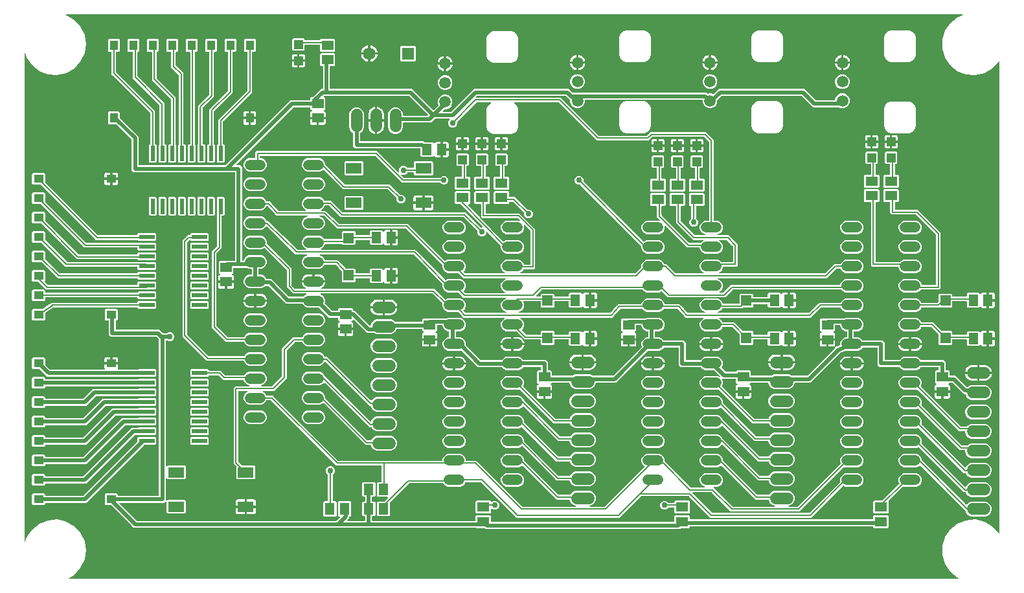
<source format=gbr>
G04 EAGLE Gerber RS-274X export*
G75*
%MOMM*%
%FSLAX34Y34*%
%LPD*%
%INTop Copper*%
%IPPOS*%
%AMOC8*
5,1,8,0,0,1.08239X$1,22.5*%
G01*
%ADD10R,1.300000X1.500000*%
%ADD11R,1.500000X1.300000*%
%ADD12C,1.524000*%
%ADD13R,1.200000X1.200000*%
%ADD14R,1.650000X1.650000*%
%ADD15C,1.650000*%
%ADD16R,1.300000X1.600000*%
%ADD17R,1.600000X1.300000*%
%ADD18C,1.320800*%
%ADD19R,1.397000X1.397000*%
%ADD20C,1.508000*%
%ADD21R,2.100000X1.400000*%
%ADD22R,1.300000X1.100000*%
%ADD23R,2.000000X0.630000*%
%ADD24R,1.100000X1.300000*%
%ADD25R,0.630000X2.000000*%
%ADD26C,0.203200*%
%ADD27C,0.756400*%
%ADD28C,0.508000*%

G36*
X1230734Y73678D02*
X1230734Y73678D01*
X1230838Y73689D01*
X1230855Y73697D01*
X1230874Y73700D01*
X1230966Y73749D01*
X1231061Y73794D01*
X1231075Y73807D01*
X1231091Y73816D01*
X1231163Y73891D01*
X1231239Y73963D01*
X1231248Y73980D01*
X1231261Y73994D01*
X1231305Y74089D01*
X1231353Y74181D01*
X1231356Y74200D01*
X1231364Y74217D01*
X1231376Y74321D01*
X1231392Y74424D01*
X1231389Y74443D01*
X1231391Y74461D01*
X1231369Y74563D01*
X1231352Y74666D01*
X1231343Y74683D01*
X1231339Y74702D01*
X1231286Y74791D01*
X1231237Y74884D01*
X1231223Y74897D01*
X1231213Y74913D01*
X1231134Y74981D01*
X1231058Y75053D01*
X1231037Y75063D01*
X1231026Y75073D01*
X1230997Y75085D01*
X1230909Y75131D01*
X1229684Y75612D01*
X1220215Y83163D01*
X1213392Y93170D01*
X1209822Y104744D01*
X1209822Y116856D01*
X1213392Y128430D01*
X1213647Y128804D01*
X1214685Y130326D01*
X1214685Y130327D01*
X1215723Y131849D01*
X1216242Y132610D01*
X1217280Y134133D01*
X1218318Y135655D01*
X1219356Y137178D01*
X1219875Y137939D01*
X1220215Y138437D01*
X1229684Y145988D01*
X1240958Y150413D01*
X1253036Y151318D01*
X1256336Y150565D01*
X1259671Y149804D01*
X1263006Y149043D01*
X1264845Y148623D01*
X1275334Y142568D01*
X1283572Y133689D01*
X1283592Y133647D01*
X1283636Y133584D01*
X1283672Y133517D01*
X1283706Y133484D01*
X1283733Y133445D01*
X1283795Y133400D01*
X1283850Y133347D01*
X1283893Y133327D01*
X1283931Y133299D01*
X1284004Y133276D01*
X1284073Y133244D01*
X1284120Y133239D01*
X1284165Y133224D01*
X1284242Y133225D01*
X1284317Y133217D01*
X1284364Y133227D01*
X1284411Y133227D01*
X1284483Y133253D01*
X1284558Y133269D01*
X1284599Y133293D01*
X1284643Y133309D01*
X1284703Y133356D01*
X1284769Y133395D01*
X1284800Y133431D01*
X1284837Y133460D01*
X1284879Y133524D01*
X1284929Y133582D01*
X1284947Y133626D01*
X1284973Y133666D01*
X1284992Y133739D01*
X1285021Y133810D01*
X1285028Y133874D01*
X1285036Y133903D01*
X1285034Y133929D01*
X1285039Y133977D01*
X1285039Y749823D01*
X1285027Y749898D01*
X1285024Y749975D01*
X1285007Y750019D01*
X1285000Y750066D01*
X1284964Y750133D01*
X1284937Y750205D01*
X1284907Y750241D01*
X1284884Y750283D01*
X1284829Y750336D01*
X1284781Y750395D01*
X1284741Y750420D01*
X1284706Y750453D01*
X1284637Y750485D01*
X1284572Y750525D01*
X1284526Y750536D01*
X1284483Y750556D01*
X1284407Y750565D01*
X1284333Y750582D01*
X1284286Y750578D01*
X1284239Y750583D01*
X1284164Y750567D01*
X1284088Y750560D01*
X1284045Y750541D01*
X1283998Y750531D01*
X1283933Y750492D01*
X1283863Y750461D01*
X1283828Y750429D01*
X1283787Y750405D01*
X1283737Y750347D01*
X1283681Y750295D01*
X1283647Y750241D01*
X1283627Y750218D01*
X1283617Y750194D01*
X1283592Y750153D01*
X1283572Y750111D01*
X1275334Y741232D01*
X1264845Y735177D01*
X1253036Y732481D01*
X1240958Y733387D01*
X1229684Y737812D01*
X1220215Y745363D01*
X1213392Y755370D01*
X1209822Y766944D01*
X1209822Y779056D01*
X1213392Y790630D01*
X1213707Y791091D01*
X1213707Y791092D01*
X1214745Y792614D01*
X1215783Y794136D01*
X1215783Y794137D01*
X1217340Y796420D01*
X1218378Y797943D01*
X1219416Y799465D01*
X1219935Y800226D01*
X1220215Y800637D01*
X1229684Y808188D01*
X1235750Y810569D01*
X1235841Y810623D01*
X1235932Y810672D01*
X1235946Y810685D01*
X1235962Y810695D01*
X1236030Y810774D01*
X1236102Y810850D01*
X1236110Y810867D01*
X1236122Y810882D01*
X1236161Y810978D01*
X1236205Y811073D01*
X1236208Y811092D01*
X1236215Y811110D01*
X1236221Y811214D01*
X1236233Y811317D01*
X1236229Y811336D01*
X1236230Y811355D01*
X1236203Y811456D01*
X1236180Y811558D01*
X1236171Y811574D01*
X1236166Y811592D01*
X1236108Y811679D01*
X1236054Y811769D01*
X1236040Y811781D01*
X1236029Y811797D01*
X1235947Y811861D01*
X1235867Y811929D01*
X1235850Y811936D01*
X1235835Y811948D01*
X1235736Y811982D01*
X1235639Y812021D01*
X1235616Y812023D01*
X1235602Y812028D01*
X1235570Y812028D01*
X1235472Y812039D01*
X65580Y812039D01*
X65532Y812032D01*
X65484Y812033D01*
X65412Y812012D01*
X65337Y812000D01*
X65295Y811977D01*
X65248Y811963D01*
X65186Y811920D01*
X65119Y811884D01*
X65086Y811850D01*
X65047Y811822D01*
X65002Y811761D01*
X64950Y811706D01*
X64930Y811663D01*
X64902Y811624D01*
X64878Y811552D01*
X64846Y811483D01*
X64841Y811435D01*
X64827Y811390D01*
X64828Y811314D01*
X64819Y811239D01*
X64830Y811192D01*
X64830Y811144D01*
X64856Y811072D01*
X64872Y810998D01*
X64896Y810957D01*
X64912Y810912D01*
X64959Y810852D01*
X64998Y810787D01*
X65034Y810756D01*
X65064Y810718D01*
X65168Y810642D01*
X65185Y810627D01*
X65191Y810625D01*
X65199Y810619D01*
X75334Y804767D01*
X83572Y795889D01*
X88827Y784977D01*
X90632Y773000D01*
X88827Y761023D01*
X83572Y750111D01*
X75334Y741232D01*
X64845Y735177D01*
X53036Y732481D01*
X40958Y733387D01*
X29684Y737812D01*
X20215Y745363D01*
X13392Y755370D01*
X11649Y761019D01*
X11645Y761028D01*
X11643Y761037D01*
X11591Y761137D01*
X11540Y761239D01*
X11533Y761246D01*
X11528Y761255D01*
X11446Y761333D01*
X11366Y761413D01*
X11357Y761417D01*
X11350Y761424D01*
X11247Y761472D01*
X11145Y761522D01*
X11136Y761523D01*
X11127Y761528D01*
X11014Y761540D01*
X10902Y761555D01*
X10892Y761554D01*
X10883Y761555D01*
X10771Y761530D01*
X10660Y761509D01*
X10652Y761505D01*
X10642Y761502D01*
X10545Y761444D01*
X10446Y761389D01*
X10439Y761381D01*
X10431Y761376D01*
X10357Y761290D01*
X10281Y761206D01*
X10278Y761197D01*
X10271Y761189D01*
X10229Y761084D01*
X10184Y760980D01*
X10183Y760970D01*
X10179Y760961D01*
X10161Y760794D01*
X10161Y123006D01*
X10162Y122996D01*
X10161Y122986D01*
X10182Y122875D01*
X10200Y122763D01*
X10205Y122754D01*
X10207Y122745D01*
X10263Y122646D01*
X10316Y122545D01*
X10323Y122539D01*
X10327Y122530D01*
X10412Y122454D01*
X10494Y122376D01*
X10503Y122372D01*
X10510Y122365D01*
X10614Y122320D01*
X10717Y122272D01*
X10727Y122271D01*
X10736Y122267D01*
X10849Y122258D01*
X10961Y122245D01*
X10971Y122247D01*
X10981Y122247D01*
X11091Y122273D01*
X11202Y122298D01*
X11210Y122303D01*
X11220Y122305D01*
X11316Y122366D01*
X11413Y122424D01*
X11419Y122431D01*
X11428Y122436D01*
X11499Y122524D01*
X11573Y122611D01*
X11576Y122620D01*
X11583Y122627D01*
X11649Y122781D01*
X13392Y128430D01*
X13647Y128804D01*
X14685Y130326D01*
X14685Y130327D01*
X15723Y131849D01*
X16242Y132610D01*
X17280Y134133D01*
X18318Y135655D01*
X19356Y137178D01*
X19875Y137939D01*
X20215Y138437D01*
X29684Y145988D01*
X40958Y150413D01*
X53036Y151319D01*
X56336Y150565D01*
X59671Y149804D01*
X63006Y149043D01*
X64845Y148623D01*
X75334Y142567D01*
X83572Y133689D01*
X88827Y122777D01*
X90632Y110800D01*
X88827Y98823D01*
X83572Y87911D01*
X75334Y79033D01*
X68490Y75081D01*
X68453Y75051D01*
X68410Y75028D01*
X68358Y74973D01*
X68300Y74925D01*
X68274Y74885D01*
X68241Y74850D01*
X68209Y74781D01*
X68169Y74717D01*
X68158Y74670D01*
X68137Y74627D01*
X68129Y74552D01*
X68111Y74478D01*
X68116Y74430D01*
X68110Y74383D01*
X68126Y74308D01*
X68133Y74233D01*
X68152Y74189D01*
X68163Y74142D01*
X68201Y74077D01*
X68232Y74008D01*
X68264Y73972D01*
X68289Y73931D01*
X68346Y73882D01*
X68397Y73826D01*
X68439Y73802D01*
X68476Y73771D01*
X68546Y73743D01*
X68612Y73706D01*
X68659Y73697D01*
X68704Y73679D01*
X68832Y73665D01*
X68854Y73661D01*
X68860Y73662D01*
X68871Y73661D01*
X1230631Y73661D01*
X1230734Y73678D01*
G37*
%LPC*%
G36*
X990460Y271147D02*
X990460Y271147D01*
X986912Y272617D01*
X984197Y275332D01*
X983721Y276481D01*
X983659Y276581D01*
X983599Y276681D01*
X983595Y276685D01*
X983591Y276690D01*
X983501Y276765D01*
X983412Y276841D01*
X983407Y276843D01*
X983402Y276847D01*
X983293Y276889D01*
X983184Y276933D01*
X983177Y276934D01*
X983172Y276935D01*
X983154Y276936D01*
X983018Y276951D01*
X961912Y276951D01*
X917544Y321319D01*
X917449Y321388D01*
X917355Y321457D01*
X917349Y321459D01*
X917344Y321463D01*
X917233Y321497D01*
X917121Y321534D01*
X917115Y321533D01*
X917109Y321535D01*
X916992Y321532D01*
X916876Y321531D01*
X916868Y321529D01*
X916863Y321529D01*
X916846Y321523D01*
X916714Y321484D01*
X916422Y321363D01*
X899778Y321363D01*
X896604Y322678D01*
X894174Y325108D01*
X892859Y328282D01*
X892859Y331718D01*
X894174Y334892D01*
X896604Y337322D01*
X899778Y338637D01*
X916422Y338637D01*
X918818Y337644D01*
X918912Y337622D01*
X919005Y337594D01*
X919032Y337594D01*
X919057Y337588D01*
X919154Y337597D01*
X919251Y337600D01*
X919276Y337609D01*
X919302Y337611D01*
X919391Y337651D01*
X919482Y337684D01*
X919503Y337701D01*
X919527Y337711D01*
X919598Y337777D01*
X919674Y337838D01*
X919688Y337860D01*
X919708Y337878D01*
X919755Y337963D01*
X919807Y338045D01*
X919814Y338070D01*
X919826Y338093D01*
X919844Y338189D01*
X919867Y338284D01*
X919865Y338310D01*
X919870Y338335D01*
X919856Y338432D01*
X919848Y338529D01*
X919838Y338553D01*
X919834Y338579D01*
X919790Y338666D01*
X919752Y338755D01*
X919732Y338780D01*
X919723Y338798D01*
X919699Y338821D01*
X919647Y338886D01*
X911993Y346540D01*
X911919Y346593D01*
X911849Y346653D01*
X911819Y346665D01*
X911793Y346684D01*
X911706Y346711D01*
X911621Y346745D01*
X911580Y346749D01*
X911558Y346756D01*
X911526Y346755D01*
X911455Y346763D01*
X899778Y346763D01*
X896604Y348078D01*
X894477Y350204D01*
X894404Y350257D01*
X894334Y350317D01*
X894304Y350329D01*
X894278Y350348D01*
X894191Y350375D01*
X894106Y350409D01*
X894065Y350413D01*
X894043Y350420D01*
X894010Y350419D01*
X893939Y350427D01*
X868106Y350427D01*
X865427Y353106D01*
X865427Y375466D01*
X865424Y375486D01*
X865426Y375505D01*
X865404Y375607D01*
X865388Y375709D01*
X865378Y375726D01*
X865374Y375746D01*
X865321Y375835D01*
X865272Y375926D01*
X865258Y375940D01*
X865248Y375957D01*
X865169Y376024D01*
X865094Y376096D01*
X865076Y376104D01*
X865061Y376117D01*
X864965Y376156D01*
X864871Y376199D01*
X864851Y376201D01*
X864833Y376209D01*
X864666Y376227D01*
X846461Y376227D01*
X846371Y376213D01*
X846280Y376205D01*
X846250Y376193D01*
X846218Y376188D01*
X846137Y376145D01*
X846053Y376109D01*
X846021Y376083D01*
X846001Y376072D01*
X845978Y376049D01*
X845923Y376004D01*
X843396Y373478D01*
X840222Y372163D01*
X825770Y372163D01*
X825680Y372149D01*
X825589Y372141D01*
X825560Y372129D01*
X825528Y372124D01*
X825447Y372081D01*
X825363Y372045D01*
X825331Y372019D01*
X825310Y372008D01*
X825288Y371985D01*
X825232Y371940D01*
X783719Y330427D01*
X758034Y330427D01*
X758014Y330424D01*
X757995Y330426D01*
X757893Y330404D01*
X757791Y330388D01*
X757774Y330378D01*
X757754Y330374D01*
X757665Y330321D01*
X757574Y330272D01*
X757560Y330258D01*
X757543Y330248D01*
X757476Y330169D01*
X757404Y330094D01*
X757396Y330076D01*
X757383Y330061D01*
X757344Y329965D01*
X757301Y329871D01*
X757299Y329851D01*
X757291Y329833D01*
X757275Y329685D01*
X755803Y326132D01*
X753088Y323417D01*
X749540Y321947D01*
X730460Y321947D01*
X726912Y323417D01*
X724197Y326132D01*
X722724Y329687D01*
X722726Y329705D01*
X722704Y329807D01*
X722688Y329909D01*
X722678Y329926D01*
X722674Y329946D01*
X722621Y330035D01*
X722572Y330126D01*
X722558Y330140D01*
X722548Y330157D01*
X722469Y330224D01*
X722394Y330296D01*
X722376Y330304D01*
X722361Y330317D01*
X722265Y330356D01*
X722171Y330399D01*
X722151Y330401D01*
X722133Y330409D01*
X721966Y330427D01*
X700017Y330427D01*
X699927Y330413D01*
X699836Y330405D01*
X699807Y330393D01*
X699775Y330388D01*
X699694Y330345D01*
X699610Y330309D01*
X699578Y330283D01*
X699557Y330272D01*
X699535Y330249D01*
X699479Y330204D01*
X698342Y329067D01*
X698293Y329067D01*
X698269Y329063D01*
X698245Y329066D01*
X698148Y329044D01*
X698050Y329028D01*
X698029Y329016D01*
X698005Y329011D01*
X697920Y328959D01*
X697833Y328912D01*
X697816Y328895D01*
X697796Y328882D01*
X697732Y328806D01*
X697663Y328734D01*
X697653Y328712D01*
X697638Y328694D01*
X697602Y328601D01*
X697560Y328511D01*
X697557Y328487D01*
X697548Y328465D01*
X697544Y328365D01*
X697533Y328267D01*
X697538Y328243D01*
X697537Y328219D01*
X697564Y328123D01*
X697585Y328026D01*
X697597Y328006D01*
X697604Y327982D01*
X697660Y327900D01*
X697711Y327815D01*
X697729Y327799D01*
X697743Y327780D01*
X697822Y327720D01*
X697898Y327655D01*
X697920Y327646D01*
X697940Y327632D01*
X698096Y327571D01*
X698481Y327468D01*
X699060Y327133D01*
X699533Y326660D01*
X699868Y326081D01*
X700041Y325434D01*
X700041Y320123D01*
X690762Y320123D01*
X690742Y320120D01*
X690723Y320122D01*
X690621Y320100D01*
X690519Y320083D01*
X690502Y320074D01*
X690482Y320070D01*
X690393Y320017D01*
X690302Y319968D01*
X690288Y319954D01*
X690271Y319944D01*
X690204Y319865D01*
X690133Y319790D01*
X690124Y319772D01*
X690111Y319757D01*
X690072Y319661D01*
X690029Y319567D01*
X690027Y319547D01*
X690019Y319529D01*
X690001Y319362D01*
X690001Y318599D01*
X689999Y318599D01*
X689999Y319362D01*
X689996Y319382D01*
X689998Y319401D01*
X689976Y319503D01*
X689959Y319605D01*
X689950Y319622D01*
X689946Y319642D01*
X689893Y319731D01*
X689844Y319822D01*
X689830Y319836D01*
X689820Y319853D01*
X689741Y319920D01*
X689666Y319991D01*
X689648Y320000D01*
X689633Y320013D01*
X689537Y320052D01*
X689443Y320095D01*
X689423Y320097D01*
X689405Y320105D01*
X689238Y320123D01*
X679959Y320123D01*
X679959Y325434D01*
X680132Y326081D01*
X680467Y326660D01*
X680940Y327133D01*
X681519Y327468D01*
X681904Y327571D01*
X681926Y327581D01*
X681950Y327585D01*
X682038Y327631D01*
X682128Y327672D01*
X682146Y327688D01*
X682167Y327700D01*
X682236Y327772D01*
X682309Y327839D01*
X682320Y327860D01*
X682337Y327878D01*
X682379Y327968D01*
X682426Y328055D01*
X682430Y328079D01*
X682440Y328101D01*
X682451Y328200D01*
X682468Y328298D01*
X682465Y328322D01*
X682467Y328345D01*
X682446Y328442D01*
X682431Y328541D01*
X682420Y328562D01*
X682415Y328586D01*
X682364Y328671D01*
X682319Y328760D01*
X682301Y328776D01*
X682289Y328797D01*
X682213Y328862D01*
X682142Y328931D01*
X682120Y328941D01*
X682102Y328957D01*
X682010Y328994D01*
X681920Y329037D01*
X681896Y329040D01*
X681874Y329049D01*
X681707Y329067D01*
X681658Y329067D01*
X680467Y330258D01*
X680467Y344942D01*
X681658Y346133D01*
X684666Y346133D01*
X684686Y346136D01*
X684705Y346134D01*
X684807Y346156D01*
X684909Y346172D01*
X684926Y346182D01*
X684946Y346186D01*
X685035Y346239D01*
X685126Y346288D01*
X685140Y346302D01*
X685157Y346312D01*
X685224Y346391D01*
X685296Y346466D01*
X685304Y346484D01*
X685317Y346499D01*
X685356Y346595D01*
X685399Y346689D01*
X685401Y346709D01*
X685409Y346727D01*
X685427Y346894D01*
X685427Y350066D01*
X685424Y350086D01*
X685426Y350105D01*
X685404Y350207D01*
X685388Y350309D01*
X685378Y350326D01*
X685374Y350346D01*
X685321Y350435D01*
X685272Y350526D01*
X685258Y350540D01*
X685248Y350557D01*
X685169Y350624D01*
X685094Y350696D01*
X685076Y350704D01*
X685061Y350717D01*
X684965Y350756D01*
X684871Y350799D01*
X684851Y350801D01*
X684833Y350809D01*
X684666Y350827D01*
X662661Y350827D01*
X662571Y350813D01*
X662480Y350805D01*
X662450Y350793D01*
X662418Y350788D01*
X662337Y350745D01*
X662253Y350709D01*
X662221Y350683D01*
X662201Y350672D01*
X662179Y350649D01*
X662122Y350604D01*
X659596Y348078D01*
X656422Y346763D01*
X639778Y346763D01*
X636604Y348078D01*
X634477Y350204D01*
X634404Y350257D01*
X634334Y350317D01*
X634304Y350329D01*
X634278Y350348D01*
X634191Y350375D01*
X634106Y350409D01*
X634065Y350413D01*
X634043Y350420D01*
X634010Y350419D01*
X633939Y350427D01*
X603106Y350427D01*
X581393Y372140D01*
X581298Y372208D01*
X581205Y372278D01*
X581199Y372280D01*
X581194Y372283D01*
X581082Y372318D01*
X580971Y372354D01*
X580965Y372354D01*
X580959Y372356D01*
X580842Y372353D01*
X580725Y372352D01*
X580718Y372349D01*
X580713Y372349D01*
X580695Y372343D01*
X580564Y372305D01*
X580222Y372163D01*
X563578Y372163D01*
X560404Y373478D01*
X557974Y375908D01*
X556659Y379082D01*
X556659Y382518D01*
X557974Y385692D01*
X560404Y388122D01*
X563578Y389437D01*
X564666Y389437D01*
X564686Y389440D01*
X564705Y389438D01*
X564807Y389460D01*
X564909Y389476D01*
X564926Y389486D01*
X564946Y389490D01*
X565035Y389543D01*
X565126Y389592D01*
X565140Y389606D01*
X565157Y389616D01*
X565224Y389695D01*
X565296Y389770D01*
X565304Y389788D01*
X565317Y389803D01*
X565356Y389899D01*
X565399Y389993D01*
X565401Y390013D01*
X565409Y390031D01*
X565427Y390198D01*
X565427Y396802D01*
X565424Y396822D01*
X565426Y396841D01*
X565404Y396943D01*
X565388Y397045D01*
X565378Y397062D01*
X565374Y397082D01*
X565321Y397171D01*
X565272Y397262D01*
X565258Y397276D01*
X565248Y397293D01*
X565169Y397360D01*
X565094Y397432D01*
X565076Y397440D01*
X565061Y397453D01*
X564965Y397492D01*
X564871Y397535D01*
X564851Y397537D01*
X564833Y397545D01*
X564666Y397563D01*
X563578Y397563D01*
X560404Y398878D01*
X557974Y401308D01*
X556659Y404482D01*
X556659Y404666D01*
X556656Y404686D01*
X556658Y404705D01*
X556636Y404807D01*
X556620Y404909D01*
X556610Y404926D01*
X556606Y404946D01*
X556553Y405035D01*
X556504Y405126D01*
X556490Y405140D01*
X556480Y405157D01*
X556401Y405224D01*
X556326Y405296D01*
X556308Y405304D01*
X556293Y405317D01*
X556197Y405356D01*
X556103Y405399D01*
X556083Y405401D01*
X556065Y405409D01*
X555898Y405427D01*
X550294Y405427D01*
X550274Y405424D01*
X550255Y405426D01*
X550153Y405404D01*
X550051Y405388D01*
X550034Y405378D01*
X550014Y405374D01*
X549925Y405321D01*
X549834Y405272D01*
X549820Y405258D01*
X549803Y405248D01*
X549736Y405169D01*
X549664Y405094D01*
X549656Y405076D01*
X549643Y405061D01*
X549604Y404965D01*
X549561Y404871D01*
X549559Y404851D01*
X549551Y404833D01*
X549533Y404666D01*
X549533Y398258D01*
X548342Y397067D01*
X548293Y397067D01*
X548269Y397063D01*
X548245Y397066D01*
X548148Y397044D01*
X548050Y397028D01*
X548029Y397016D01*
X548005Y397011D01*
X547920Y396959D01*
X547833Y396912D01*
X547816Y396895D01*
X547796Y396882D01*
X547732Y396806D01*
X547663Y396734D01*
X547653Y396712D01*
X547638Y396694D01*
X547602Y396601D01*
X547560Y396511D01*
X547557Y396487D01*
X547548Y396465D01*
X547544Y396365D01*
X547533Y396267D01*
X547538Y396243D01*
X547537Y396219D01*
X547564Y396124D01*
X547585Y396026D01*
X547597Y396005D01*
X547604Y395982D01*
X547660Y395901D01*
X547711Y395815D01*
X547729Y395799D01*
X547743Y395780D01*
X547822Y395720D01*
X547898Y395655D01*
X547920Y395646D01*
X547940Y395632D01*
X548096Y395571D01*
X548481Y395468D01*
X549060Y395133D01*
X549533Y394660D01*
X549868Y394081D01*
X550041Y393434D01*
X550041Y388123D01*
X540762Y388123D01*
X540742Y388120D01*
X540723Y388122D01*
X540621Y388100D01*
X540519Y388083D01*
X540502Y388074D01*
X540482Y388070D01*
X540393Y388017D01*
X540302Y387968D01*
X540288Y387954D01*
X540271Y387944D01*
X540204Y387865D01*
X540133Y387790D01*
X540124Y387772D01*
X540111Y387757D01*
X540072Y387661D01*
X540029Y387567D01*
X540027Y387547D01*
X540019Y387529D01*
X540001Y387362D01*
X540001Y386599D01*
X539999Y386599D01*
X539999Y387362D01*
X539996Y387382D01*
X539998Y387401D01*
X539976Y387502D01*
X539959Y387605D01*
X539950Y387622D01*
X539946Y387642D01*
X539893Y387731D01*
X539844Y387822D01*
X539830Y387836D01*
X539820Y387853D01*
X539741Y387920D01*
X539666Y387991D01*
X539648Y388000D01*
X539633Y388013D01*
X539537Y388052D01*
X539443Y388095D01*
X539423Y388097D01*
X539405Y388105D01*
X539238Y388123D01*
X529959Y388123D01*
X529959Y393434D01*
X530132Y394081D01*
X530467Y394660D01*
X530940Y395133D01*
X531519Y395468D01*
X531904Y395571D01*
X531926Y395581D01*
X531950Y395585D01*
X532038Y395631D01*
X532128Y395672D01*
X532146Y395688D01*
X532167Y395700D01*
X532236Y395771D01*
X532309Y395839D01*
X532320Y395860D01*
X532337Y395878D01*
X532379Y395968D01*
X532426Y396055D01*
X532430Y396079D01*
X532440Y396101D01*
X532451Y396200D01*
X532468Y396298D01*
X532465Y396322D01*
X532467Y396345D01*
X532446Y396442D01*
X532431Y396541D01*
X532420Y396562D01*
X532415Y396586D01*
X532364Y396671D01*
X532319Y396760D01*
X532301Y396776D01*
X532289Y396797D01*
X532213Y396862D01*
X532142Y396931D01*
X532120Y396941D01*
X532102Y396957D01*
X532010Y396994D01*
X531920Y397037D01*
X531896Y397040D01*
X531874Y397049D01*
X531707Y397067D01*
X531658Y397067D01*
X530467Y398258D01*
X530467Y399666D01*
X530464Y399686D01*
X530466Y399705D01*
X530444Y399806D01*
X530428Y399909D01*
X530418Y399926D01*
X530414Y399946D01*
X530361Y400035D01*
X530312Y400126D01*
X530298Y400140D01*
X530288Y400157D01*
X530209Y400224D01*
X530134Y400296D01*
X530116Y400304D01*
X530101Y400317D01*
X530005Y400356D01*
X529911Y400399D01*
X529891Y400401D01*
X529873Y400409D01*
X529706Y400427D01*
X497304Y400427D01*
X497189Y400408D01*
X497073Y400391D01*
X497067Y400389D01*
X497061Y400388D01*
X496959Y400333D01*
X496854Y400280D01*
X496849Y400275D01*
X496844Y400272D01*
X496764Y400188D01*
X496681Y400104D01*
X496678Y400098D01*
X496674Y400094D01*
X496667Y400077D01*
X496601Y399957D01*
X495803Y398032D01*
X493088Y395317D01*
X489540Y393847D01*
X470460Y393847D01*
X466785Y395369D01*
X466722Y395384D01*
X466661Y395409D01*
X466578Y395418D01*
X466546Y395425D01*
X466527Y395424D01*
X466494Y395427D01*
X458106Y395427D01*
X440832Y412701D01*
X440774Y412743D01*
X440722Y412792D01*
X440675Y412814D01*
X440633Y412844D01*
X440564Y412866D01*
X440499Y412896D01*
X440447Y412902D01*
X440397Y412917D01*
X440326Y412915D01*
X440255Y412923D01*
X440204Y412912D01*
X440152Y412910D01*
X440084Y412886D01*
X440014Y412871D01*
X439969Y412844D01*
X439921Y412826D01*
X439865Y412781D01*
X439803Y412744D01*
X439769Y412705D01*
X439729Y412672D01*
X439690Y412612D01*
X439643Y412558D01*
X439624Y412509D01*
X439596Y412465D01*
X439578Y412396D01*
X439551Y412329D01*
X439543Y412258D01*
X439535Y412227D01*
X439537Y412204D01*
X439533Y412163D01*
X439533Y412158D01*
X438342Y410967D01*
X438293Y410967D01*
X438269Y410963D01*
X438245Y410966D01*
X438148Y410944D01*
X438050Y410928D01*
X438029Y410916D01*
X438005Y410911D01*
X437920Y410859D01*
X437833Y410812D01*
X437816Y410795D01*
X437795Y410782D01*
X437732Y410706D01*
X437663Y410634D01*
X437653Y410612D01*
X437638Y410594D01*
X437601Y410501D01*
X437560Y410411D01*
X437557Y410387D01*
X437548Y410365D01*
X437544Y410265D01*
X437533Y410167D01*
X437538Y410143D01*
X437537Y410119D01*
X437564Y410023D01*
X437585Y409926D01*
X437597Y409905D01*
X437604Y409882D01*
X437660Y409800D01*
X437711Y409715D01*
X437729Y409699D01*
X437743Y409680D01*
X437822Y409620D01*
X437898Y409555D01*
X437920Y409546D01*
X437940Y409532D01*
X438096Y409471D01*
X438481Y409368D01*
X439060Y409033D01*
X439533Y408560D01*
X439868Y407981D01*
X440041Y407334D01*
X440041Y402023D01*
X430762Y402023D01*
X430742Y402020D01*
X430723Y402022D01*
X430621Y402000D01*
X430519Y401983D01*
X430502Y401974D01*
X430482Y401970D01*
X430393Y401917D01*
X430302Y401868D01*
X430288Y401854D01*
X430271Y401844D01*
X430204Y401765D01*
X430133Y401690D01*
X430124Y401672D01*
X430111Y401657D01*
X430072Y401561D01*
X430029Y401467D01*
X430027Y401447D01*
X430019Y401429D01*
X430001Y401262D01*
X430001Y400499D01*
X429999Y400499D01*
X429999Y401262D01*
X429996Y401282D01*
X429998Y401301D01*
X429976Y401403D01*
X429959Y401505D01*
X429950Y401522D01*
X429946Y401542D01*
X429893Y401631D01*
X429844Y401722D01*
X429830Y401736D01*
X429820Y401753D01*
X429741Y401820D01*
X429666Y401891D01*
X429648Y401900D01*
X429633Y401913D01*
X429537Y401952D01*
X429443Y401995D01*
X429423Y401997D01*
X429405Y402005D01*
X429238Y402023D01*
X419959Y402023D01*
X419959Y407334D01*
X420132Y407981D01*
X420467Y408560D01*
X420940Y409033D01*
X421519Y409368D01*
X421904Y409471D01*
X421926Y409481D01*
X421950Y409485D01*
X422038Y409531D01*
X422128Y409572D01*
X422146Y409588D01*
X422167Y409600D01*
X422236Y409671D01*
X422309Y409739D01*
X422320Y409760D01*
X422337Y409778D01*
X422379Y409868D01*
X422426Y409955D01*
X422430Y409979D01*
X422440Y410001D01*
X422451Y410100D01*
X422468Y410198D01*
X422465Y410222D01*
X422467Y410245D01*
X422446Y410342D01*
X422431Y410441D01*
X422420Y410462D01*
X422415Y410486D01*
X422364Y410571D01*
X422319Y410660D01*
X422301Y410676D01*
X422289Y410697D01*
X422213Y410762D01*
X422142Y410831D01*
X422120Y410841D01*
X422102Y410857D01*
X422010Y410894D01*
X421920Y410937D01*
X421896Y410940D01*
X421874Y410949D01*
X421707Y410967D01*
X421658Y410967D01*
X420467Y412158D01*
X420467Y414666D01*
X420464Y414686D01*
X420466Y414705D01*
X420444Y414807D01*
X420428Y414909D01*
X420418Y414926D01*
X420414Y414946D01*
X420361Y415035D01*
X420312Y415126D01*
X420298Y415140D01*
X420288Y415157D01*
X420209Y415224D01*
X420134Y415296D01*
X420116Y415304D01*
X420101Y415317D01*
X420005Y415356D01*
X419911Y415399D01*
X419891Y415401D01*
X419873Y415409D01*
X419706Y415427D01*
X408106Y415427D01*
X395093Y428440D01*
X395019Y428493D01*
X394949Y428553D01*
X394919Y428565D01*
X394893Y428584D01*
X394806Y428611D01*
X394721Y428645D01*
X394680Y428649D01*
X394658Y428656D01*
X394626Y428655D01*
X394555Y428663D01*
X379778Y428663D01*
X376604Y429978D01*
X374174Y432408D01*
X373874Y433132D01*
X373812Y433232D01*
X373752Y433332D01*
X373748Y433336D01*
X373744Y433341D01*
X373654Y433416D01*
X373566Y433492D01*
X373560Y433494D01*
X373555Y433498D01*
X373446Y433540D01*
X373337Y433584D01*
X373330Y433585D01*
X373325Y433586D01*
X373307Y433587D01*
X373171Y433602D01*
X352631Y433602D01*
X329679Y456554D01*
X329605Y456607D01*
X329535Y456667D01*
X329505Y456679D01*
X329479Y456698D01*
X329392Y456725D01*
X329307Y456759D01*
X329266Y456763D01*
X329244Y456770D01*
X329212Y456769D01*
X329141Y456777D01*
X325111Y456777D01*
X325021Y456763D01*
X324930Y456755D01*
X324900Y456743D01*
X324868Y456738D01*
X324787Y456695D01*
X324703Y456659D01*
X324671Y456633D01*
X324651Y456622D01*
X324629Y456599D01*
X324572Y456554D01*
X323396Y455378D01*
X320222Y454063D01*
X303578Y454063D01*
X300404Y455378D01*
X297974Y457808D01*
X296659Y460982D01*
X296659Y464418D01*
X297974Y467592D01*
X300404Y470022D01*
X303578Y471337D01*
X306491Y471337D01*
X306511Y471340D01*
X306530Y471338D01*
X306632Y471360D01*
X306734Y471376D01*
X306751Y471386D01*
X306771Y471390D01*
X306860Y471443D01*
X306951Y471492D01*
X306965Y471506D01*
X306982Y471516D01*
X307049Y471595D01*
X307121Y471670D01*
X307129Y471688D01*
X307142Y471703D01*
X307181Y471799D01*
X307224Y471893D01*
X307226Y471913D01*
X307234Y471931D01*
X307252Y472098D01*
X307252Y478702D01*
X307249Y478722D01*
X307251Y478741D01*
X307229Y478843D01*
X307213Y478945D01*
X307203Y478962D01*
X307199Y478982D01*
X307146Y479071D01*
X307097Y479162D01*
X307083Y479176D01*
X307073Y479193D01*
X306994Y479260D01*
X306919Y479332D01*
X306901Y479340D01*
X306886Y479353D01*
X306790Y479392D01*
X306696Y479435D01*
X306676Y479437D01*
X306658Y479445D01*
X306491Y479463D01*
X303578Y479463D01*
X301391Y480369D01*
X301327Y480384D01*
X301266Y480409D01*
X301183Y480418D01*
X301151Y480425D01*
X301132Y480424D01*
X301099Y480427D01*
X283944Y480427D01*
X283924Y480424D01*
X283905Y480426D01*
X283803Y480404D01*
X283701Y480388D01*
X283684Y480378D01*
X283664Y480374D01*
X283575Y480321D01*
X283484Y480272D01*
X283470Y480258D01*
X283453Y480248D01*
X283386Y480169D01*
X283314Y480094D01*
X283306Y480076D01*
X283293Y480061D01*
X283254Y479965D01*
X283211Y479871D01*
X283209Y479851D01*
X283201Y479833D01*
X283183Y479666D01*
X283183Y473858D01*
X281992Y472667D01*
X281943Y472667D01*
X281919Y472663D01*
X281895Y472666D01*
X281798Y472644D01*
X281700Y472628D01*
X281679Y472616D01*
X281655Y472611D01*
X281570Y472559D01*
X281483Y472512D01*
X281466Y472495D01*
X281446Y472482D01*
X281382Y472406D01*
X281313Y472334D01*
X281303Y472312D01*
X281288Y472294D01*
X281252Y472201D01*
X281210Y472111D01*
X281207Y472087D01*
X281198Y472065D01*
X281194Y471965D01*
X281183Y471867D01*
X281188Y471843D01*
X281187Y471819D01*
X281214Y471724D01*
X281235Y471626D01*
X281247Y471605D01*
X281254Y471582D01*
X281310Y471501D01*
X281361Y471415D01*
X281379Y471399D01*
X281393Y471380D01*
X281472Y471320D01*
X281548Y471255D01*
X281570Y471246D01*
X281590Y471232D01*
X281746Y471171D01*
X282131Y471068D01*
X282710Y470733D01*
X283183Y470260D01*
X283518Y469681D01*
X283691Y469034D01*
X283691Y463723D01*
X274412Y463723D01*
X274392Y463720D01*
X274373Y463722D01*
X274271Y463700D01*
X274169Y463683D01*
X274152Y463674D01*
X274132Y463670D01*
X274043Y463617D01*
X273952Y463568D01*
X273938Y463554D01*
X273921Y463544D01*
X273854Y463465D01*
X273783Y463390D01*
X273774Y463372D01*
X273761Y463357D01*
X273722Y463261D01*
X273679Y463167D01*
X273677Y463147D01*
X273669Y463129D01*
X273651Y462962D01*
X273651Y462199D01*
X273649Y462199D01*
X273649Y462962D01*
X273646Y462982D01*
X273648Y463001D01*
X273626Y463103D01*
X273609Y463205D01*
X273600Y463222D01*
X273596Y463242D01*
X273543Y463331D01*
X273494Y463422D01*
X273480Y463436D01*
X273470Y463453D01*
X273391Y463520D01*
X273316Y463591D01*
X273298Y463600D01*
X273283Y463613D01*
X273187Y463652D01*
X273093Y463695D01*
X273073Y463697D01*
X273055Y463705D01*
X272888Y463723D01*
X263609Y463723D01*
X263609Y469034D01*
X263782Y469681D01*
X264117Y470260D01*
X264590Y470733D01*
X265169Y471068D01*
X265554Y471171D01*
X265576Y471181D01*
X265600Y471185D01*
X265688Y471231D01*
X265778Y471272D01*
X265796Y471288D01*
X265817Y471300D01*
X265886Y471371D01*
X265959Y471439D01*
X265970Y471460D01*
X265987Y471478D01*
X266029Y471568D01*
X266076Y471655D01*
X266080Y471679D01*
X266090Y471701D01*
X266101Y471800D01*
X266118Y471898D01*
X266115Y471922D01*
X266117Y471945D01*
X266096Y472042D01*
X266081Y472141D01*
X266070Y472162D01*
X266065Y472186D01*
X266014Y472271D01*
X265969Y472360D01*
X265951Y472376D01*
X265939Y472397D01*
X265863Y472462D01*
X265792Y472531D01*
X265770Y472541D01*
X265752Y472557D01*
X265660Y472594D01*
X265570Y472637D01*
X265546Y472640D01*
X265524Y472649D01*
X265357Y472667D01*
X265308Y472667D01*
X264117Y473858D01*
X264117Y488542D01*
X265308Y489733D01*
X274132Y489733D01*
X274216Y489746D01*
X274301Y489752D01*
X274348Y489768D01*
X274375Y489772D01*
X274402Y489787D01*
X274459Y489807D01*
X274746Y489943D01*
X275214Y489777D01*
X275259Y489768D01*
X275302Y489751D01*
X275437Y489736D01*
X275456Y489733D01*
X275461Y489734D01*
X275469Y489733D01*
X282014Y489733D01*
X282072Y489683D01*
X282103Y489671D01*
X282129Y489652D01*
X282216Y489625D01*
X282301Y489591D01*
X282342Y489587D01*
X282364Y489580D01*
X282396Y489581D01*
X282467Y489573D01*
X284666Y489573D01*
X284686Y489576D01*
X284705Y489574D01*
X284807Y489596D01*
X284909Y489612D01*
X284926Y489622D01*
X284946Y489626D01*
X285035Y489679D01*
X285126Y489728D01*
X285140Y489742D01*
X285157Y489752D01*
X285224Y489831D01*
X285296Y489906D01*
X285304Y489924D01*
X285317Y489939D01*
X285356Y490035D01*
X285399Y490129D01*
X285401Y490149D01*
X285409Y490167D01*
X285427Y490334D01*
X285427Y604666D01*
X285424Y604686D01*
X285426Y604705D01*
X285404Y604807D01*
X285388Y604909D01*
X285378Y604926D01*
X285374Y604946D01*
X285321Y605035D01*
X285272Y605126D01*
X285258Y605140D01*
X285248Y605157D01*
X285169Y605224D01*
X285094Y605296D01*
X285076Y605304D01*
X285061Y605317D01*
X284965Y605356D01*
X284871Y605399D01*
X284851Y605401D01*
X284833Y605409D01*
X284666Y605427D01*
X153106Y605427D01*
X150427Y608106D01*
X150427Y647791D01*
X150413Y647881D01*
X150405Y647972D01*
X150393Y648001D01*
X150388Y648033D01*
X150345Y648114D01*
X150309Y648198D01*
X150283Y648230D01*
X150272Y648251D01*
X150249Y648273D01*
X150204Y648329D01*
X130889Y667644D01*
X130815Y667697D01*
X130745Y667757D01*
X130715Y667769D01*
X130689Y667788D01*
X130602Y667815D01*
X130517Y667849D01*
X130476Y667853D01*
X130454Y667860D01*
X130422Y667859D01*
X130351Y667867D01*
X120658Y667867D01*
X119467Y669058D01*
X119467Y683742D01*
X120658Y684933D01*
X133342Y684933D01*
X134533Y683742D01*
X134533Y677249D01*
X134547Y677159D01*
X134555Y677068D01*
X134567Y677039D01*
X134572Y677007D01*
X134615Y676926D01*
X134651Y676842D01*
X134677Y676810D01*
X134688Y676789D01*
X134711Y676767D01*
X134756Y676711D01*
X159573Y651894D01*
X159573Y615334D01*
X159576Y615314D01*
X159574Y615295D01*
X159596Y615193D01*
X159612Y615091D01*
X159622Y615074D01*
X159626Y615054D01*
X159679Y614965D01*
X159728Y614874D01*
X159742Y614860D01*
X159752Y614843D01*
X159831Y614776D01*
X159906Y614704D01*
X159924Y614696D01*
X159939Y614683D01*
X160035Y614644D01*
X160129Y614601D01*
X160149Y614599D01*
X160167Y614591D01*
X160334Y614573D01*
X272791Y614573D01*
X272881Y614587D01*
X272972Y614595D01*
X273001Y614607D01*
X273033Y614612D01*
X273114Y614655D01*
X273198Y614691D01*
X273230Y614717D01*
X273251Y614728D01*
X273273Y614751D01*
X273329Y614796D01*
X355204Y696671D01*
X358106Y699573D01*
X383406Y699573D01*
X383426Y699576D01*
X383445Y699574D01*
X383547Y699596D01*
X383649Y699612D01*
X383666Y699622D01*
X383686Y699626D01*
X383775Y699679D01*
X383866Y699728D01*
X383880Y699742D01*
X383897Y699752D01*
X383964Y699831D01*
X384036Y699906D01*
X384044Y699924D01*
X384057Y699939D01*
X384096Y700035D01*
X384139Y700129D01*
X384141Y700149D01*
X384149Y700167D01*
X384167Y700334D01*
X384167Y702642D01*
X385358Y703833D01*
X387051Y703833D01*
X387141Y703847D01*
X387232Y703855D01*
X387261Y703867D01*
X387293Y703872D01*
X387374Y703915D01*
X387458Y703951D01*
X387490Y703977D01*
X387511Y703988D01*
X387533Y704011D01*
X387589Y704056D01*
X398106Y714573D01*
X399666Y714573D01*
X399686Y714576D01*
X399705Y714574D01*
X399807Y714596D01*
X399909Y714612D01*
X399926Y714622D01*
X399946Y714626D01*
X400035Y714679D01*
X400126Y714728D01*
X400140Y714742D01*
X400157Y714752D01*
X400224Y714831D01*
X400296Y714906D01*
X400304Y714924D01*
X400317Y714939D01*
X400356Y715035D01*
X400399Y715129D01*
X400401Y715149D01*
X400409Y715167D01*
X400427Y715334D01*
X400427Y743206D01*
X400424Y743226D01*
X400426Y743245D01*
X400404Y743347D01*
X400388Y743449D01*
X400378Y743466D01*
X400374Y743486D01*
X400321Y743575D01*
X400272Y743666D01*
X400258Y743680D01*
X400248Y743697D01*
X400169Y743764D01*
X400094Y743836D01*
X400076Y743844D01*
X400061Y743857D01*
X399965Y743896D01*
X399871Y743939D01*
X399851Y743941D01*
X399833Y743949D01*
X399666Y743967D01*
X398058Y743967D01*
X396867Y745158D01*
X396867Y759842D01*
X398058Y761033D01*
X414742Y761033D01*
X415933Y759842D01*
X415933Y745158D01*
X414742Y743967D01*
X410334Y743967D01*
X410314Y743964D01*
X410295Y743966D01*
X410193Y743944D01*
X410091Y743928D01*
X410074Y743918D01*
X410054Y743914D01*
X409965Y743861D01*
X409874Y743812D01*
X409860Y743798D01*
X409843Y743788D01*
X409776Y743709D01*
X409704Y743634D01*
X409696Y743616D01*
X409683Y743601D01*
X409644Y743505D01*
X409601Y743411D01*
X409599Y743391D01*
X409591Y743373D01*
X409573Y743206D01*
X409573Y715334D01*
X409576Y715314D01*
X409574Y715295D01*
X409596Y715193D01*
X409612Y715091D01*
X409622Y715074D01*
X409626Y715054D01*
X409679Y714965D01*
X409728Y714874D01*
X409742Y714860D01*
X409752Y714843D01*
X409831Y714776D01*
X409906Y714704D01*
X409924Y714696D01*
X409939Y714683D01*
X410035Y714644D01*
X410129Y714601D01*
X410149Y714599D01*
X410167Y714591D01*
X410334Y714573D01*
X516894Y714573D01*
X544462Y687005D01*
X544478Y686994D01*
X544490Y686978D01*
X544578Y686922D01*
X544661Y686862D01*
X544680Y686856D01*
X544697Y686845D01*
X544798Y686820D01*
X544897Y686789D01*
X544916Y686790D01*
X544936Y686785D01*
X545039Y686793D01*
X545142Y686796D01*
X545161Y686802D01*
X545181Y686804D01*
X545276Y686844D01*
X545373Y686880D01*
X545389Y686893D01*
X545407Y686900D01*
X545538Y687005D01*
X551239Y692706D01*
X551307Y692800D01*
X551377Y692895D01*
X551379Y692901D01*
X551383Y692906D01*
X551417Y693017D01*
X551454Y693129D01*
X551453Y693135D01*
X551455Y693141D01*
X551452Y693258D01*
X551451Y693375D01*
X551449Y693382D01*
X551449Y693387D01*
X551443Y693404D01*
X551404Y693536D01*
X550497Y695726D01*
X550497Y699534D01*
X551955Y703053D01*
X554647Y705745D01*
X558166Y707203D01*
X561974Y707203D01*
X565493Y705745D01*
X568185Y703053D01*
X569643Y699534D01*
X569643Y695726D01*
X568185Y692207D01*
X565493Y689515D01*
X561974Y688057D01*
X559839Y688057D01*
X559749Y688043D01*
X559658Y688035D01*
X559629Y688023D01*
X559597Y688018D01*
X559516Y687975D01*
X559432Y687939D01*
X559400Y687913D01*
X559379Y687902D01*
X559357Y687879D01*
X559301Y687834D01*
X557339Y685872D01*
X557297Y685814D01*
X557248Y685762D01*
X557226Y685715D01*
X557196Y685673D01*
X557174Y685604D01*
X557144Y685539D01*
X557138Y685487D01*
X557123Y685437D01*
X557125Y685366D01*
X557117Y685295D01*
X557128Y685244D01*
X557130Y685192D01*
X557154Y685124D01*
X557169Y685054D01*
X557196Y685010D01*
X557214Y684961D01*
X557259Y684905D01*
X557296Y684843D01*
X557335Y684809D01*
X557368Y684769D01*
X557428Y684730D01*
X557482Y684683D01*
X557531Y684664D01*
X557575Y684636D01*
X557644Y684618D01*
X557711Y684591D01*
X557782Y684583D01*
X557813Y684575D01*
X557836Y684577D01*
X557877Y684573D01*
X567791Y684573D01*
X567881Y684587D01*
X567972Y684595D01*
X568001Y684607D01*
X568033Y684612D01*
X568114Y684655D01*
X568198Y684691D01*
X568230Y684717D01*
X568251Y684728D01*
X568273Y684751D01*
X568329Y684796D01*
X598106Y714573D01*
X721894Y714573D01*
X724796Y711671D01*
X726671Y709796D01*
X726745Y709743D01*
X726815Y709683D01*
X726845Y709671D01*
X726871Y709652D01*
X726958Y709625D01*
X727043Y709591D01*
X727084Y709587D01*
X727106Y709580D01*
X727138Y709581D01*
X727209Y709573D01*
X901894Y709573D01*
X902991Y708476D01*
X903086Y708407D01*
X903180Y708338D01*
X903185Y708336D01*
X903191Y708332D01*
X903302Y708298D01*
X903413Y708262D01*
X903420Y708262D01*
X903426Y708260D01*
X903542Y708263D01*
X903659Y708264D01*
X903667Y708266D01*
X903672Y708266D01*
X903689Y708273D01*
X903820Y708311D01*
X904453Y708573D01*
X908261Y708573D01*
X910510Y707641D01*
X910623Y707615D01*
X910737Y707586D01*
X910743Y707586D01*
X910749Y707585D01*
X910866Y707596D01*
X910982Y707605D01*
X910988Y707607D01*
X910994Y707608D01*
X911101Y707656D01*
X911208Y707701D01*
X911214Y707706D01*
X911219Y707708D01*
X911232Y707721D01*
X911339Y707806D01*
X915204Y711671D01*
X918106Y714573D01*
X1029669Y714573D01*
X1044446Y699796D01*
X1044520Y699743D01*
X1044590Y699683D01*
X1044620Y699671D01*
X1044646Y699652D01*
X1044733Y699625D01*
X1044818Y699591D01*
X1044859Y699587D01*
X1044881Y699580D01*
X1044913Y699581D01*
X1044984Y699573D01*
X1069166Y699573D01*
X1069186Y699576D01*
X1069205Y699574D01*
X1069307Y699596D01*
X1069409Y699612D01*
X1069426Y699622D01*
X1069446Y699626D01*
X1069535Y699679D01*
X1069626Y699728D01*
X1069640Y699742D01*
X1069657Y699752D01*
X1069724Y699831D01*
X1069795Y699906D01*
X1069804Y699924D01*
X1069817Y699939D01*
X1069856Y700035D01*
X1069899Y700129D01*
X1069901Y700149D01*
X1069909Y700167D01*
X1069927Y700334D01*
X1069927Y700804D01*
X1071385Y704323D01*
X1074077Y707015D01*
X1077596Y708473D01*
X1081404Y708473D01*
X1084922Y707015D01*
X1087615Y704323D01*
X1089073Y700804D01*
X1089073Y696996D01*
X1087615Y693477D01*
X1084922Y690785D01*
X1081404Y689327D01*
X1077596Y689327D01*
X1075080Y690369D01*
X1075016Y690384D01*
X1074955Y690409D01*
X1074873Y690418D01*
X1074841Y690425D01*
X1074821Y690424D01*
X1074789Y690427D01*
X1040881Y690427D01*
X1026104Y705204D01*
X1026030Y705257D01*
X1025960Y705317D01*
X1025930Y705329D01*
X1025904Y705348D01*
X1025817Y705375D01*
X1025732Y705409D01*
X1025691Y705413D01*
X1025669Y705420D01*
X1025637Y705419D01*
X1025566Y705427D01*
X922209Y705427D01*
X922119Y705413D01*
X922028Y705405D01*
X921999Y705393D01*
X921967Y705388D01*
X921886Y705345D01*
X921802Y705309D01*
X921770Y705283D01*
X921749Y705272D01*
X921727Y705249D01*
X921671Y705204D01*
X916152Y699685D01*
X916099Y699612D01*
X916040Y699542D01*
X916028Y699512D01*
X916009Y699486D01*
X915982Y699399D01*
X915948Y699314D01*
X915943Y699273D01*
X915936Y699251D01*
X915937Y699218D01*
X915929Y699147D01*
X915929Y697096D01*
X914472Y693577D01*
X911779Y690885D01*
X908261Y689427D01*
X904452Y689427D01*
X900934Y690885D01*
X898241Y693577D01*
X896784Y697096D01*
X896784Y699666D01*
X896781Y699686D01*
X896783Y699705D01*
X896761Y699807D01*
X896744Y699909D01*
X896735Y699926D01*
X896731Y699946D01*
X896677Y700035D01*
X896629Y700126D01*
X896615Y700140D01*
X896604Y700157D01*
X896526Y700224D01*
X896451Y700296D01*
X896433Y700304D01*
X896418Y700317D01*
X896321Y700356D01*
X896228Y700399D01*
X896208Y700401D01*
X896189Y700409D01*
X896023Y700427D01*
X743547Y700427D01*
X743528Y700424D01*
X743508Y700426D01*
X743407Y700404D01*
X743305Y700388D01*
X743287Y700378D01*
X743267Y700374D01*
X743178Y700321D01*
X743087Y700272D01*
X743073Y700258D01*
X743056Y700248D01*
X742989Y700169D01*
X742918Y700094D01*
X742909Y700076D01*
X742896Y700061D01*
X742858Y699965D01*
X742814Y699871D01*
X742812Y699851D01*
X742805Y699833D01*
X742786Y699666D01*
X742786Y697096D01*
X741329Y693577D01*
X738636Y690885D01*
X735117Y689427D01*
X731309Y689427D01*
X727791Y690885D01*
X725098Y693577D01*
X723641Y697096D01*
X723641Y699577D01*
X723626Y699667D01*
X723619Y699758D01*
X723606Y699788D01*
X723601Y699820D01*
X723558Y699901D01*
X723522Y699985D01*
X723497Y700017D01*
X723486Y700037D01*
X723462Y700060D01*
X723418Y700116D01*
X723329Y700204D01*
X720204Y703329D01*
X718329Y705204D01*
X718255Y705257D01*
X718185Y705317D01*
X718155Y705329D01*
X718129Y705348D01*
X718042Y705375D01*
X717957Y705409D01*
X717916Y705413D01*
X717894Y705420D01*
X717862Y705419D01*
X717791Y705427D01*
X602209Y705427D01*
X602120Y705413D01*
X602028Y705405D01*
X601999Y705393D01*
X601967Y705388D01*
X601886Y705345D01*
X601802Y705309D01*
X601770Y705283D01*
X601749Y705272D01*
X601727Y705249D01*
X601671Y705204D01*
X600815Y704348D01*
X600773Y704290D01*
X600724Y704238D01*
X600702Y704191D01*
X600672Y704149D01*
X600650Y704080D01*
X600620Y704015D01*
X600615Y703963D01*
X600599Y703913D01*
X600601Y703842D01*
X600593Y703771D01*
X600604Y703720D01*
X600606Y703668D01*
X600630Y703600D01*
X600645Y703530D01*
X600672Y703485D01*
X600690Y703437D01*
X600735Y703381D01*
X600772Y703319D01*
X600811Y703285D01*
X600844Y703245D01*
X600904Y703206D01*
X600958Y703159D01*
X601007Y703140D01*
X601051Y703112D01*
X601120Y703094D01*
X601187Y703067D01*
X601258Y703059D01*
X601289Y703051D01*
X601312Y703053D01*
X601353Y703049D01*
X711263Y703049D01*
X761040Y653272D01*
X761114Y653219D01*
X761183Y653159D01*
X761213Y653147D01*
X761240Y653128D01*
X761327Y653101D01*
X761411Y653067D01*
X761452Y653063D01*
X761475Y653056D01*
X761507Y653057D01*
X761578Y653049D01*
X823422Y653049D01*
X823512Y653063D01*
X823603Y653071D01*
X823633Y653083D01*
X823665Y653088D01*
X823745Y653131D01*
X823829Y653167D01*
X823861Y653193D01*
X823882Y653204D01*
X823904Y653227D01*
X823960Y653272D01*
X828737Y658049D01*
X901263Y658049D01*
X911224Y648088D01*
X911224Y542598D01*
X911227Y542578D01*
X911225Y542559D01*
X911247Y542457D01*
X911263Y542355D01*
X911273Y542338D01*
X911277Y542318D01*
X911330Y542229D01*
X911379Y542138D01*
X911393Y542124D01*
X911403Y542107D01*
X911482Y542040D01*
X911557Y541968D01*
X911575Y541960D01*
X911590Y541947D01*
X911686Y541908D01*
X911780Y541865D01*
X911800Y541863D01*
X911818Y541855D01*
X911985Y541837D01*
X916422Y541837D01*
X919596Y540522D01*
X922026Y538092D01*
X923341Y534918D01*
X923341Y531482D01*
X922026Y528308D01*
X919596Y525878D01*
X916301Y524513D01*
X916218Y524462D01*
X916132Y524416D01*
X916115Y524398D01*
X916092Y524384D01*
X916030Y524308D01*
X915963Y524238D01*
X915952Y524214D01*
X915935Y524194D01*
X915900Y524103D01*
X915859Y524015D01*
X915857Y523989D01*
X915847Y523965D01*
X915843Y523867D01*
X915832Y523771D01*
X915838Y523745D01*
X915837Y523719D01*
X915864Y523625D01*
X915885Y523530D01*
X915898Y523508D01*
X915905Y523483D01*
X915961Y523403D01*
X916011Y523319D01*
X916031Y523302D01*
X916046Y523281D01*
X916124Y523222D01*
X916198Y523159D01*
X916222Y523149D01*
X916243Y523134D01*
X916335Y523104D01*
X916426Y523067D01*
X916458Y523064D01*
X916477Y523058D01*
X916510Y523058D01*
X916593Y523049D01*
X930788Y523049D01*
X942574Y511263D01*
X942574Y483737D01*
X940788Y481951D01*
X924102Y481951D01*
X924082Y481948D01*
X924063Y481950D01*
X923961Y481928D01*
X923859Y481912D01*
X923842Y481902D01*
X923822Y481898D01*
X923733Y481845D01*
X923642Y481796D01*
X923628Y481782D01*
X923611Y481772D01*
X923544Y481693D01*
X923472Y481618D01*
X923464Y481600D01*
X923451Y481585D01*
X923412Y481489D01*
X923369Y481395D01*
X923367Y481375D01*
X923359Y481357D01*
X923341Y481190D01*
X923341Y480682D01*
X922026Y477508D01*
X919596Y475078D01*
X918233Y474513D01*
X918150Y474462D01*
X918064Y474416D01*
X918046Y474398D01*
X918024Y474384D01*
X917961Y474308D01*
X917894Y474238D01*
X917883Y474214D01*
X917867Y474194D01*
X917832Y474103D01*
X917791Y474015D01*
X917788Y473989D01*
X917779Y473965D01*
X917774Y473867D01*
X917764Y473771D01*
X917769Y473745D01*
X917768Y473719D01*
X917795Y473625D01*
X917816Y473530D01*
X917829Y473508D01*
X917837Y473483D01*
X917892Y473403D01*
X917942Y473319D01*
X917962Y473302D01*
X917977Y473281D01*
X918055Y473222D01*
X918129Y473159D01*
X918153Y473149D01*
X918174Y473134D01*
X918267Y473104D01*
X918357Y473067D01*
X918390Y473064D01*
X918408Y473058D01*
X918441Y473058D01*
X918524Y473049D01*
X1056197Y473049D01*
X1056287Y473063D01*
X1056378Y473071D01*
X1056408Y473083D01*
X1056440Y473088D01*
X1056520Y473131D01*
X1056604Y473167D01*
X1056636Y473193D01*
X1056657Y473204D01*
X1056679Y473227D01*
X1056735Y473272D01*
X1068912Y485449D01*
X1076702Y485449D01*
X1076817Y485468D01*
X1076933Y485485D01*
X1076938Y485487D01*
X1076945Y485488D01*
X1077047Y485543D01*
X1077152Y485596D01*
X1077156Y485601D01*
X1077162Y485604D01*
X1077242Y485688D01*
X1077324Y485772D01*
X1077328Y485778D01*
X1077331Y485782D01*
X1077339Y485799D01*
X1077405Y485919D01*
X1077974Y487292D01*
X1080404Y489722D01*
X1083578Y491037D01*
X1100222Y491037D01*
X1103396Y489722D01*
X1105826Y487292D01*
X1107141Y484118D01*
X1107141Y480682D01*
X1105826Y477508D01*
X1103396Y475078D01*
X1100222Y473763D01*
X1083578Y473763D01*
X1080404Y475078D01*
X1077974Y477508D01*
X1077405Y478881D01*
X1077344Y478981D01*
X1077284Y479081D01*
X1077279Y479085D01*
X1077276Y479090D01*
X1077186Y479165D01*
X1077097Y479241D01*
X1077091Y479243D01*
X1077086Y479247D01*
X1076978Y479289D01*
X1076869Y479333D01*
X1076861Y479334D01*
X1076856Y479335D01*
X1076838Y479336D01*
X1076702Y479351D01*
X1071753Y479351D01*
X1071663Y479337D01*
X1071572Y479329D01*
X1071542Y479317D01*
X1071510Y479312D01*
X1071430Y479269D01*
X1071346Y479233D01*
X1071314Y479207D01*
X1071293Y479196D01*
X1071271Y479173D01*
X1071215Y479128D01*
X1059038Y466951D01*
X917075Y466951D01*
X916979Y466936D01*
X916882Y466926D01*
X916858Y466916D01*
X916833Y466912D01*
X916747Y466866D01*
X916658Y466826D01*
X916638Y466809D01*
X916615Y466796D01*
X916548Y466726D01*
X916477Y466660D01*
X916464Y466637D01*
X916446Y466618D01*
X916405Y466530D01*
X916358Y466444D01*
X916353Y466419D01*
X916342Y466395D01*
X916332Y466298D01*
X916314Y466202D01*
X916318Y466176D01*
X916315Y466151D01*
X916336Y466055D01*
X916350Y465959D01*
X916362Y465936D01*
X916367Y465910D01*
X916417Y465827D01*
X916462Y465740D01*
X916480Y465721D01*
X916494Y465699D01*
X916568Y465636D01*
X916637Y465568D01*
X916666Y465552D01*
X916681Y465539D01*
X916711Y465527D01*
X916784Y465487D01*
X919596Y464322D01*
X922026Y461892D01*
X923341Y458718D01*
X923341Y455282D01*
X922026Y452108D01*
X919596Y449678D01*
X919198Y449513D01*
X919116Y449462D01*
X919030Y449416D01*
X919012Y449397D01*
X918989Y449384D01*
X918927Y449309D01*
X918860Y449238D01*
X918849Y449214D01*
X918832Y449194D01*
X918798Y449103D01*
X918757Y449015D01*
X918754Y448989D01*
X918744Y448965D01*
X918740Y448867D01*
X918729Y448771D01*
X918735Y448745D01*
X918734Y448719D01*
X918761Y448625D01*
X918782Y448530D01*
X918795Y448508D01*
X918802Y448483D01*
X918858Y448403D01*
X918908Y448319D01*
X918928Y448302D01*
X918943Y448281D01*
X919021Y448223D01*
X919095Y448159D01*
X919119Y448149D01*
X919140Y448134D01*
X919232Y448104D01*
X919323Y448067D01*
X919355Y448064D01*
X919374Y448058D01*
X919407Y448058D01*
X919490Y448049D01*
X923422Y448049D01*
X923512Y448063D01*
X923603Y448071D01*
X923633Y448083D01*
X923665Y448088D01*
X923745Y448131D01*
X923829Y448167D01*
X923861Y448193D01*
X923882Y448204D01*
X923904Y448227D01*
X923960Y448272D01*
X933737Y458049D01*
X1075898Y458049D01*
X1075918Y458052D01*
X1075937Y458050D01*
X1076039Y458072D01*
X1076141Y458088D01*
X1076158Y458098D01*
X1076178Y458102D01*
X1076267Y458155D01*
X1076358Y458204D01*
X1076372Y458218D01*
X1076389Y458228D01*
X1076456Y458307D01*
X1076528Y458382D01*
X1076536Y458400D01*
X1076549Y458415D01*
X1076588Y458511D01*
X1076631Y458605D01*
X1076633Y458625D01*
X1076641Y458643D01*
X1076645Y458684D01*
X1077974Y461892D01*
X1080404Y464322D01*
X1083578Y465637D01*
X1100222Y465637D01*
X1103396Y464322D01*
X1105826Y461892D01*
X1107141Y458718D01*
X1107141Y455282D01*
X1105826Y452108D01*
X1103396Y449678D01*
X1100222Y448363D01*
X1083578Y448363D01*
X1080404Y449678D01*
X1078353Y451728D01*
X1078280Y451781D01*
X1078210Y451841D01*
X1078180Y451853D01*
X1078154Y451872D01*
X1078067Y451899D01*
X1077982Y451933D01*
X1077941Y451937D01*
X1077919Y451944D01*
X1077886Y451943D01*
X1077815Y451951D01*
X936578Y451951D01*
X936488Y451937D01*
X936397Y451929D01*
X936367Y451917D01*
X936335Y451912D01*
X936255Y451869D01*
X936171Y451833D01*
X936139Y451807D01*
X936118Y451796D01*
X936096Y451773D01*
X936040Y451728D01*
X926263Y441951D01*
X851437Y441951D01*
X843978Y449410D01*
X843884Y449478D01*
X843789Y449548D01*
X843783Y449550D01*
X843778Y449554D01*
X843667Y449588D01*
X843555Y449625D01*
X843549Y449624D01*
X843543Y449626D01*
X843426Y449623D01*
X843310Y449622D01*
X843302Y449620D01*
X843297Y449620D01*
X843280Y449614D01*
X843148Y449575D01*
X840222Y448363D01*
X823578Y448363D01*
X820404Y449678D01*
X818353Y451728D01*
X818280Y451781D01*
X818210Y451841D01*
X818180Y451853D01*
X818154Y451872D01*
X818067Y451899D01*
X817982Y451933D01*
X817941Y451937D01*
X817919Y451944D01*
X817886Y451943D01*
X817815Y451951D01*
X686633Y451951D01*
X686534Y451935D01*
X686434Y451925D01*
X686413Y451915D01*
X686390Y451912D01*
X686302Y451865D01*
X686210Y451823D01*
X686188Y451805D01*
X686173Y451796D01*
X686150Y451773D01*
X686082Y451715D01*
X679053Y444335D01*
X679018Y444283D01*
X678975Y444238D01*
X678949Y444182D01*
X678914Y444132D01*
X678897Y444072D01*
X678871Y444015D01*
X678864Y443954D01*
X678848Y443895D01*
X678851Y443832D01*
X678844Y443771D01*
X678857Y443711D01*
X678860Y443649D01*
X678883Y443591D01*
X678896Y443530D01*
X678928Y443478D01*
X678950Y443420D01*
X678990Y443373D01*
X679022Y443319D01*
X679069Y443279D01*
X679108Y443232D01*
X679162Y443200D01*
X679209Y443159D01*
X679266Y443136D01*
X679319Y443104D01*
X679379Y443091D01*
X679437Y443067D01*
X679526Y443057D01*
X679558Y443050D01*
X679576Y443052D01*
X679604Y443049D01*
X684221Y443049D01*
X684241Y443052D01*
X684260Y443050D01*
X684362Y443072D01*
X684464Y443088D01*
X684481Y443098D01*
X684501Y443102D01*
X684590Y443155D01*
X684681Y443204D01*
X684695Y443218D01*
X684712Y443228D01*
X684779Y443307D01*
X684851Y443382D01*
X684859Y443400D01*
X684872Y443415D01*
X684911Y443511D01*
X684954Y443605D01*
X684956Y443625D01*
X684964Y443643D01*
X684982Y443810D01*
X684982Y445327D01*
X686173Y446518D01*
X701827Y446518D01*
X703018Y445327D01*
X703018Y443810D01*
X703021Y443790D01*
X703019Y443771D01*
X703041Y443669D01*
X703057Y443567D01*
X703067Y443550D01*
X703071Y443530D01*
X703124Y443441D01*
X703173Y443350D01*
X703187Y443336D01*
X703197Y443319D01*
X703276Y443252D01*
X703351Y443180D01*
X703369Y443172D01*
X703384Y443159D01*
X703480Y443120D01*
X703574Y443077D01*
X703594Y443075D01*
X703612Y443067D01*
X703779Y443049D01*
X721206Y443049D01*
X721226Y443052D01*
X721245Y443050D01*
X721347Y443072D01*
X721449Y443088D01*
X721466Y443098D01*
X721486Y443102D01*
X721575Y443155D01*
X721666Y443204D01*
X721680Y443218D01*
X721697Y443228D01*
X721764Y443307D01*
X721836Y443382D01*
X721844Y443400D01*
X721857Y443415D01*
X721896Y443511D01*
X721939Y443605D01*
X721941Y443625D01*
X721949Y443643D01*
X721967Y443810D01*
X721967Y446442D01*
X723158Y447633D01*
X737842Y447633D01*
X739033Y446442D01*
X739033Y446393D01*
X739037Y446369D01*
X739034Y446345D01*
X739056Y446248D01*
X739072Y446150D01*
X739084Y446129D01*
X739089Y446105D01*
X739141Y446020D01*
X739188Y445933D01*
X739205Y445916D01*
X739218Y445896D01*
X739294Y445832D01*
X739366Y445763D01*
X739388Y445753D01*
X739406Y445738D01*
X739499Y445702D01*
X739589Y445660D01*
X739613Y445657D01*
X739635Y445648D01*
X739735Y445644D01*
X739833Y445633D01*
X739857Y445638D01*
X739881Y445637D01*
X739976Y445664D01*
X740074Y445685D01*
X740095Y445697D01*
X740118Y445704D01*
X740199Y445760D01*
X740285Y445811D01*
X740301Y445829D01*
X740320Y445843D01*
X740380Y445922D01*
X740445Y445998D01*
X740454Y446020D01*
X740468Y446040D01*
X740529Y446196D01*
X740632Y446581D01*
X740967Y447160D01*
X741440Y447633D01*
X742019Y447968D01*
X742666Y448141D01*
X747977Y448141D01*
X747977Y438862D01*
X747980Y438842D01*
X747978Y438823D01*
X748000Y438721D01*
X748017Y438619D01*
X748026Y438602D01*
X748030Y438582D01*
X748083Y438493D01*
X748132Y438402D01*
X748146Y438388D01*
X748156Y438371D01*
X748235Y438304D01*
X748310Y438233D01*
X748328Y438224D01*
X748343Y438211D01*
X748439Y438172D01*
X748533Y438129D01*
X748553Y438127D01*
X748571Y438119D01*
X748738Y438101D01*
X749501Y438101D01*
X749501Y438099D01*
X748738Y438099D01*
X748718Y438096D01*
X748699Y438098D01*
X748597Y438076D01*
X748495Y438059D01*
X748478Y438050D01*
X748458Y438046D01*
X748369Y437993D01*
X748278Y437944D01*
X748264Y437930D01*
X748247Y437920D01*
X748180Y437841D01*
X748109Y437766D01*
X748100Y437748D01*
X748087Y437733D01*
X748048Y437637D01*
X748005Y437543D01*
X748003Y437523D01*
X747995Y437505D01*
X747977Y437338D01*
X747977Y428059D01*
X742666Y428059D01*
X742019Y428232D01*
X741440Y428567D01*
X740967Y429040D01*
X740632Y429619D01*
X740529Y430004D01*
X740519Y430026D01*
X740515Y430050D01*
X740469Y430138D01*
X740428Y430228D01*
X740412Y430246D01*
X740400Y430267D01*
X740329Y430336D01*
X740261Y430409D01*
X740240Y430420D01*
X740222Y430437D01*
X740132Y430479D01*
X740045Y430526D01*
X740021Y430530D01*
X739999Y430540D01*
X739900Y430551D01*
X739802Y430568D01*
X739778Y430565D01*
X739755Y430567D01*
X739658Y430546D01*
X739559Y430531D01*
X739538Y430520D01*
X739514Y430515D01*
X739429Y430464D01*
X739340Y430419D01*
X739324Y430401D01*
X739303Y430389D01*
X739238Y430313D01*
X739169Y430242D01*
X739159Y430220D01*
X739143Y430202D01*
X739106Y430110D01*
X739063Y430020D01*
X739060Y429996D01*
X739051Y429974D01*
X739033Y429807D01*
X739033Y429758D01*
X737842Y428567D01*
X723158Y428567D01*
X721967Y429758D01*
X721967Y436190D01*
X721964Y436210D01*
X721966Y436229D01*
X721944Y436331D01*
X721928Y436433D01*
X721918Y436450D01*
X721914Y436470D01*
X721861Y436559D01*
X721812Y436650D01*
X721798Y436664D01*
X721788Y436681D01*
X721709Y436748D01*
X721634Y436820D01*
X721616Y436828D01*
X721601Y436841D01*
X721505Y436880D01*
X721411Y436923D01*
X721391Y436925D01*
X721373Y436933D01*
X721206Y436951D01*
X703779Y436951D01*
X703759Y436948D01*
X703740Y436950D01*
X703638Y436928D01*
X703536Y436912D01*
X703519Y436902D01*
X703499Y436898D01*
X703410Y436845D01*
X703319Y436796D01*
X703305Y436782D01*
X703288Y436772D01*
X703221Y436693D01*
X703149Y436618D01*
X703141Y436600D01*
X703128Y436585D01*
X703089Y436489D01*
X703046Y436395D01*
X703044Y436375D01*
X703036Y436357D01*
X703018Y436190D01*
X703018Y429673D01*
X701827Y428482D01*
X686173Y428482D01*
X684982Y429673D01*
X684982Y436190D01*
X684979Y436210D01*
X684981Y436229D01*
X684959Y436331D01*
X684943Y436433D01*
X684933Y436450D01*
X684929Y436470D01*
X684876Y436559D01*
X684827Y436650D01*
X684813Y436664D01*
X684803Y436681D01*
X684724Y436748D01*
X684649Y436820D01*
X684631Y436828D01*
X684616Y436841D01*
X684520Y436880D01*
X684426Y436923D01*
X684406Y436925D01*
X684388Y436933D01*
X684221Y436951D01*
X662975Y436951D01*
X662930Y436944D01*
X662884Y436946D01*
X662809Y436924D01*
X662732Y436912D01*
X662692Y436890D01*
X662648Y436877D01*
X662584Y436833D01*
X662515Y436796D01*
X662483Y436763D01*
X662446Y436737D01*
X662399Y436674D01*
X662346Y436618D01*
X662326Y436576D01*
X662299Y436540D01*
X662275Y436466D01*
X662242Y436395D01*
X662237Y436349D01*
X662223Y436306D01*
X662223Y436228D01*
X662215Y436151D01*
X662225Y436106D01*
X662225Y436060D01*
X662263Y435928D01*
X662267Y435910D01*
X662270Y435906D01*
X662272Y435899D01*
X663341Y433318D01*
X663341Y429882D01*
X662026Y426708D01*
X659596Y424278D01*
X656543Y423013D01*
X656460Y422962D01*
X656374Y422916D01*
X656356Y422897D01*
X656334Y422884D01*
X656272Y422809D01*
X656205Y422738D01*
X656194Y422714D01*
X656177Y422694D01*
X656142Y422603D01*
X656101Y422515D01*
X656098Y422489D01*
X656089Y422465D01*
X656085Y422367D01*
X656074Y422271D01*
X656079Y422245D01*
X656078Y422219D01*
X656105Y422125D01*
X656126Y422030D01*
X656139Y422008D01*
X656147Y421983D01*
X656202Y421903D01*
X656252Y421819D01*
X656272Y421802D01*
X656287Y421781D01*
X656365Y421722D01*
X656439Y421659D01*
X656463Y421649D01*
X656484Y421634D01*
X656577Y421604D01*
X656667Y421567D01*
X656700Y421564D01*
X656718Y421558D01*
X656751Y421558D01*
X656834Y421549D01*
X776100Y421549D01*
X776216Y421568D01*
X776332Y421585D01*
X776337Y421588D01*
X776343Y421588D01*
X776446Y421643D01*
X776551Y421697D01*
X776556Y421701D01*
X776560Y421704D01*
X776572Y421716D01*
X776674Y421810D01*
X784600Y430925D01*
X784634Y430981D01*
X784677Y431030D01*
X784699Y431085D01*
X784730Y431135D01*
X784744Y431198D01*
X784759Y431235D01*
X785586Y432062D01*
X785598Y432078D01*
X785623Y432101D01*
X786393Y432987D01*
X786442Y432999D01*
X786497Y433033D01*
X786534Y433049D01*
X787703Y433049D01*
X787723Y433052D01*
X787756Y433051D01*
X788928Y433132D01*
X788970Y433106D01*
X789034Y433092D01*
X789094Y433067D01*
X789178Y433058D01*
X789210Y433050D01*
X789229Y433052D01*
X789261Y433049D01*
X816039Y433049D01*
X816154Y433068D01*
X816270Y433085D01*
X816276Y433087D01*
X816282Y433088D01*
X816384Y433143D01*
X816489Y433196D01*
X816494Y433201D01*
X816499Y433204D01*
X816579Y433288D01*
X816662Y433372D01*
X816665Y433378D01*
X816669Y433382D01*
X816676Y433399D01*
X816742Y433519D01*
X817974Y436492D01*
X820404Y438922D01*
X823578Y440237D01*
X840222Y440237D01*
X843396Y438922D01*
X845826Y436492D01*
X847058Y433519D01*
X847119Y433419D01*
X847179Y433319D01*
X847184Y433315D01*
X847187Y433310D01*
X847277Y433235D01*
X847366Y433159D01*
X847372Y433157D01*
X847377Y433153D01*
X847485Y433111D01*
X847594Y433067D01*
X847602Y433066D01*
X847606Y433065D01*
X847625Y433064D01*
X847761Y433049D01*
X863975Y433049D01*
X864039Y433059D01*
X864104Y433060D01*
X864160Y433079D01*
X864218Y433088D01*
X864275Y433119D01*
X864313Y433132D01*
X865480Y433051D01*
X865500Y433052D01*
X865533Y433049D01*
X866708Y433049D01*
X866748Y433020D01*
X866810Y433001D01*
X866846Y432983D01*
X867613Y432101D01*
X867629Y432088D01*
X867650Y432062D01*
X868480Y431231D01*
X868488Y431182D01*
X868519Y431125D01*
X868540Y431063D01*
X868588Y430994D01*
X868604Y430965D01*
X868617Y430952D01*
X868636Y430925D01*
X876562Y421810D01*
X876652Y421735D01*
X876741Y421659D01*
X876746Y421657D01*
X876751Y421653D01*
X876860Y421611D01*
X876969Y421567D01*
X876976Y421566D01*
X876980Y421565D01*
X876997Y421564D01*
X877136Y421549D01*
X899366Y421549D01*
X899462Y421564D01*
X899559Y421574D01*
X899583Y421584D01*
X899609Y421588D01*
X899695Y421634D01*
X899784Y421674D01*
X899803Y421691D01*
X899826Y421704D01*
X899893Y421774D01*
X899965Y421840D01*
X899977Y421863D01*
X899996Y421882D01*
X900037Y421970D01*
X900083Y422056D01*
X900088Y422081D01*
X900099Y422105D01*
X900110Y422202D01*
X900127Y422298D01*
X900123Y422324D01*
X900126Y422349D01*
X900106Y422445D01*
X900091Y422541D01*
X900080Y422564D01*
X900074Y422590D01*
X900024Y422673D01*
X899980Y422760D01*
X899961Y422779D01*
X899948Y422801D01*
X899874Y422864D01*
X899804Y422932D01*
X899776Y422948D01*
X899761Y422961D01*
X899753Y422964D01*
X899730Y422973D01*
X899657Y423013D01*
X896604Y424278D01*
X894174Y426708D01*
X892859Y429882D01*
X892859Y433318D01*
X894174Y436492D01*
X896604Y438922D01*
X899778Y440237D01*
X916422Y440237D01*
X919596Y438922D01*
X922026Y436492D01*
X923061Y433994D01*
X923123Y433894D01*
X923182Y433794D01*
X923187Y433790D01*
X923190Y433785D01*
X923281Y433710D01*
X923369Y433634D01*
X923375Y433632D01*
X923380Y433628D01*
X923488Y433586D01*
X923597Y433542D01*
X923605Y433541D01*
X923610Y433540D01*
X923628Y433539D01*
X923764Y433524D01*
X944221Y433524D01*
X944241Y433527D01*
X944260Y433525D01*
X944362Y433547D01*
X944464Y433563D01*
X944481Y433573D01*
X944501Y433577D01*
X944590Y433630D01*
X944681Y433679D01*
X944695Y433693D01*
X944712Y433703D01*
X944779Y433782D01*
X944851Y433857D01*
X944859Y433875D01*
X944872Y433890D01*
X944911Y433986D01*
X944954Y434080D01*
X944956Y434100D01*
X944964Y434118D01*
X944982Y434285D01*
X944982Y445327D01*
X946173Y446518D01*
X961827Y446518D01*
X963018Y445327D01*
X963018Y442834D01*
X963019Y442828D01*
X963019Y442827D01*
X963021Y442814D01*
X963019Y442795D01*
X963041Y442693D01*
X963057Y442591D01*
X963067Y442574D01*
X963071Y442554D01*
X963124Y442465D01*
X963173Y442374D01*
X963187Y442360D01*
X963197Y442343D01*
X963276Y442276D01*
X963351Y442204D01*
X963369Y442196D01*
X963384Y442183D01*
X963480Y442144D01*
X963574Y442101D01*
X963594Y442099D01*
X963612Y442091D01*
X963779Y442073D01*
X981206Y442073D01*
X981226Y442076D01*
X981245Y442074D01*
X981347Y442096D01*
X981449Y442112D01*
X981466Y442122D01*
X981486Y442126D01*
X981575Y442179D01*
X981666Y442228D01*
X981680Y442242D01*
X981697Y442252D01*
X981764Y442331D01*
X981836Y442406D01*
X981844Y442424D01*
X981857Y442439D01*
X981896Y442535D01*
X981939Y442629D01*
X981941Y442649D01*
X981949Y442667D01*
X981967Y442834D01*
X981967Y446442D01*
X983158Y447633D01*
X997842Y447633D01*
X999033Y446442D01*
X999033Y446393D01*
X999037Y446369D01*
X999034Y446345D01*
X999056Y446248D01*
X999072Y446150D01*
X999084Y446129D01*
X999089Y446105D01*
X999141Y446020D01*
X999188Y445933D01*
X999205Y445916D01*
X999218Y445895D01*
X999294Y445832D01*
X999366Y445763D01*
X999388Y445753D01*
X999406Y445738D01*
X999499Y445702D01*
X999589Y445660D01*
X999613Y445657D01*
X999635Y445648D01*
X999735Y445643D01*
X999833Y445633D01*
X999857Y445638D01*
X999881Y445636D01*
X999977Y445664D01*
X1000074Y445685D01*
X1000095Y445697D01*
X1000118Y445704D01*
X1000200Y445760D01*
X1000285Y445811D01*
X1000301Y445829D01*
X1000320Y445843D01*
X1000380Y445922D01*
X1000445Y445998D01*
X1000454Y446020D01*
X1000468Y446039D01*
X1000529Y446196D01*
X1000632Y446581D01*
X1000967Y447160D01*
X1001440Y447633D01*
X1002019Y447968D01*
X1002666Y448141D01*
X1007977Y448141D01*
X1007977Y438862D01*
X1007980Y438842D01*
X1007978Y438823D01*
X1008000Y438721D01*
X1008017Y438619D01*
X1008026Y438602D01*
X1008030Y438582D01*
X1008083Y438493D01*
X1008132Y438402D01*
X1008146Y438388D01*
X1008156Y438371D01*
X1008235Y438304D01*
X1008310Y438233D01*
X1008328Y438224D01*
X1008343Y438211D01*
X1008439Y438172D01*
X1008533Y438129D01*
X1008553Y438127D01*
X1008571Y438119D01*
X1008738Y438101D01*
X1009501Y438101D01*
X1009501Y438099D01*
X1008738Y438099D01*
X1008718Y438096D01*
X1008699Y438098D01*
X1008597Y438076D01*
X1008495Y438059D01*
X1008478Y438050D01*
X1008458Y438046D01*
X1008369Y437993D01*
X1008278Y437944D01*
X1008264Y437930D01*
X1008247Y437920D01*
X1008180Y437841D01*
X1008109Y437766D01*
X1008100Y437748D01*
X1008087Y437733D01*
X1008048Y437637D01*
X1008005Y437543D01*
X1008003Y437523D01*
X1007995Y437505D01*
X1007977Y437338D01*
X1007977Y428059D01*
X1002666Y428059D01*
X1002019Y428232D01*
X1001440Y428567D01*
X1000967Y429040D01*
X1000632Y429619D01*
X1000529Y430004D01*
X1000519Y430026D01*
X1000515Y430050D01*
X1000469Y430138D01*
X1000428Y430228D01*
X1000412Y430246D01*
X1000400Y430267D01*
X1000328Y430336D01*
X1000261Y430409D01*
X1000240Y430420D01*
X1000222Y430437D01*
X1000132Y430479D01*
X1000045Y430526D01*
X1000021Y430530D01*
X999999Y430540D01*
X999900Y430551D01*
X999802Y430568D01*
X999778Y430565D01*
X999755Y430567D01*
X999658Y430546D01*
X999559Y430531D01*
X999538Y430520D01*
X999514Y430515D01*
X999429Y430464D01*
X999341Y430419D01*
X999324Y430401D01*
X999303Y430389D01*
X999238Y430314D01*
X999169Y430242D01*
X999159Y430220D01*
X999143Y430202D01*
X999106Y430110D01*
X999063Y430020D01*
X999060Y429996D01*
X999051Y429974D01*
X999033Y429807D01*
X999033Y429758D01*
X997842Y428567D01*
X983158Y428567D01*
X981967Y429758D01*
X981967Y432166D01*
X981964Y432186D01*
X981966Y432205D01*
X981944Y432307D01*
X981928Y432409D01*
X981918Y432426D01*
X981914Y432446D01*
X981861Y432535D01*
X981812Y432626D01*
X981798Y432640D01*
X981788Y432657D01*
X981709Y432724D01*
X981634Y432796D01*
X981616Y432804D01*
X981601Y432817D01*
X981505Y432856D01*
X981411Y432899D01*
X981391Y432901D01*
X981373Y432909D01*
X981206Y432927D01*
X963779Y432927D01*
X963759Y432924D01*
X963740Y432926D01*
X963638Y432904D01*
X963536Y432888D01*
X963519Y432878D01*
X963499Y432874D01*
X963410Y432821D01*
X963319Y432772D01*
X963305Y432758D01*
X963288Y432748D01*
X963221Y432669D01*
X963149Y432594D01*
X963141Y432576D01*
X963128Y432561D01*
X963089Y432465D01*
X963046Y432371D01*
X963044Y432351D01*
X963036Y432333D01*
X963018Y432166D01*
X963018Y429673D01*
X961827Y428482D01*
X949609Y428482D01*
X949519Y428468D01*
X949428Y428460D01*
X949398Y428448D01*
X949366Y428443D01*
X949286Y428400D01*
X949202Y428364D01*
X949170Y428338D01*
X949149Y428327D01*
X949127Y428304D01*
X949071Y428259D01*
X948238Y427426D01*
X922832Y427426D01*
X922718Y427407D01*
X922601Y427390D01*
X922596Y427388D01*
X922589Y427387D01*
X922486Y427332D01*
X922382Y427279D01*
X922378Y427274D01*
X922372Y427271D01*
X922291Y427186D01*
X922210Y427103D01*
X922206Y427097D01*
X922203Y427093D01*
X922195Y427076D01*
X922129Y426956D01*
X922026Y426708D01*
X919596Y424278D01*
X916543Y423013D01*
X916460Y422962D01*
X916374Y422916D01*
X916356Y422898D01*
X916334Y422884D01*
X916271Y422808D01*
X916204Y422738D01*
X916193Y422714D01*
X916177Y422694D01*
X916142Y422603D01*
X916101Y422515D01*
X916098Y422489D01*
X916089Y422465D01*
X916084Y422367D01*
X916074Y422271D01*
X916079Y422245D01*
X916078Y422219D01*
X916105Y422125D01*
X916126Y422030D01*
X916139Y422008D01*
X916147Y421983D01*
X916202Y421903D01*
X916252Y421819D01*
X916272Y421802D01*
X916287Y421781D01*
X916365Y421722D01*
X916439Y421659D01*
X916463Y421649D01*
X916484Y421634D01*
X916577Y421604D01*
X916667Y421567D01*
X916700Y421564D01*
X916718Y421558D01*
X916751Y421558D01*
X916834Y421549D01*
X1035328Y421549D01*
X1035408Y421562D01*
X1035490Y421566D01*
X1035529Y421582D01*
X1035570Y421588D01*
X1035643Y421627D01*
X1035719Y421657D01*
X1035763Y421690D01*
X1035788Y421704D01*
X1035790Y421706D01*
X1035791Y421707D01*
X1035809Y421725D01*
X1035852Y421758D01*
X1048489Y433776D01*
X1048494Y433782D01*
X1048503Y433789D01*
X1049394Y434681D01*
X1050654Y434649D01*
X1050662Y434650D01*
X1050673Y434649D01*
X1076702Y434649D01*
X1076817Y434668D01*
X1076933Y434685D01*
X1076938Y434687D01*
X1076945Y434688D01*
X1077047Y434743D01*
X1077152Y434796D01*
X1077156Y434801D01*
X1077162Y434804D01*
X1077242Y434888D01*
X1077324Y434972D01*
X1077328Y434978D01*
X1077331Y434982D01*
X1077339Y434999D01*
X1077405Y435119D01*
X1077974Y436492D01*
X1080404Y438922D01*
X1083578Y440237D01*
X1100222Y440237D01*
X1103396Y438922D01*
X1105826Y436492D01*
X1107141Y433318D01*
X1107141Y429882D01*
X1105826Y426708D01*
X1103396Y424278D01*
X1100222Y422963D01*
X1083578Y422963D01*
X1080404Y424278D01*
X1077974Y426708D01*
X1077405Y428081D01*
X1077343Y428181D01*
X1077284Y428281D01*
X1077279Y428285D01*
X1077276Y428290D01*
X1077185Y428365D01*
X1077097Y428441D01*
X1077091Y428443D01*
X1077086Y428447D01*
X1076978Y428489D01*
X1076869Y428533D01*
X1076861Y428534D01*
X1076856Y428535D01*
X1076838Y428536D01*
X1076702Y428551D01*
X1052147Y428551D01*
X1052067Y428538D01*
X1051985Y428534D01*
X1051946Y428518D01*
X1051905Y428512D01*
X1051832Y428473D01*
X1051756Y428443D01*
X1051712Y428410D01*
X1051687Y428396D01*
X1051667Y428376D01*
X1051623Y428342D01*
X1038986Y416324D01*
X1038981Y416318D01*
X1038972Y416311D01*
X1038081Y415419D01*
X1036821Y415451D01*
X1036813Y415450D01*
X1036802Y415451D01*
X918765Y415451D01*
X918669Y415436D01*
X918572Y415426D01*
X918548Y415416D01*
X918523Y415412D01*
X918437Y415366D01*
X918348Y415326D01*
X918328Y415309D01*
X918305Y415296D01*
X918238Y415226D01*
X918166Y415160D01*
X918154Y415137D01*
X918136Y415118D01*
X918095Y415030D01*
X918048Y414944D01*
X918043Y414919D01*
X918032Y414895D01*
X918022Y414798D01*
X918004Y414702D01*
X918008Y414676D01*
X918005Y414651D01*
X918026Y414555D01*
X918040Y414459D01*
X918052Y414436D01*
X918057Y414410D01*
X918107Y414326D01*
X918152Y414240D01*
X918170Y414222D01*
X918184Y414199D01*
X918258Y414136D01*
X918327Y414068D01*
X918356Y414052D01*
X918370Y414039D01*
X918401Y414027D01*
X918474Y413987D01*
X919596Y413522D01*
X922026Y411092D01*
X922595Y409719D01*
X922657Y409619D01*
X922716Y409519D01*
X922721Y409515D01*
X922724Y409510D01*
X922815Y409435D01*
X922903Y409359D01*
X922909Y409357D01*
X922914Y409353D01*
X923022Y409311D01*
X923131Y409267D01*
X923139Y409266D01*
X923144Y409265D01*
X923162Y409264D01*
X923298Y409249D01*
X937763Y409249D01*
X939772Y407240D01*
X949071Y397941D01*
X949145Y397888D01*
X949214Y397828D01*
X949244Y397816D01*
X949271Y397797D01*
X949358Y397770D01*
X949442Y397736D01*
X949483Y397732D01*
X949506Y397725D01*
X949538Y397726D01*
X949609Y397718D01*
X961827Y397718D01*
X963018Y396527D01*
X963018Y393810D01*
X963021Y393790D01*
X963019Y393771D01*
X963041Y393669D01*
X963057Y393567D01*
X963067Y393550D01*
X963071Y393530D01*
X963124Y393441D01*
X963173Y393350D01*
X963187Y393336D01*
X963197Y393319D01*
X963276Y393252D01*
X963351Y393180D01*
X963369Y393172D01*
X963384Y393159D01*
X963480Y393120D01*
X963574Y393077D01*
X963594Y393075D01*
X963612Y393067D01*
X963779Y393049D01*
X981206Y393049D01*
X981226Y393052D01*
X981245Y393050D01*
X981347Y393072D01*
X981449Y393088D01*
X981466Y393098D01*
X981486Y393102D01*
X981575Y393155D01*
X981666Y393204D01*
X981680Y393218D01*
X981697Y393228D01*
X981764Y393307D01*
X981836Y393382D01*
X981844Y393400D01*
X981857Y393415D01*
X981896Y393511D01*
X981939Y393605D01*
X981941Y393625D01*
X981949Y393643D01*
X981967Y393810D01*
X981967Y396442D01*
X983158Y397633D01*
X997842Y397633D01*
X999033Y396442D01*
X999033Y396393D01*
X999037Y396369D01*
X999034Y396345D01*
X999056Y396248D01*
X999072Y396150D01*
X999084Y396129D01*
X999089Y396105D01*
X999141Y396020D01*
X999188Y395933D01*
X999205Y395916D01*
X999218Y395895D01*
X999294Y395832D01*
X999366Y395763D01*
X999388Y395753D01*
X999406Y395738D01*
X999499Y395702D01*
X999589Y395660D01*
X999613Y395657D01*
X999635Y395648D01*
X999735Y395644D01*
X999833Y395633D01*
X999857Y395638D01*
X999881Y395637D01*
X999977Y395664D01*
X1000074Y395685D01*
X1000095Y395697D01*
X1000118Y395704D01*
X1000200Y395760D01*
X1000285Y395811D01*
X1000301Y395829D01*
X1000320Y395843D01*
X1000380Y395922D01*
X1000445Y395998D01*
X1000454Y396020D01*
X1000468Y396040D01*
X1000529Y396196D01*
X1000632Y396581D01*
X1000967Y397160D01*
X1001440Y397633D01*
X1002019Y397968D01*
X1002666Y398141D01*
X1007977Y398141D01*
X1007977Y388862D01*
X1007980Y388842D01*
X1007978Y388823D01*
X1008000Y388721D01*
X1008017Y388619D01*
X1008026Y388602D01*
X1008030Y388582D01*
X1008083Y388493D01*
X1008132Y388402D01*
X1008146Y388388D01*
X1008156Y388371D01*
X1008235Y388304D01*
X1008310Y388233D01*
X1008328Y388224D01*
X1008343Y388211D01*
X1008439Y388172D01*
X1008533Y388129D01*
X1008553Y388127D01*
X1008571Y388119D01*
X1008738Y388101D01*
X1009501Y388101D01*
X1009501Y388099D01*
X1008738Y388099D01*
X1008718Y388096D01*
X1008699Y388098D01*
X1008597Y388076D01*
X1008495Y388059D01*
X1008478Y388050D01*
X1008458Y388046D01*
X1008369Y387993D01*
X1008278Y387944D01*
X1008264Y387930D01*
X1008247Y387920D01*
X1008180Y387841D01*
X1008109Y387766D01*
X1008100Y387748D01*
X1008087Y387733D01*
X1008048Y387637D01*
X1008005Y387543D01*
X1008003Y387523D01*
X1007995Y387505D01*
X1007977Y387338D01*
X1007977Y378059D01*
X1002666Y378059D01*
X1002019Y378232D01*
X1001440Y378567D01*
X1000967Y379040D01*
X1000632Y379619D01*
X1000529Y380004D01*
X1000519Y380026D01*
X1000515Y380050D01*
X1000469Y380138D01*
X1000428Y380228D01*
X1000412Y380246D01*
X1000400Y380267D01*
X1000329Y380336D01*
X1000261Y380409D01*
X1000240Y380420D01*
X1000222Y380437D01*
X1000132Y380479D01*
X1000045Y380526D01*
X1000021Y380530D01*
X999999Y380540D01*
X999900Y380551D01*
X999802Y380568D01*
X999778Y380565D01*
X999755Y380567D01*
X999658Y380546D01*
X999559Y380531D01*
X999538Y380520D01*
X999514Y380515D01*
X999429Y380464D01*
X999340Y380419D01*
X999324Y380401D01*
X999303Y380389D01*
X999238Y380313D01*
X999169Y380242D01*
X999159Y380220D01*
X999143Y380202D01*
X999106Y380110D01*
X999063Y380020D01*
X999060Y379996D01*
X999051Y379974D01*
X999033Y379807D01*
X999033Y379758D01*
X997842Y378567D01*
X983158Y378567D01*
X981967Y379758D01*
X981967Y386190D01*
X981964Y386210D01*
X981966Y386229D01*
X981944Y386331D01*
X981928Y386433D01*
X981918Y386450D01*
X981914Y386470D01*
X981861Y386559D01*
X981812Y386650D01*
X981798Y386664D01*
X981788Y386681D01*
X981709Y386748D01*
X981634Y386820D01*
X981616Y386828D01*
X981601Y386841D01*
X981505Y386880D01*
X981411Y386923D01*
X981391Y386925D01*
X981373Y386933D01*
X981206Y386951D01*
X963779Y386951D01*
X963759Y386948D01*
X963740Y386950D01*
X963638Y386928D01*
X963536Y386912D01*
X963519Y386902D01*
X963499Y386898D01*
X963410Y386845D01*
X963319Y386796D01*
X963305Y386782D01*
X963288Y386772D01*
X963221Y386693D01*
X963149Y386618D01*
X963141Y386600D01*
X963128Y386585D01*
X963089Y386489D01*
X963046Y386395D01*
X963044Y386375D01*
X963036Y386357D01*
X963018Y386190D01*
X963018Y380873D01*
X961827Y379682D01*
X946173Y379682D01*
X944982Y380873D01*
X944982Y393091D01*
X944968Y393181D01*
X944960Y393272D01*
X944948Y393302D01*
X944943Y393334D01*
X944900Y393414D01*
X944864Y393498D01*
X944838Y393530D01*
X944827Y393551D01*
X944804Y393573D01*
X944759Y393629D01*
X935460Y402928D01*
X935386Y402981D01*
X935317Y403041D01*
X935287Y403053D01*
X935260Y403072D01*
X935173Y403099D01*
X935089Y403133D01*
X935048Y403137D01*
X935025Y403144D01*
X934993Y403143D01*
X934922Y403151D01*
X923298Y403151D01*
X923183Y403132D01*
X923067Y403115D01*
X923062Y403113D01*
X923055Y403112D01*
X922953Y403057D01*
X922848Y403004D01*
X922844Y402999D01*
X922838Y402996D01*
X922758Y402912D01*
X922676Y402828D01*
X922672Y402822D01*
X922669Y402818D01*
X922661Y402801D01*
X922595Y402681D01*
X922026Y401308D01*
X919596Y398878D01*
X916422Y397563D01*
X899778Y397563D01*
X896604Y398878D01*
X894174Y401308D01*
X892859Y404482D01*
X892859Y407918D01*
X894174Y411092D01*
X896604Y413522D01*
X897726Y413987D01*
X897809Y414038D01*
X897895Y414084D01*
X897913Y414103D01*
X897935Y414116D01*
X897997Y414191D01*
X898064Y414262D01*
X898075Y414286D01*
X898092Y414306D01*
X898127Y414397D01*
X898168Y414485D01*
X898171Y414511D01*
X898180Y414535D01*
X898184Y414633D01*
X898195Y414729D01*
X898189Y414755D01*
X898190Y414781D01*
X898163Y414875D01*
X898143Y414970D01*
X898129Y414992D01*
X898122Y415017D01*
X898066Y415097D01*
X898016Y415181D01*
X897997Y415198D01*
X897982Y415219D01*
X897903Y415278D01*
X897830Y415341D01*
X897805Y415351D01*
X897784Y415366D01*
X897692Y415396D01*
X897601Y415433D01*
X897569Y415436D01*
X897550Y415442D01*
X897517Y415442D01*
X897435Y415451D01*
X876825Y415451D01*
X876761Y415441D01*
X876696Y415440D01*
X876640Y415421D01*
X876582Y415412D01*
X876525Y415381D01*
X876487Y415368D01*
X875320Y415449D01*
X875300Y415448D01*
X875267Y415451D01*
X874092Y415451D01*
X874052Y415480D01*
X873990Y415499D01*
X873954Y415517D01*
X873187Y416399D01*
X873171Y416412D01*
X873150Y416438D01*
X872320Y417269D01*
X872312Y417318D01*
X872281Y417375D01*
X872260Y417437D01*
X872212Y417506D01*
X872196Y417535D01*
X872183Y417548D01*
X872164Y417575D01*
X864238Y426690D01*
X864148Y426765D01*
X864059Y426841D01*
X864054Y426843D01*
X864049Y426847D01*
X863940Y426889D01*
X863831Y426933D01*
X863824Y426934D01*
X863820Y426935D01*
X863803Y426936D01*
X863664Y426951D01*
X846385Y426951D01*
X846295Y426937D01*
X846204Y426929D01*
X846174Y426917D01*
X846142Y426912D01*
X846061Y426869D01*
X845977Y426833D01*
X845945Y426807D01*
X845925Y426796D01*
X845903Y426773D01*
X845846Y426728D01*
X843396Y424278D01*
X840222Y422963D01*
X823578Y422963D01*
X820404Y424278D01*
X817953Y426728D01*
X817880Y426781D01*
X817810Y426841D01*
X817780Y426853D01*
X817754Y426872D01*
X817667Y426899D01*
X817582Y426933D01*
X817541Y426937D01*
X817519Y426944D01*
X817486Y426943D01*
X817415Y426951D01*
X789572Y426951D01*
X789456Y426932D01*
X789340Y426915D01*
X789335Y426912D01*
X789329Y426912D01*
X789226Y426857D01*
X789121Y426803D01*
X789116Y426799D01*
X789112Y426796D01*
X789100Y426784D01*
X788997Y426690D01*
X781071Y417575D01*
X781037Y417519D01*
X780995Y417470D01*
X780973Y417415D01*
X780942Y417365D01*
X780927Y417302D01*
X780912Y417265D01*
X780085Y416438D01*
X780074Y416422D01*
X780049Y416399D01*
X779278Y415513D01*
X779230Y415501D01*
X779175Y415467D01*
X779138Y415451D01*
X777969Y415451D01*
X777949Y415448D01*
X777916Y415449D01*
X776744Y415368D01*
X776701Y415394D01*
X776638Y415408D01*
X776578Y415433D01*
X776494Y415442D01*
X776462Y415450D01*
X776443Y415448D01*
X776411Y415451D01*
X658765Y415451D01*
X658669Y415436D01*
X658572Y415426D01*
X658548Y415416D01*
X658523Y415412D01*
X658437Y415366D01*
X658348Y415326D01*
X658328Y415309D01*
X658305Y415296D01*
X658238Y415226D01*
X658167Y415160D01*
X658154Y415137D01*
X658136Y415118D01*
X658095Y415030D01*
X658048Y414944D01*
X658043Y414919D01*
X658032Y414895D01*
X658022Y414798D01*
X658004Y414702D01*
X658008Y414676D01*
X658005Y414651D01*
X658026Y414555D01*
X658040Y414459D01*
X658052Y414436D01*
X658057Y414410D01*
X658107Y414327D01*
X658152Y414240D01*
X658170Y414221D01*
X658184Y414199D01*
X658258Y414136D01*
X658327Y414068D01*
X658356Y414052D01*
X658371Y414039D01*
X658401Y414027D01*
X658474Y413987D01*
X659596Y413522D01*
X662026Y411092D01*
X663341Y407918D01*
X663341Y404482D01*
X662026Y401308D01*
X660553Y399835D01*
X660542Y399819D01*
X660526Y399806D01*
X660470Y399719D01*
X660410Y399635D01*
X660404Y399616D01*
X660393Y399599D01*
X660368Y399499D01*
X660337Y399400D01*
X660338Y399380D01*
X660333Y399361D01*
X660341Y399258D01*
X660344Y399154D01*
X660351Y399135D01*
X660352Y399116D01*
X660392Y399021D01*
X660428Y398923D01*
X660441Y398908D01*
X660448Y398889D01*
X660553Y398758D01*
X666040Y393272D01*
X666114Y393219D01*
X666183Y393159D01*
X666213Y393147D01*
X666240Y393128D01*
X666327Y393101D01*
X666411Y393067D01*
X666452Y393063D01*
X666475Y393056D01*
X666507Y393057D01*
X666578Y393049D01*
X684221Y393049D01*
X684241Y393052D01*
X684260Y393050D01*
X684362Y393072D01*
X684464Y393088D01*
X684481Y393098D01*
X684501Y393102D01*
X684590Y393155D01*
X684681Y393204D01*
X684695Y393218D01*
X684712Y393228D01*
X684779Y393307D01*
X684851Y393382D01*
X684859Y393400D01*
X684872Y393415D01*
X684911Y393511D01*
X684954Y393605D01*
X684956Y393625D01*
X684964Y393643D01*
X684982Y393810D01*
X684982Y396527D01*
X686173Y397718D01*
X701827Y397718D01*
X703018Y396527D01*
X703018Y393810D01*
X703021Y393790D01*
X703019Y393771D01*
X703041Y393669D01*
X703057Y393567D01*
X703067Y393550D01*
X703071Y393530D01*
X703124Y393441D01*
X703173Y393350D01*
X703187Y393336D01*
X703197Y393319D01*
X703276Y393252D01*
X703351Y393180D01*
X703369Y393172D01*
X703384Y393159D01*
X703480Y393120D01*
X703574Y393077D01*
X703594Y393075D01*
X703612Y393067D01*
X703779Y393049D01*
X721206Y393049D01*
X721226Y393052D01*
X721245Y393050D01*
X721347Y393072D01*
X721449Y393088D01*
X721466Y393098D01*
X721486Y393102D01*
X721575Y393155D01*
X721666Y393204D01*
X721680Y393218D01*
X721697Y393228D01*
X721764Y393307D01*
X721836Y393382D01*
X721844Y393400D01*
X721857Y393415D01*
X721896Y393511D01*
X721939Y393605D01*
X721941Y393625D01*
X721949Y393643D01*
X721967Y393810D01*
X721967Y396442D01*
X723158Y397633D01*
X737842Y397633D01*
X739033Y396442D01*
X739033Y396393D01*
X739037Y396369D01*
X739034Y396345D01*
X739056Y396248D01*
X739072Y396150D01*
X739084Y396129D01*
X739089Y396105D01*
X739141Y396020D01*
X739188Y395933D01*
X739205Y395916D01*
X739218Y395896D01*
X739294Y395832D01*
X739366Y395763D01*
X739388Y395753D01*
X739406Y395738D01*
X739499Y395702D01*
X739589Y395660D01*
X739613Y395657D01*
X739635Y395648D01*
X739735Y395644D01*
X739833Y395633D01*
X739857Y395638D01*
X739881Y395637D01*
X739976Y395664D01*
X740074Y395685D01*
X740095Y395697D01*
X740118Y395704D01*
X740199Y395760D01*
X740285Y395811D01*
X740301Y395829D01*
X740320Y395843D01*
X740380Y395922D01*
X740445Y395998D01*
X740454Y396020D01*
X740468Y396040D01*
X740529Y396196D01*
X740632Y396581D01*
X740967Y397160D01*
X741440Y397633D01*
X742019Y397968D01*
X742666Y398141D01*
X747977Y398141D01*
X747977Y388862D01*
X747980Y388842D01*
X747978Y388823D01*
X748000Y388721D01*
X748017Y388619D01*
X748026Y388602D01*
X748030Y388582D01*
X748083Y388493D01*
X748132Y388402D01*
X748146Y388388D01*
X748156Y388371D01*
X748235Y388304D01*
X748310Y388233D01*
X748328Y388224D01*
X748343Y388211D01*
X748439Y388172D01*
X748533Y388129D01*
X748553Y388127D01*
X748571Y388119D01*
X748738Y388101D01*
X749501Y388101D01*
X749501Y388099D01*
X748738Y388099D01*
X748718Y388096D01*
X748699Y388098D01*
X748597Y388076D01*
X748495Y388059D01*
X748478Y388050D01*
X748458Y388046D01*
X748369Y387993D01*
X748278Y387944D01*
X748264Y387930D01*
X748247Y387920D01*
X748180Y387841D01*
X748109Y387766D01*
X748100Y387748D01*
X748087Y387733D01*
X748048Y387637D01*
X748005Y387543D01*
X748003Y387523D01*
X747995Y387505D01*
X747977Y387338D01*
X747977Y378059D01*
X742666Y378059D01*
X742019Y378232D01*
X741440Y378567D01*
X740967Y379040D01*
X740632Y379619D01*
X740529Y380004D01*
X740519Y380026D01*
X740515Y380050D01*
X740469Y380138D01*
X740428Y380228D01*
X740412Y380246D01*
X740400Y380267D01*
X740329Y380336D01*
X740261Y380409D01*
X740240Y380420D01*
X740222Y380437D01*
X740132Y380479D01*
X740045Y380526D01*
X740021Y380530D01*
X739999Y380540D01*
X739900Y380551D01*
X739802Y380568D01*
X739778Y380565D01*
X739755Y380567D01*
X739658Y380546D01*
X739559Y380531D01*
X739538Y380520D01*
X739514Y380515D01*
X739429Y380464D01*
X739340Y380419D01*
X739324Y380401D01*
X739303Y380389D01*
X739238Y380313D01*
X739169Y380242D01*
X739159Y380220D01*
X739143Y380202D01*
X739106Y380110D01*
X739063Y380020D01*
X739060Y379996D01*
X739051Y379974D01*
X739033Y379807D01*
X739033Y379758D01*
X737842Y378567D01*
X723158Y378567D01*
X721967Y379758D01*
X721967Y386190D01*
X721964Y386210D01*
X721966Y386229D01*
X721944Y386331D01*
X721928Y386433D01*
X721918Y386450D01*
X721914Y386470D01*
X721861Y386559D01*
X721812Y386650D01*
X721798Y386664D01*
X721788Y386681D01*
X721709Y386748D01*
X721634Y386820D01*
X721616Y386828D01*
X721601Y386841D01*
X721505Y386880D01*
X721411Y386923D01*
X721391Y386925D01*
X721373Y386933D01*
X721206Y386951D01*
X703779Y386951D01*
X703759Y386948D01*
X703740Y386950D01*
X703638Y386928D01*
X703536Y386912D01*
X703519Y386902D01*
X703499Y386898D01*
X703410Y386845D01*
X703319Y386796D01*
X703305Y386782D01*
X703288Y386772D01*
X703221Y386693D01*
X703149Y386618D01*
X703141Y386600D01*
X703128Y386585D01*
X703089Y386489D01*
X703046Y386395D01*
X703044Y386375D01*
X703036Y386357D01*
X703018Y386190D01*
X703018Y380873D01*
X701827Y379682D01*
X686173Y379682D01*
X684982Y380873D01*
X684982Y386190D01*
X684979Y386210D01*
X684981Y386229D01*
X684959Y386331D01*
X684943Y386433D01*
X684933Y386450D01*
X684929Y386470D01*
X684876Y386559D01*
X684827Y386650D01*
X684813Y386664D01*
X684803Y386681D01*
X684724Y386748D01*
X684649Y386820D01*
X684631Y386828D01*
X684616Y386841D01*
X684520Y386880D01*
X684426Y386923D01*
X684406Y386925D01*
X684388Y386933D01*
X684221Y386951D01*
X663737Y386951D01*
X653348Y397340D01*
X653274Y397393D01*
X653205Y397453D01*
X653175Y397465D01*
X653148Y397484D01*
X653061Y397511D01*
X652977Y397545D01*
X652936Y397549D01*
X652913Y397556D01*
X652881Y397555D01*
X652810Y397563D01*
X639778Y397563D01*
X636604Y398878D01*
X634174Y401308D01*
X632859Y404482D01*
X632859Y407918D01*
X634174Y411092D01*
X636604Y413522D01*
X637726Y413987D01*
X637809Y414038D01*
X637895Y414084D01*
X637913Y414102D01*
X637935Y414116D01*
X637997Y414192D01*
X638064Y414262D01*
X638075Y414286D01*
X638092Y414306D01*
X638127Y414397D01*
X638168Y414485D01*
X638171Y414511D01*
X638180Y414535D01*
X638184Y414633D01*
X638195Y414729D01*
X638189Y414755D01*
X638190Y414781D01*
X638163Y414875D01*
X638143Y414970D01*
X638129Y414992D01*
X638122Y415017D01*
X638066Y415097D01*
X638016Y415181D01*
X637997Y415198D01*
X637982Y415219D01*
X637903Y415278D01*
X637829Y415341D01*
X637805Y415351D01*
X637784Y415366D01*
X637692Y415396D01*
X637601Y415433D01*
X637569Y415436D01*
X637550Y415442D01*
X637517Y415442D01*
X637435Y415451D01*
X586425Y415451D01*
X586361Y415441D01*
X586296Y415440D01*
X586240Y415421D01*
X586182Y415412D01*
X586125Y415381D01*
X586087Y415368D01*
X584920Y415449D01*
X584900Y415448D01*
X584867Y415451D01*
X583692Y415451D01*
X583652Y415480D01*
X583590Y415499D01*
X583554Y415517D01*
X582787Y416399D01*
X582771Y416412D01*
X582750Y416438D01*
X581920Y417269D01*
X581912Y417318D01*
X581881Y417375D01*
X581860Y417437D01*
X581812Y417506D01*
X581796Y417535D01*
X581783Y417548D01*
X581764Y417575D01*
X577306Y422702D01*
X577216Y422777D01*
X577127Y422853D01*
X577121Y422855D01*
X577117Y422859D01*
X577008Y422901D01*
X576899Y422945D01*
X576892Y422946D01*
X576888Y422947D01*
X576870Y422948D01*
X576732Y422963D01*
X563578Y422963D01*
X560404Y424278D01*
X557974Y426708D01*
X556659Y429882D01*
X556659Y433318D01*
X556673Y433351D01*
X556700Y433464D01*
X556728Y433578D01*
X556728Y433584D01*
X556729Y433590D01*
X556718Y433707D01*
X556709Y433823D01*
X556707Y433829D01*
X556706Y433835D01*
X556658Y433943D01*
X556613Y434050D01*
X556608Y434055D01*
X556606Y434060D01*
X556593Y434074D01*
X556508Y434181D01*
X543960Y446728D01*
X543886Y446781D01*
X543817Y446841D01*
X543787Y446853D01*
X543760Y446872D01*
X543673Y446899D01*
X543589Y446933D01*
X543548Y446937D01*
X543525Y446944D01*
X543493Y446943D01*
X543422Y446951D01*
X397800Y446951D01*
X397704Y446936D01*
X397607Y446926D01*
X397583Y446916D01*
X397557Y446912D01*
X397471Y446866D01*
X397382Y446826D01*
X397363Y446809D01*
X397340Y446796D01*
X397272Y446726D01*
X397201Y446660D01*
X397188Y446637D01*
X397170Y446618D01*
X397129Y446530D01*
X397082Y446444D01*
X397078Y446419D01*
X397067Y446395D01*
X397056Y446298D01*
X397039Y446202D01*
X397042Y446176D01*
X397039Y446151D01*
X397060Y446055D01*
X397074Y445959D01*
X397086Y445936D01*
X397092Y445910D01*
X397142Y445827D01*
X397186Y445740D01*
X397205Y445721D01*
X397218Y445699D01*
X397292Y445636D01*
X397361Y445568D01*
X397390Y445552D01*
X397405Y445539D01*
X397435Y445527D01*
X397508Y445487D01*
X399596Y444622D01*
X402026Y442192D01*
X403341Y439018D01*
X403341Y435582D01*
X402816Y434315D01*
X402789Y434202D01*
X402761Y434088D01*
X402761Y434082D01*
X402760Y434076D01*
X402771Y433959D01*
X402780Y433843D01*
X402782Y433837D01*
X402783Y433831D01*
X402831Y433723D01*
X402876Y433617D01*
X402881Y433611D01*
X402883Y433606D01*
X402896Y433592D01*
X402981Y433486D01*
X411671Y424796D01*
X411745Y424743D01*
X411815Y424683D01*
X411845Y424671D01*
X411871Y424652D01*
X411958Y424625D01*
X412043Y424591D01*
X412084Y424587D01*
X412106Y424580D01*
X412138Y424581D01*
X412209Y424573D01*
X419706Y424573D01*
X419726Y424576D01*
X419745Y424574D01*
X419847Y424596D01*
X419949Y424612D01*
X419966Y424622D01*
X419986Y424626D01*
X420075Y424679D01*
X420166Y424728D01*
X420180Y424742D01*
X420197Y424752D01*
X420264Y424831D01*
X420336Y424906D01*
X420344Y424924D01*
X420357Y424939D01*
X420396Y425035D01*
X420439Y425129D01*
X420441Y425149D01*
X420449Y425167D01*
X420467Y425334D01*
X420467Y426842D01*
X421658Y428033D01*
X438342Y428033D01*
X439533Y426842D01*
X439533Y425334D01*
X439534Y425324D01*
X439534Y425319D01*
X439536Y425311D01*
X439534Y425295D01*
X439556Y425193D01*
X439572Y425091D01*
X439582Y425074D01*
X439586Y425054D01*
X439639Y424965D01*
X439688Y424874D01*
X439702Y424860D01*
X439712Y424843D01*
X439791Y424776D01*
X439866Y424704D01*
X439884Y424696D01*
X439899Y424683D01*
X439995Y424644D01*
X440089Y424601D01*
X440109Y424599D01*
X440127Y424591D01*
X440294Y424573D01*
X441894Y424573D01*
X444796Y421671D01*
X461429Y405037D01*
X461467Y405011D01*
X461498Y404977D01*
X461566Y404939D01*
X461629Y404894D01*
X461673Y404880D01*
X461713Y404858D01*
X461790Y404844D01*
X461864Y404821D01*
X461910Y404823D01*
X461955Y404814D01*
X462032Y404826D01*
X462110Y404828D01*
X462153Y404844D01*
X462199Y404850D01*
X462268Y404886D01*
X462341Y404912D01*
X462377Y404941D01*
X462418Y404962D01*
X462472Y405017D01*
X462533Y405066D01*
X462558Y405105D01*
X462590Y405137D01*
X462656Y405257D01*
X462666Y405273D01*
X462667Y405278D01*
X462671Y405284D01*
X464197Y408968D01*
X466912Y411683D01*
X470460Y413153D01*
X489540Y413153D01*
X493088Y411683D01*
X494975Y409796D01*
X495049Y409743D01*
X495119Y409683D01*
X495149Y409671D01*
X495175Y409652D01*
X495262Y409625D01*
X495347Y409591D01*
X495388Y409587D01*
X495410Y409580D01*
X495442Y409581D01*
X495514Y409573D01*
X529706Y409573D01*
X529726Y409576D01*
X529745Y409574D01*
X529847Y409596D01*
X529949Y409612D01*
X529966Y409622D01*
X529986Y409626D01*
X530075Y409679D01*
X530166Y409728D01*
X530180Y409742D01*
X530197Y409752D01*
X530264Y409831D01*
X530336Y409906D01*
X530344Y409924D01*
X530357Y409939D01*
X530396Y410035D01*
X530439Y410129D01*
X530441Y410149D01*
X530449Y410167D01*
X530467Y410334D01*
X530467Y412942D01*
X531658Y414133D01*
X537351Y414133D01*
X537441Y414147D01*
X537532Y414155D01*
X537561Y414167D01*
X537593Y414172D01*
X537674Y414215D01*
X537758Y414251D01*
X537790Y414277D01*
X537811Y414288D01*
X537833Y414311D01*
X537889Y414356D01*
X538106Y414573D01*
X562789Y414573D01*
X562854Y414583D01*
X562919Y414584D01*
X563000Y414607D01*
X563032Y414612D01*
X563049Y414622D01*
X563081Y414631D01*
X563578Y414837D01*
X569269Y414837D01*
X569360Y414852D01*
X569452Y414859D01*
X569489Y414873D01*
X569512Y414876D01*
X569540Y414892D01*
X569609Y414917D01*
X569649Y414937D01*
X569833Y414876D01*
X569871Y414870D01*
X569907Y414855D01*
X570074Y414837D01*
X580222Y414837D01*
X583396Y413522D01*
X585826Y411092D01*
X587141Y407918D01*
X587141Y404482D01*
X585826Y401308D01*
X583396Y398878D01*
X580222Y397563D01*
X575334Y397563D01*
X575314Y397560D01*
X575295Y397562D01*
X575193Y397540D01*
X575091Y397524D01*
X575074Y397514D01*
X575054Y397510D01*
X574965Y397457D01*
X574874Y397408D01*
X574860Y397394D01*
X574843Y397384D01*
X574776Y397305D01*
X574704Y397230D01*
X574696Y397212D01*
X574683Y397197D01*
X574644Y397101D01*
X574601Y397007D01*
X574599Y396987D01*
X574591Y396969D01*
X574573Y396802D01*
X574573Y390198D01*
X574576Y390178D01*
X574574Y390159D01*
X574596Y390057D01*
X574612Y389955D01*
X574622Y389938D01*
X574626Y389918D01*
X574679Y389829D01*
X574728Y389738D01*
X574742Y389724D01*
X574752Y389707D01*
X574831Y389640D01*
X574906Y389568D01*
X574924Y389560D01*
X574939Y389547D01*
X575035Y389508D01*
X575129Y389465D01*
X575149Y389463D01*
X575167Y389455D01*
X575334Y389437D01*
X580222Y389437D01*
X583396Y388122D01*
X585826Y385692D01*
X587141Y382518D01*
X587141Y379641D01*
X587155Y379551D01*
X587163Y379460D01*
X587175Y379431D01*
X587180Y379399D01*
X587223Y379318D01*
X587259Y379234D01*
X587285Y379202D01*
X587296Y379181D01*
X587319Y379159D01*
X587364Y379103D01*
X606671Y359796D01*
X606745Y359743D01*
X606815Y359683D01*
X606845Y359671D01*
X606871Y359652D01*
X606958Y359625D01*
X607043Y359591D01*
X607084Y359587D01*
X607106Y359580D01*
X607138Y359581D01*
X607209Y359573D01*
X633367Y359573D01*
X633482Y359591D01*
X633598Y359609D01*
X633604Y359611D01*
X633610Y359612D01*
X633713Y359667D01*
X633818Y359720D01*
X633822Y359725D01*
X633828Y359728D01*
X633908Y359812D01*
X633990Y359896D01*
X633993Y359902D01*
X633997Y359906D01*
X634005Y359923D01*
X634071Y360043D01*
X634174Y360292D01*
X636604Y362722D01*
X639778Y364037D01*
X656422Y364037D01*
X659596Y362722D01*
X662122Y360196D01*
X662196Y360143D01*
X662266Y360083D01*
X662296Y360071D01*
X662322Y360052D01*
X662409Y360025D01*
X662494Y359991D01*
X662535Y359987D01*
X662557Y359980D01*
X662589Y359981D01*
X662661Y359973D01*
X691894Y359973D01*
X694573Y357294D01*
X694573Y346894D01*
X694576Y346874D01*
X694574Y346855D01*
X694596Y346753D01*
X694612Y346651D01*
X694622Y346634D01*
X694626Y346614D01*
X694679Y346525D01*
X694728Y346434D01*
X694742Y346420D01*
X694752Y346403D01*
X694831Y346336D01*
X694906Y346264D01*
X694924Y346256D01*
X694939Y346243D01*
X695035Y346204D01*
X695129Y346161D01*
X695149Y346159D01*
X695167Y346151D01*
X695334Y346133D01*
X698342Y346133D01*
X699533Y344942D01*
X699533Y340334D01*
X699536Y340314D01*
X699534Y340295D01*
X699556Y340193D01*
X699572Y340091D01*
X699582Y340074D01*
X699586Y340054D01*
X699639Y339965D01*
X699688Y339874D01*
X699702Y339860D01*
X699712Y339843D01*
X699791Y339776D01*
X699866Y339704D01*
X699884Y339696D01*
X699899Y339683D01*
X699995Y339644D01*
X700089Y339601D01*
X700109Y339599D01*
X700127Y339591D01*
X700294Y339573D01*
X726386Y339573D01*
X726477Y339588D01*
X726568Y339595D01*
X726597Y339607D01*
X726629Y339612D01*
X726710Y339655D01*
X726794Y339691D01*
X726826Y339717D01*
X726847Y339728D01*
X726869Y339751D01*
X726906Y339781D01*
X730460Y341253D01*
X749540Y341253D01*
X753099Y339778D01*
X753149Y339743D01*
X753219Y339683D01*
X753249Y339671D01*
X753275Y339652D01*
X753362Y339625D01*
X753447Y339591D01*
X753488Y339587D01*
X753510Y339580D01*
X753542Y339581D01*
X753614Y339573D01*
X779616Y339573D01*
X779706Y339587D01*
X779797Y339595D01*
X779826Y339607D01*
X779858Y339612D01*
X779939Y339655D01*
X780023Y339691D01*
X780055Y339717D01*
X780076Y339728D01*
X780098Y339751D01*
X780154Y339796D01*
X817114Y376756D01*
X817182Y376850D01*
X817252Y376945D01*
X817254Y376951D01*
X817258Y376956D01*
X817292Y377066D01*
X817328Y377178D01*
X817328Y377185D01*
X817330Y377191D01*
X817327Y377308D01*
X817326Y377424D01*
X817324Y377432D01*
X817324Y377437D01*
X817317Y377454D01*
X817279Y377586D01*
X816659Y379082D01*
X816659Y382518D01*
X817974Y385692D01*
X820404Y388122D01*
X823578Y389437D01*
X824666Y389437D01*
X824686Y389440D01*
X824705Y389438D01*
X824807Y389460D01*
X824909Y389476D01*
X824926Y389486D01*
X824946Y389490D01*
X825035Y389543D01*
X825126Y389592D01*
X825140Y389606D01*
X825157Y389616D01*
X825224Y389695D01*
X825296Y389770D01*
X825304Y389788D01*
X825317Y389803D01*
X825356Y389899D01*
X825399Y389993D01*
X825401Y390013D01*
X825409Y390031D01*
X825427Y390198D01*
X825427Y396802D01*
X825424Y396822D01*
X825426Y396841D01*
X825404Y396943D01*
X825388Y397045D01*
X825378Y397062D01*
X825374Y397082D01*
X825321Y397171D01*
X825272Y397262D01*
X825258Y397276D01*
X825248Y397293D01*
X825169Y397360D01*
X825094Y397432D01*
X825076Y397440D01*
X825061Y397453D01*
X824965Y397492D01*
X824871Y397535D01*
X824851Y397537D01*
X824833Y397545D01*
X824666Y397563D01*
X823578Y397563D01*
X820404Y398878D01*
X817974Y401308D01*
X816659Y404482D01*
X816659Y404666D01*
X816656Y404686D01*
X816658Y404705D01*
X816636Y404807D01*
X816620Y404909D01*
X816610Y404926D01*
X816606Y404946D01*
X816553Y405035D01*
X816504Y405126D01*
X816490Y405140D01*
X816480Y405157D01*
X816401Y405224D01*
X816326Y405296D01*
X816308Y405304D01*
X816293Y405317D01*
X816197Y405356D01*
X816103Y405399D01*
X816083Y405401D01*
X816065Y405409D01*
X815898Y405427D01*
X810294Y405427D01*
X810274Y405424D01*
X810255Y405426D01*
X810153Y405404D01*
X810051Y405388D01*
X810034Y405378D01*
X810014Y405374D01*
X809925Y405321D01*
X809834Y405272D01*
X809820Y405258D01*
X809803Y405248D01*
X809736Y405169D01*
X809664Y405094D01*
X809656Y405076D01*
X809643Y405061D01*
X809604Y404965D01*
X809561Y404871D01*
X809559Y404851D01*
X809551Y404833D01*
X809533Y404666D01*
X809533Y398258D01*
X808342Y397067D01*
X808293Y397067D01*
X808269Y397063D01*
X808245Y397066D01*
X808148Y397044D01*
X808050Y397028D01*
X808029Y397016D01*
X808005Y397011D01*
X807920Y396959D01*
X807833Y396912D01*
X807816Y396895D01*
X807796Y396882D01*
X807732Y396806D01*
X807663Y396734D01*
X807653Y396712D01*
X807638Y396694D01*
X807602Y396601D01*
X807560Y396511D01*
X807557Y396487D01*
X807548Y396465D01*
X807544Y396365D01*
X807533Y396267D01*
X807538Y396243D01*
X807537Y396219D01*
X807564Y396124D01*
X807585Y396026D01*
X807597Y396005D01*
X807604Y395982D01*
X807660Y395901D01*
X807711Y395815D01*
X807729Y395799D01*
X807743Y395780D01*
X807822Y395720D01*
X807898Y395655D01*
X807920Y395646D01*
X807940Y395632D01*
X808096Y395571D01*
X808481Y395468D01*
X809060Y395133D01*
X809533Y394660D01*
X809868Y394081D01*
X810041Y393434D01*
X810041Y388123D01*
X800762Y388123D01*
X800742Y388120D01*
X800723Y388122D01*
X800621Y388100D01*
X800519Y388083D01*
X800502Y388074D01*
X800482Y388070D01*
X800393Y388017D01*
X800302Y387968D01*
X800288Y387954D01*
X800271Y387944D01*
X800204Y387865D01*
X800133Y387790D01*
X800124Y387772D01*
X800111Y387757D01*
X800072Y387661D01*
X800029Y387567D01*
X800027Y387547D01*
X800019Y387529D01*
X800001Y387362D01*
X800001Y386599D01*
X799999Y386599D01*
X799999Y387362D01*
X799996Y387382D01*
X799998Y387401D01*
X799976Y387502D01*
X799959Y387605D01*
X799950Y387622D01*
X799946Y387642D01*
X799893Y387731D01*
X799844Y387822D01*
X799830Y387836D01*
X799820Y387853D01*
X799741Y387920D01*
X799666Y387991D01*
X799648Y388000D01*
X799633Y388013D01*
X799537Y388052D01*
X799443Y388095D01*
X799423Y388097D01*
X799405Y388105D01*
X799238Y388123D01*
X789959Y388123D01*
X789959Y393434D01*
X790132Y394081D01*
X790467Y394660D01*
X790940Y395133D01*
X791519Y395468D01*
X791904Y395571D01*
X791926Y395581D01*
X791950Y395585D01*
X792038Y395631D01*
X792128Y395672D01*
X792146Y395688D01*
X792167Y395700D01*
X792236Y395771D01*
X792309Y395839D01*
X792320Y395860D01*
X792337Y395878D01*
X792379Y395968D01*
X792426Y396055D01*
X792430Y396079D01*
X792440Y396101D01*
X792451Y396200D01*
X792468Y396298D01*
X792465Y396322D01*
X792467Y396345D01*
X792446Y396442D01*
X792431Y396541D01*
X792420Y396562D01*
X792415Y396586D01*
X792364Y396671D01*
X792319Y396760D01*
X792301Y396776D01*
X792289Y396797D01*
X792213Y396862D01*
X792142Y396931D01*
X792120Y396941D01*
X792102Y396957D01*
X792010Y396994D01*
X791920Y397037D01*
X791896Y397040D01*
X791874Y397049D01*
X791707Y397067D01*
X791658Y397067D01*
X790467Y398258D01*
X790467Y412942D01*
X791658Y414133D01*
X797351Y414133D01*
X797441Y414147D01*
X797532Y414155D01*
X797561Y414167D01*
X797593Y414172D01*
X797674Y414215D01*
X797758Y414251D01*
X797790Y414277D01*
X797811Y414288D01*
X797833Y414311D01*
X797889Y414356D01*
X798106Y414573D01*
X822789Y414573D01*
X822854Y414583D01*
X822919Y414584D01*
X823000Y414607D01*
X823032Y414612D01*
X823049Y414622D01*
X823081Y414631D01*
X823578Y414837D01*
X829269Y414837D01*
X829360Y414852D01*
X829452Y414859D01*
X829489Y414873D01*
X829512Y414876D01*
X829540Y414892D01*
X829609Y414917D01*
X829649Y414937D01*
X829833Y414876D01*
X829871Y414870D01*
X829907Y414855D01*
X830074Y414837D01*
X840222Y414837D01*
X843396Y413522D01*
X845826Y411092D01*
X847141Y407918D01*
X847141Y404482D01*
X845826Y401308D01*
X843396Y398878D01*
X840222Y397563D01*
X835334Y397563D01*
X835314Y397560D01*
X835295Y397562D01*
X835193Y397540D01*
X835091Y397524D01*
X835074Y397514D01*
X835054Y397510D01*
X834965Y397457D01*
X834874Y397408D01*
X834860Y397394D01*
X834843Y397384D01*
X834776Y397305D01*
X834704Y397230D01*
X834696Y397212D01*
X834683Y397197D01*
X834644Y397101D01*
X834601Y397007D01*
X834599Y396987D01*
X834591Y396969D01*
X834573Y396802D01*
X834573Y390198D01*
X834576Y390178D01*
X834574Y390159D01*
X834596Y390057D01*
X834612Y389955D01*
X834622Y389938D01*
X834626Y389918D01*
X834679Y389829D01*
X834728Y389738D01*
X834742Y389724D01*
X834752Y389707D01*
X834831Y389640D01*
X834906Y389568D01*
X834924Y389560D01*
X834939Y389547D01*
X835035Y389508D01*
X835129Y389465D01*
X835149Y389463D01*
X835167Y389455D01*
X835334Y389437D01*
X840222Y389437D01*
X843396Y388122D01*
X845923Y385596D01*
X845996Y385543D01*
X846066Y385483D01*
X846096Y385471D01*
X846122Y385452D01*
X846209Y385425D01*
X846294Y385391D01*
X846335Y385387D01*
X846357Y385380D01*
X846390Y385381D01*
X846461Y385373D01*
X871894Y385373D01*
X874573Y382694D01*
X874573Y360334D01*
X874576Y360314D01*
X874574Y360295D01*
X874596Y360193D01*
X874612Y360091D01*
X874622Y360074D01*
X874626Y360054D01*
X874679Y359965D01*
X874728Y359874D01*
X874742Y359860D01*
X874752Y359843D01*
X874831Y359776D01*
X874906Y359704D01*
X874924Y359696D01*
X874939Y359683D01*
X875035Y359644D01*
X875129Y359601D01*
X875149Y359599D01*
X875167Y359591D01*
X875334Y359573D01*
X893367Y359573D01*
X893482Y359591D01*
X893598Y359609D01*
X893604Y359611D01*
X893610Y359612D01*
X893713Y359667D01*
X893818Y359720D01*
X893822Y359725D01*
X893828Y359728D01*
X893908Y359812D01*
X893990Y359896D01*
X893993Y359902D01*
X893997Y359906D01*
X894005Y359923D01*
X894071Y360043D01*
X894174Y360292D01*
X896604Y362722D01*
X899778Y364037D01*
X916422Y364037D01*
X919596Y362722D01*
X922026Y360292D01*
X923341Y357118D01*
X923341Y353682D01*
X922024Y350503D01*
X922019Y350496D01*
X922004Y350484D01*
X921973Y350437D01*
X921960Y350423D01*
X921948Y350398D01*
X921947Y350397D01*
X921887Y350313D01*
X921881Y350294D01*
X921871Y350277D01*
X921845Y350177D01*
X921815Y350078D01*
X921815Y350058D01*
X921811Y350039D01*
X921819Y349936D01*
X921821Y349832D01*
X921828Y349813D01*
X921830Y349793D01*
X921870Y349699D01*
X921906Y349601D01*
X921918Y349585D01*
X921926Y349567D01*
X922031Y349436D01*
X926671Y344796D01*
X926745Y344743D01*
X926815Y344683D01*
X926845Y344671D01*
X926871Y344652D01*
X926958Y344625D01*
X927043Y344591D01*
X927084Y344587D01*
X927106Y344580D01*
X927138Y344581D01*
X927209Y344573D01*
X939783Y344573D01*
X939873Y344587D01*
X939964Y344595D01*
X939993Y344607D01*
X940025Y344612D01*
X940106Y344655D01*
X940190Y344691D01*
X940222Y344717D01*
X940243Y344728D01*
X940265Y344751D01*
X940321Y344796D01*
X941658Y346133D01*
X958342Y346133D01*
X959533Y344942D01*
X959533Y340334D01*
X959536Y340314D01*
X959534Y340295D01*
X959556Y340193D01*
X959572Y340091D01*
X959582Y340074D01*
X959586Y340054D01*
X959639Y339965D01*
X959688Y339874D01*
X959702Y339860D01*
X959712Y339843D01*
X959791Y339776D01*
X959866Y339704D01*
X959884Y339696D01*
X959899Y339683D01*
X959995Y339644D01*
X960089Y339601D01*
X960109Y339599D01*
X960127Y339591D01*
X960294Y339573D01*
X986386Y339573D01*
X986476Y339587D01*
X986567Y339595D01*
X986597Y339607D01*
X986629Y339612D01*
X986710Y339655D01*
X986794Y339691D01*
X986826Y339717D01*
X986847Y339728D01*
X986869Y339751D01*
X986906Y339780D01*
X990460Y341253D01*
X1009540Y341253D01*
X1013099Y339778D01*
X1013149Y339743D01*
X1013219Y339683D01*
X1013249Y339671D01*
X1013275Y339652D01*
X1013362Y339625D01*
X1013447Y339591D01*
X1013488Y339587D01*
X1013510Y339580D01*
X1013542Y339581D01*
X1013614Y339573D01*
X1033266Y339573D01*
X1033356Y339587D01*
X1033447Y339595D01*
X1033476Y339607D01*
X1033508Y339612D01*
X1033589Y339655D01*
X1033673Y339691D01*
X1033705Y339717D01*
X1033726Y339728D01*
X1033748Y339751D01*
X1033804Y339796D01*
X1069553Y375544D01*
X1069592Y375599D01*
X1069639Y375648D01*
X1069677Y375718D01*
X1069696Y375744D01*
X1069702Y375764D01*
X1069719Y375796D01*
X1070028Y376552D01*
X1070810Y376882D01*
X1070864Y376915D01*
X1070922Y376940D01*
X1070991Y376995D01*
X1071019Y377012D01*
X1071030Y377026D01*
X1071053Y377045D01*
X1071654Y377645D01*
X1072471Y377645D01*
X1072537Y377656D01*
X1072605Y377657D01*
X1072681Y377680D01*
X1072713Y377685D01*
X1072732Y377695D01*
X1072766Y377705D01*
X1076193Y379148D01*
X1076290Y379209D01*
X1076389Y379268D01*
X1076394Y379275D01*
X1076402Y379279D01*
X1076474Y379368D01*
X1076549Y379455D01*
X1076552Y379463D01*
X1076557Y379469D01*
X1076598Y379576D01*
X1076641Y379683D01*
X1076642Y379693D01*
X1076644Y379700D01*
X1076645Y379722D01*
X1076659Y379850D01*
X1076659Y382518D01*
X1077974Y385692D01*
X1080404Y388122D01*
X1083578Y389437D01*
X1084666Y389437D01*
X1084686Y389440D01*
X1084705Y389438D01*
X1084807Y389460D01*
X1084909Y389476D01*
X1084926Y389486D01*
X1084946Y389490D01*
X1085035Y389543D01*
X1085126Y389592D01*
X1085140Y389606D01*
X1085157Y389616D01*
X1085224Y389695D01*
X1085296Y389770D01*
X1085304Y389788D01*
X1085317Y389803D01*
X1085356Y389899D01*
X1085399Y389993D01*
X1085401Y390013D01*
X1085409Y390031D01*
X1085427Y390198D01*
X1085427Y396802D01*
X1085424Y396822D01*
X1085426Y396841D01*
X1085404Y396943D01*
X1085388Y397045D01*
X1085378Y397062D01*
X1085374Y397082D01*
X1085321Y397171D01*
X1085272Y397262D01*
X1085258Y397276D01*
X1085248Y397293D01*
X1085169Y397360D01*
X1085094Y397432D01*
X1085076Y397440D01*
X1085061Y397453D01*
X1084965Y397492D01*
X1084871Y397535D01*
X1084851Y397537D01*
X1084833Y397545D01*
X1084666Y397563D01*
X1083578Y397563D01*
X1080404Y398878D01*
X1077974Y401308D01*
X1076659Y404482D01*
X1076659Y404666D01*
X1076656Y404686D01*
X1076658Y404705D01*
X1076636Y404807D01*
X1076620Y404909D01*
X1076610Y404926D01*
X1076606Y404946D01*
X1076553Y405035D01*
X1076504Y405126D01*
X1076490Y405140D01*
X1076480Y405157D01*
X1076401Y405224D01*
X1076326Y405296D01*
X1076308Y405304D01*
X1076293Y405317D01*
X1076197Y405356D01*
X1076103Y405399D01*
X1076083Y405401D01*
X1076065Y405409D01*
X1075898Y405427D01*
X1070294Y405427D01*
X1070274Y405424D01*
X1070255Y405426D01*
X1070153Y405404D01*
X1070051Y405388D01*
X1070034Y405378D01*
X1070014Y405374D01*
X1069925Y405321D01*
X1069834Y405272D01*
X1069820Y405258D01*
X1069803Y405248D01*
X1069736Y405169D01*
X1069664Y405094D01*
X1069656Y405076D01*
X1069643Y405061D01*
X1069604Y404965D01*
X1069561Y404871D01*
X1069559Y404851D01*
X1069551Y404833D01*
X1069533Y404666D01*
X1069533Y398258D01*
X1068342Y397067D01*
X1068293Y397067D01*
X1068269Y397063D01*
X1068245Y397066D01*
X1068148Y397044D01*
X1068050Y397028D01*
X1068029Y397016D01*
X1068005Y397011D01*
X1067920Y396959D01*
X1067833Y396912D01*
X1067816Y396895D01*
X1067795Y396882D01*
X1067732Y396806D01*
X1067663Y396734D01*
X1067653Y396712D01*
X1067638Y396694D01*
X1067602Y396601D01*
X1067560Y396511D01*
X1067557Y396487D01*
X1067548Y396465D01*
X1067544Y396365D01*
X1067533Y396267D01*
X1067538Y396243D01*
X1067537Y396219D01*
X1067564Y396123D01*
X1067585Y396026D01*
X1067597Y396005D01*
X1067604Y395982D01*
X1067660Y395900D01*
X1067711Y395815D01*
X1067729Y395799D01*
X1067743Y395780D01*
X1067822Y395720D01*
X1067898Y395655D01*
X1067920Y395646D01*
X1067940Y395632D01*
X1068096Y395571D01*
X1068481Y395468D01*
X1069060Y395133D01*
X1069533Y394660D01*
X1069868Y394081D01*
X1070041Y393434D01*
X1070041Y388123D01*
X1060762Y388123D01*
X1060742Y388120D01*
X1060723Y388122D01*
X1060621Y388100D01*
X1060519Y388083D01*
X1060502Y388074D01*
X1060482Y388070D01*
X1060393Y388017D01*
X1060302Y387968D01*
X1060288Y387954D01*
X1060271Y387944D01*
X1060204Y387865D01*
X1060133Y387790D01*
X1060124Y387772D01*
X1060111Y387757D01*
X1060072Y387661D01*
X1060029Y387567D01*
X1060027Y387547D01*
X1060019Y387529D01*
X1060001Y387362D01*
X1060001Y386599D01*
X1059999Y386599D01*
X1059999Y387362D01*
X1059996Y387382D01*
X1059998Y387401D01*
X1059976Y387502D01*
X1059959Y387605D01*
X1059950Y387622D01*
X1059946Y387642D01*
X1059893Y387731D01*
X1059844Y387822D01*
X1059830Y387836D01*
X1059820Y387853D01*
X1059741Y387920D01*
X1059666Y387991D01*
X1059648Y388000D01*
X1059633Y388013D01*
X1059537Y388052D01*
X1059443Y388095D01*
X1059423Y388097D01*
X1059405Y388105D01*
X1059238Y388123D01*
X1049959Y388123D01*
X1049959Y393434D01*
X1050132Y394081D01*
X1050467Y394660D01*
X1050940Y395133D01*
X1051519Y395468D01*
X1051904Y395571D01*
X1051926Y395581D01*
X1051950Y395585D01*
X1052038Y395631D01*
X1052128Y395672D01*
X1052146Y395688D01*
X1052167Y395700D01*
X1052236Y395771D01*
X1052309Y395839D01*
X1052320Y395860D01*
X1052337Y395878D01*
X1052379Y395968D01*
X1052426Y396055D01*
X1052430Y396079D01*
X1052440Y396101D01*
X1052451Y396200D01*
X1052468Y396298D01*
X1052465Y396322D01*
X1052467Y396345D01*
X1052446Y396442D01*
X1052431Y396541D01*
X1052420Y396562D01*
X1052415Y396586D01*
X1052364Y396671D01*
X1052319Y396760D01*
X1052301Y396776D01*
X1052289Y396797D01*
X1052213Y396862D01*
X1052142Y396931D01*
X1052120Y396941D01*
X1052102Y396957D01*
X1052010Y396994D01*
X1051920Y397037D01*
X1051896Y397040D01*
X1051874Y397049D01*
X1051707Y397067D01*
X1051658Y397067D01*
X1050467Y398258D01*
X1050467Y412942D01*
X1051658Y414133D01*
X1057351Y414133D01*
X1057441Y414147D01*
X1057532Y414155D01*
X1057561Y414167D01*
X1057593Y414172D01*
X1057674Y414215D01*
X1057758Y414251D01*
X1057790Y414277D01*
X1057811Y414288D01*
X1057833Y414311D01*
X1057889Y414356D01*
X1058106Y414573D01*
X1082789Y414573D01*
X1082854Y414583D01*
X1082920Y414584D01*
X1082999Y414607D01*
X1083032Y414612D01*
X1083049Y414622D01*
X1083081Y414631D01*
X1083578Y414837D01*
X1089269Y414837D01*
X1089360Y414852D01*
X1089452Y414859D01*
X1089489Y414873D01*
X1089512Y414876D01*
X1089540Y414892D01*
X1089609Y414917D01*
X1089649Y414937D01*
X1089833Y414876D01*
X1089871Y414870D01*
X1089907Y414855D01*
X1090074Y414837D01*
X1100222Y414837D01*
X1103396Y413522D01*
X1105826Y411092D01*
X1107141Y407918D01*
X1107141Y404482D01*
X1105826Y401308D01*
X1103396Y398878D01*
X1100222Y397563D01*
X1095334Y397563D01*
X1095314Y397560D01*
X1095295Y397562D01*
X1095193Y397540D01*
X1095091Y397524D01*
X1095074Y397514D01*
X1095054Y397510D01*
X1094965Y397457D01*
X1094874Y397408D01*
X1094860Y397394D01*
X1094843Y397384D01*
X1094776Y397305D01*
X1094704Y397230D01*
X1094696Y397212D01*
X1094683Y397197D01*
X1094644Y397101D01*
X1094601Y397007D01*
X1094599Y396987D01*
X1094591Y396969D01*
X1094573Y396802D01*
X1094573Y390198D01*
X1094576Y390178D01*
X1094574Y390159D01*
X1094596Y390057D01*
X1094612Y389955D01*
X1094622Y389938D01*
X1094626Y389918D01*
X1094679Y389829D01*
X1094728Y389738D01*
X1094742Y389724D01*
X1094752Y389707D01*
X1094831Y389640D01*
X1094906Y389568D01*
X1094924Y389560D01*
X1094939Y389547D01*
X1095035Y389508D01*
X1095129Y389465D01*
X1095149Y389463D01*
X1095167Y389455D01*
X1095334Y389437D01*
X1100222Y389437D01*
X1103396Y388122D01*
X1105923Y385596D01*
X1105996Y385543D01*
X1106066Y385483D01*
X1106096Y385471D01*
X1106122Y385452D01*
X1106209Y385425D01*
X1106294Y385391D01*
X1106335Y385387D01*
X1106357Y385380D01*
X1106390Y385381D01*
X1106461Y385373D01*
X1131894Y385373D01*
X1134573Y382694D01*
X1134573Y360734D01*
X1134576Y360714D01*
X1134574Y360695D01*
X1134596Y360593D01*
X1134612Y360491D01*
X1134622Y360474D01*
X1134626Y360454D01*
X1134679Y360365D01*
X1134728Y360274D01*
X1134742Y360260D01*
X1134752Y360243D01*
X1134831Y360176D01*
X1134906Y360104D01*
X1134924Y360096D01*
X1134939Y360083D01*
X1135035Y360044D01*
X1135129Y360001D01*
X1135149Y359999D01*
X1135167Y359991D01*
X1135334Y359973D01*
X1153539Y359973D01*
X1153629Y359987D01*
X1153720Y359995D01*
X1153750Y360007D01*
X1153782Y360012D01*
X1153863Y360055D01*
X1153947Y360091D01*
X1153979Y360117D01*
X1153999Y360128D01*
X1154022Y360151D01*
X1154077Y360196D01*
X1156604Y362722D01*
X1159778Y364037D01*
X1176422Y364037D01*
X1179596Y362722D01*
X1182026Y360292D01*
X1182129Y360043D01*
X1182191Y359944D01*
X1182251Y359843D01*
X1182256Y359839D01*
X1182259Y359834D01*
X1182348Y359760D01*
X1182438Y359683D01*
X1182444Y359681D01*
X1182448Y359677D01*
X1182556Y359635D01*
X1182666Y359591D01*
X1182673Y359590D01*
X1182678Y359589D01*
X1182696Y359588D01*
X1182833Y359573D01*
X1211894Y359573D01*
X1214573Y356894D01*
X1214573Y346894D01*
X1214576Y346874D01*
X1214574Y346855D01*
X1214596Y346753D01*
X1214612Y346651D01*
X1214622Y346634D01*
X1214626Y346614D01*
X1214679Y346525D01*
X1214728Y346434D01*
X1214742Y346420D01*
X1214752Y346403D01*
X1214831Y346336D01*
X1214906Y346264D01*
X1214924Y346256D01*
X1214939Y346243D01*
X1215035Y346204D01*
X1215129Y346161D01*
X1215149Y346159D01*
X1215167Y346151D01*
X1215334Y346133D01*
X1218342Y346133D01*
X1219533Y344942D01*
X1219533Y340334D01*
X1219536Y340314D01*
X1219534Y340295D01*
X1219556Y340193D01*
X1219572Y340091D01*
X1219582Y340074D01*
X1219586Y340054D01*
X1219639Y339965D01*
X1219688Y339874D01*
X1219702Y339860D01*
X1219712Y339843D01*
X1219791Y339776D01*
X1219866Y339704D01*
X1219884Y339696D01*
X1219899Y339683D01*
X1219995Y339644D01*
X1220089Y339601D01*
X1220109Y339599D01*
X1220127Y339591D01*
X1220294Y339573D01*
X1226894Y339573D01*
X1241671Y324796D01*
X1241745Y324743D01*
X1241815Y324683D01*
X1241845Y324671D01*
X1241871Y324652D01*
X1241958Y324625D01*
X1242043Y324591D01*
X1242084Y324587D01*
X1242106Y324580D01*
X1242138Y324581D01*
X1242209Y324573D01*
X1242786Y324573D01*
X1242876Y324587D01*
X1242967Y324595D01*
X1242997Y324607D01*
X1243029Y324612D01*
X1243110Y324655D01*
X1243194Y324691D01*
X1243226Y324717D01*
X1243247Y324728D01*
X1243269Y324751D01*
X1243325Y324796D01*
X1244212Y325683D01*
X1247760Y327153D01*
X1266840Y327153D01*
X1270388Y325683D01*
X1273103Y322968D01*
X1274573Y319420D01*
X1274573Y315580D01*
X1273103Y312032D01*
X1270388Y309317D01*
X1266840Y307847D01*
X1247760Y307847D01*
X1244212Y309317D01*
X1241497Y312032D01*
X1240285Y314957D01*
X1240224Y315057D01*
X1240164Y315157D01*
X1240159Y315161D01*
X1240156Y315166D01*
X1240066Y315241D01*
X1239977Y315317D01*
X1239971Y315319D01*
X1239966Y315323D01*
X1239858Y315365D01*
X1239749Y315409D01*
X1239741Y315410D01*
X1239736Y315411D01*
X1239718Y315412D01*
X1239582Y315427D01*
X1238106Y315427D01*
X1223329Y330204D01*
X1223255Y330257D01*
X1223185Y330317D01*
X1223155Y330329D01*
X1223129Y330348D01*
X1223042Y330375D01*
X1222957Y330409D01*
X1222916Y330413D01*
X1222894Y330420D01*
X1222862Y330419D01*
X1222791Y330427D01*
X1220017Y330427D01*
X1219927Y330413D01*
X1219836Y330405D01*
X1219807Y330393D01*
X1219775Y330388D01*
X1219694Y330345D01*
X1219610Y330309D01*
X1219578Y330283D01*
X1219557Y330272D01*
X1219535Y330249D01*
X1219479Y330204D01*
X1218342Y329067D01*
X1218293Y329067D01*
X1218269Y329063D01*
X1218245Y329066D01*
X1218148Y329044D01*
X1218050Y329028D01*
X1218029Y329016D01*
X1218005Y329011D01*
X1217920Y328959D01*
X1217833Y328912D01*
X1217816Y328895D01*
X1217796Y328882D01*
X1217732Y328806D01*
X1217663Y328734D01*
X1217653Y328712D01*
X1217638Y328694D01*
X1217602Y328601D01*
X1217560Y328511D01*
X1217557Y328487D01*
X1217548Y328465D01*
X1217544Y328365D01*
X1217533Y328267D01*
X1217538Y328243D01*
X1217537Y328219D01*
X1217564Y328123D01*
X1217585Y328026D01*
X1217597Y328006D01*
X1217604Y327982D01*
X1217660Y327900D01*
X1217711Y327815D01*
X1217729Y327799D01*
X1217743Y327780D01*
X1217822Y327720D01*
X1217898Y327655D01*
X1217920Y327646D01*
X1217940Y327632D01*
X1218096Y327571D01*
X1218481Y327468D01*
X1219060Y327133D01*
X1219533Y326660D01*
X1219868Y326081D01*
X1220041Y325434D01*
X1220041Y320123D01*
X1210762Y320123D01*
X1210742Y320120D01*
X1210723Y320122D01*
X1210621Y320100D01*
X1210519Y320083D01*
X1210502Y320074D01*
X1210482Y320070D01*
X1210393Y320017D01*
X1210302Y319968D01*
X1210288Y319954D01*
X1210271Y319944D01*
X1210204Y319865D01*
X1210133Y319790D01*
X1210124Y319772D01*
X1210111Y319757D01*
X1210072Y319661D01*
X1210029Y319567D01*
X1210027Y319547D01*
X1210019Y319529D01*
X1210001Y319362D01*
X1210001Y318599D01*
X1209999Y318599D01*
X1209999Y319362D01*
X1209996Y319382D01*
X1209998Y319401D01*
X1209976Y319503D01*
X1209959Y319605D01*
X1209950Y319622D01*
X1209946Y319642D01*
X1209893Y319731D01*
X1209844Y319822D01*
X1209830Y319836D01*
X1209820Y319853D01*
X1209741Y319920D01*
X1209666Y319991D01*
X1209648Y320000D01*
X1209633Y320013D01*
X1209537Y320052D01*
X1209443Y320095D01*
X1209423Y320097D01*
X1209405Y320105D01*
X1209238Y320123D01*
X1199959Y320123D01*
X1199959Y325434D01*
X1200132Y326081D01*
X1200467Y326660D01*
X1200940Y327133D01*
X1201519Y327468D01*
X1201904Y327571D01*
X1201926Y327581D01*
X1201950Y327585D01*
X1202038Y327631D01*
X1202128Y327672D01*
X1202146Y327688D01*
X1202167Y327700D01*
X1202236Y327771D01*
X1202309Y327839D01*
X1202320Y327860D01*
X1202337Y327878D01*
X1202379Y327968D01*
X1202426Y328055D01*
X1202430Y328079D01*
X1202440Y328101D01*
X1202451Y328200D01*
X1202468Y328298D01*
X1202465Y328322D01*
X1202467Y328345D01*
X1202446Y328442D01*
X1202431Y328541D01*
X1202420Y328562D01*
X1202415Y328586D01*
X1202364Y328671D01*
X1202319Y328760D01*
X1202301Y328776D01*
X1202289Y328797D01*
X1202213Y328862D01*
X1202142Y328931D01*
X1202120Y328941D01*
X1202102Y328957D01*
X1202010Y328994D01*
X1201920Y329037D01*
X1201896Y329040D01*
X1201874Y329049D01*
X1201707Y329067D01*
X1201658Y329067D01*
X1200467Y330258D01*
X1200467Y344942D01*
X1201658Y346133D01*
X1204666Y346133D01*
X1204686Y346136D01*
X1204705Y346134D01*
X1204807Y346156D01*
X1204909Y346172D01*
X1204926Y346182D01*
X1204946Y346186D01*
X1205035Y346239D01*
X1205126Y346288D01*
X1205140Y346302D01*
X1205157Y346312D01*
X1205224Y346391D01*
X1205296Y346466D01*
X1205304Y346484D01*
X1205317Y346499D01*
X1205356Y346595D01*
X1205399Y346689D01*
X1205401Y346709D01*
X1205409Y346727D01*
X1205427Y346894D01*
X1205427Y349666D01*
X1205424Y349686D01*
X1205426Y349705D01*
X1205404Y349807D01*
X1205388Y349909D01*
X1205378Y349926D01*
X1205374Y349946D01*
X1205321Y350035D01*
X1205272Y350126D01*
X1205258Y350140D01*
X1205248Y350157D01*
X1205169Y350224D01*
X1205094Y350296D01*
X1205076Y350304D01*
X1205061Y350317D01*
X1204965Y350356D01*
X1204871Y350399D01*
X1204851Y350401D01*
X1204833Y350409D01*
X1204666Y350427D01*
X1182261Y350427D01*
X1182171Y350413D01*
X1182080Y350405D01*
X1182050Y350393D01*
X1182018Y350388D01*
X1181937Y350345D01*
X1181853Y350309D01*
X1181821Y350283D01*
X1181801Y350272D01*
X1181778Y350249D01*
X1181723Y350204D01*
X1179596Y348078D01*
X1176422Y346763D01*
X1159778Y346763D01*
X1156604Y348078D01*
X1154077Y350604D01*
X1154004Y350657D01*
X1153934Y350717D01*
X1153904Y350729D01*
X1153878Y350748D01*
X1153791Y350775D01*
X1153706Y350809D01*
X1153665Y350813D01*
X1153643Y350820D01*
X1153610Y350819D01*
X1153539Y350827D01*
X1128106Y350827D01*
X1125427Y353506D01*
X1125427Y375466D01*
X1125424Y375486D01*
X1125426Y375505D01*
X1125404Y375607D01*
X1125388Y375709D01*
X1125378Y375726D01*
X1125374Y375746D01*
X1125321Y375835D01*
X1125272Y375926D01*
X1125258Y375940D01*
X1125248Y375957D01*
X1125169Y376024D01*
X1125094Y376096D01*
X1125076Y376104D01*
X1125061Y376117D01*
X1124965Y376156D01*
X1124871Y376199D01*
X1124851Y376201D01*
X1124833Y376209D01*
X1124666Y376227D01*
X1106461Y376227D01*
X1106371Y376213D01*
X1106280Y376205D01*
X1106250Y376193D01*
X1106218Y376188D01*
X1106137Y376145D01*
X1106053Y376109D01*
X1106021Y376083D01*
X1106001Y376072D01*
X1105978Y376049D01*
X1105923Y376004D01*
X1103396Y373478D01*
X1100222Y372163D01*
X1083528Y372163D01*
X1083487Y372176D01*
X1083457Y372176D01*
X1083427Y372183D01*
X1083334Y372174D01*
X1083241Y372172D01*
X1083205Y372162D01*
X1083183Y372160D01*
X1083153Y372146D01*
X1083080Y372125D01*
X1076285Y369264D01*
X1076231Y369230D01*
X1076173Y369205D01*
X1076105Y369151D01*
X1076077Y369133D01*
X1076066Y369119D01*
X1076042Y369100D01*
X1037369Y330427D01*
X1018034Y330427D01*
X1018014Y330424D01*
X1017995Y330426D01*
X1017893Y330404D01*
X1017791Y330388D01*
X1017774Y330378D01*
X1017754Y330374D01*
X1017665Y330321D01*
X1017574Y330272D01*
X1017560Y330258D01*
X1017543Y330248D01*
X1017476Y330169D01*
X1017404Y330094D01*
X1017396Y330076D01*
X1017383Y330061D01*
X1017344Y329965D01*
X1017301Y329871D01*
X1017299Y329851D01*
X1017291Y329833D01*
X1017275Y329685D01*
X1015803Y326132D01*
X1013088Y323417D01*
X1009540Y321947D01*
X990460Y321947D01*
X986912Y323417D01*
X984197Y326132D01*
X982724Y329687D01*
X982726Y329705D01*
X982704Y329807D01*
X982688Y329909D01*
X982678Y329926D01*
X982674Y329946D01*
X982621Y330035D01*
X982572Y330126D01*
X982558Y330140D01*
X982548Y330157D01*
X982469Y330224D01*
X982394Y330296D01*
X982376Y330304D01*
X982361Y330317D01*
X982265Y330356D01*
X982171Y330399D01*
X982151Y330401D01*
X982133Y330409D01*
X981966Y330427D01*
X960017Y330427D01*
X959927Y330413D01*
X959836Y330405D01*
X959807Y330393D01*
X959775Y330388D01*
X959694Y330345D01*
X959610Y330309D01*
X959578Y330283D01*
X959557Y330272D01*
X959535Y330249D01*
X959479Y330204D01*
X958342Y329067D01*
X958293Y329067D01*
X958269Y329063D01*
X958245Y329066D01*
X958148Y329044D01*
X958050Y329028D01*
X958029Y329016D01*
X958005Y329011D01*
X957920Y328959D01*
X957833Y328912D01*
X957816Y328895D01*
X957796Y328882D01*
X957732Y328806D01*
X957663Y328734D01*
X957653Y328712D01*
X957638Y328694D01*
X957602Y328601D01*
X957560Y328511D01*
X957557Y328487D01*
X957548Y328465D01*
X957544Y328365D01*
X957533Y328267D01*
X957538Y328243D01*
X957537Y328219D01*
X957564Y328124D01*
X957585Y328026D01*
X957597Y328005D01*
X957604Y327982D01*
X957660Y327901D01*
X957711Y327815D01*
X957729Y327799D01*
X957743Y327780D01*
X957822Y327720D01*
X957898Y327655D01*
X957920Y327646D01*
X957940Y327632D01*
X958096Y327571D01*
X958481Y327468D01*
X959060Y327133D01*
X959533Y326660D01*
X959868Y326081D01*
X960041Y325434D01*
X960041Y320123D01*
X950762Y320123D01*
X950742Y320120D01*
X950723Y320122D01*
X950621Y320100D01*
X950519Y320083D01*
X950502Y320074D01*
X950482Y320070D01*
X950393Y320017D01*
X950302Y319968D01*
X950288Y319954D01*
X950271Y319944D01*
X950204Y319865D01*
X950133Y319790D01*
X950124Y319772D01*
X950111Y319757D01*
X950072Y319661D01*
X950029Y319567D01*
X950027Y319547D01*
X950019Y319529D01*
X950001Y319362D01*
X950001Y318599D01*
X949999Y318599D01*
X949999Y319362D01*
X949996Y319382D01*
X949998Y319401D01*
X949976Y319503D01*
X949959Y319605D01*
X949950Y319622D01*
X949946Y319642D01*
X949893Y319731D01*
X949844Y319822D01*
X949830Y319836D01*
X949820Y319853D01*
X949741Y319920D01*
X949666Y319991D01*
X949648Y320000D01*
X949633Y320013D01*
X949537Y320052D01*
X949443Y320095D01*
X949423Y320097D01*
X949405Y320105D01*
X949238Y320123D01*
X939959Y320123D01*
X939959Y325434D01*
X940132Y326081D01*
X940467Y326660D01*
X940940Y327133D01*
X941519Y327468D01*
X941904Y327571D01*
X941926Y327581D01*
X941950Y327585D01*
X942038Y327631D01*
X942128Y327672D01*
X942146Y327688D01*
X942167Y327700D01*
X942236Y327771D01*
X942309Y327839D01*
X942320Y327860D01*
X942337Y327878D01*
X942379Y327968D01*
X942426Y328055D01*
X942430Y328079D01*
X942440Y328101D01*
X942451Y328200D01*
X942468Y328298D01*
X942465Y328322D01*
X942467Y328345D01*
X942446Y328442D01*
X942431Y328541D01*
X942420Y328562D01*
X942415Y328586D01*
X942364Y328671D01*
X942319Y328760D01*
X942301Y328776D01*
X942289Y328797D01*
X942213Y328862D01*
X942142Y328931D01*
X942120Y328941D01*
X942102Y328957D01*
X942010Y328994D01*
X941920Y329037D01*
X941896Y329040D01*
X941874Y329049D01*
X941707Y329067D01*
X941658Y329067D01*
X940467Y330258D01*
X940467Y334666D01*
X940464Y334686D01*
X940466Y334705D01*
X940444Y334807D01*
X940428Y334909D01*
X940418Y334926D01*
X940414Y334946D01*
X940361Y335035D01*
X940312Y335126D01*
X940298Y335140D01*
X940288Y335157D01*
X940209Y335224D01*
X940134Y335296D01*
X940116Y335304D01*
X940101Y335317D01*
X940005Y335356D01*
X939911Y335399D01*
X939891Y335401D01*
X939873Y335409D01*
X939706Y335427D01*
X922944Y335427D01*
X922898Y335420D01*
X922852Y335422D01*
X922778Y335400D01*
X922701Y335388D01*
X922660Y335366D01*
X922616Y335353D01*
X922552Y335309D01*
X922483Y335272D01*
X922452Y335239D01*
X922414Y335213D01*
X922368Y335150D01*
X922314Y335094D01*
X922295Y335052D01*
X922267Y335016D01*
X922243Y334942D01*
X922210Y334871D01*
X922205Y334825D01*
X922191Y334782D01*
X922192Y334704D01*
X922183Y334627D01*
X922193Y334582D01*
X922194Y334536D01*
X922232Y334404D01*
X922236Y334386D01*
X922238Y334382D01*
X922240Y334375D01*
X923341Y331718D01*
X923341Y328282D01*
X922324Y325827D01*
X922297Y325714D01*
X922269Y325600D01*
X922269Y325594D01*
X922268Y325588D01*
X922279Y325471D01*
X922288Y325355D01*
X922290Y325349D01*
X922291Y325343D01*
X922339Y325235D01*
X922384Y325129D01*
X922389Y325123D01*
X922391Y325118D01*
X922404Y325104D01*
X922489Y324998D01*
X964215Y283272D01*
X964289Y283219D01*
X964358Y283159D01*
X964388Y283147D01*
X964415Y283128D01*
X964502Y283101D01*
X964586Y283067D01*
X964627Y283063D01*
X964650Y283056D01*
X964682Y283057D01*
X964753Y283049D01*
X982355Y283049D01*
X982470Y283068D01*
X982586Y283085D01*
X982591Y283087D01*
X982598Y283088D01*
X982700Y283143D01*
X982805Y283196D01*
X982809Y283201D01*
X982815Y283204D01*
X982895Y283288D01*
X982977Y283372D01*
X982981Y283378D01*
X982984Y283382D01*
X982992Y283399D01*
X983058Y283519D01*
X984197Y286268D01*
X986912Y288983D01*
X990460Y290453D01*
X1009540Y290453D01*
X1013088Y288983D01*
X1015803Y286268D01*
X1017273Y282720D01*
X1017273Y278880D01*
X1015803Y275332D01*
X1013088Y272617D01*
X1009540Y271147D01*
X990460Y271147D01*
G37*
%LPD*%
G36*
X639462Y421564D02*
X639462Y421564D01*
X639559Y421574D01*
X639583Y421584D01*
X639609Y421588D01*
X639695Y421634D01*
X639784Y421674D01*
X639803Y421691D01*
X639826Y421704D01*
X639893Y421774D01*
X639965Y421840D01*
X639977Y421863D01*
X639995Y421882D01*
X640036Y421970D01*
X640083Y422056D01*
X640088Y422081D01*
X640099Y422105D01*
X640110Y422202D01*
X640127Y422298D01*
X640123Y422324D01*
X640126Y422349D01*
X640106Y422445D01*
X640091Y422541D01*
X640080Y422564D01*
X640074Y422590D01*
X640024Y422673D01*
X639980Y422760D01*
X639961Y422779D01*
X639948Y422801D01*
X639874Y422864D01*
X639804Y422932D01*
X639776Y422948D01*
X639761Y422961D01*
X639753Y422964D01*
X639730Y422973D01*
X639657Y423013D01*
X636604Y424278D01*
X634174Y426708D01*
X632859Y429882D01*
X632859Y433318D01*
X634174Y436492D01*
X636604Y438922D01*
X639174Y439987D01*
X639258Y440038D01*
X639343Y440084D01*
X639361Y440102D01*
X639384Y440116D01*
X639446Y440192D01*
X639513Y440262D01*
X639524Y440286D01*
X639540Y440306D01*
X639575Y440397D01*
X639616Y440485D01*
X639619Y440511D01*
X639629Y440535D01*
X639633Y440633D01*
X639643Y440729D01*
X639638Y440755D01*
X639639Y440781D01*
X639612Y440875D01*
X639591Y440970D01*
X639578Y440992D01*
X639570Y441017D01*
X639515Y441097D01*
X639465Y441181D01*
X639445Y441198D01*
X639430Y441219D01*
X639352Y441278D01*
X639278Y441341D01*
X639254Y441351D01*
X639233Y441366D01*
X639140Y441396D01*
X639050Y441433D01*
X639017Y441436D01*
X638999Y441442D01*
X638966Y441442D01*
X638883Y441451D01*
X586524Y441451D01*
X586443Y441438D01*
X586361Y441434D01*
X586322Y441418D01*
X584972Y441451D01*
X584965Y441450D01*
X584954Y441451D01*
X583693Y441451D01*
X582825Y442363D01*
X582819Y442368D01*
X582812Y442376D01*
X581857Y443331D01*
X581843Y443368D01*
X581810Y443411D01*
X581796Y443436D01*
X581776Y443456D01*
X581741Y443501D01*
X577336Y448127D01*
X577256Y448188D01*
X577179Y448253D01*
X577158Y448262D01*
X577139Y448275D01*
X577044Y448307D01*
X576951Y448345D01*
X576923Y448348D01*
X576906Y448353D01*
X576873Y448353D01*
X576784Y448363D01*
X563578Y448363D01*
X560404Y449678D01*
X557974Y452108D01*
X556659Y455282D01*
X556659Y458752D01*
X556645Y458837D01*
X556640Y458923D01*
X556626Y458958D01*
X556620Y458995D01*
X556579Y459071D01*
X556547Y459151D01*
X556517Y459189D01*
X556504Y459212D01*
X556482Y459233D01*
X556444Y459283D01*
X518937Y497821D01*
X518860Y497878D01*
X518786Y497941D01*
X518761Y497951D01*
X518739Y497967D01*
X518648Y497997D01*
X518558Y498033D01*
X518524Y498037D01*
X518505Y498043D01*
X518472Y498042D01*
X518392Y498051D01*
X397075Y498051D01*
X396979Y498036D01*
X396882Y498026D01*
X396858Y498016D01*
X396833Y498012D01*
X396747Y497966D01*
X396658Y497926D01*
X396638Y497909D01*
X396615Y497896D01*
X396548Y497826D01*
X396477Y497760D01*
X396464Y497737D01*
X396446Y497718D01*
X396405Y497630D01*
X396358Y497544D01*
X396353Y497519D01*
X396342Y497495D01*
X396332Y497398D01*
X396314Y497302D01*
X396318Y497276D01*
X396315Y497251D01*
X396336Y497155D01*
X396350Y497059D01*
X396362Y497036D01*
X396367Y497010D01*
X396417Y496927D01*
X396462Y496840D01*
X396480Y496821D01*
X396494Y496799D01*
X396568Y496736D01*
X396637Y496668D01*
X396666Y496652D01*
X396681Y496639D01*
X396711Y496627D01*
X396784Y496587D01*
X399596Y495422D01*
X402026Y492992D01*
X402761Y491219D01*
X402822Y491119D01*
X402882Y491019D01*
X402887Y491015D01*
X402890Y491010D01*
X402981Y490935D01*
X403069Y490859D01*
X403075Y490857D01*
X403080Y490853D01*
X403188Y490811D01*
X403297Y490767D01*
X403305Y490766D01*
X403309Y490765D01*
X403328Y490764D01*
X403464Y490749D01*
X416982Y490749D01*
X417054Y490761D01*
X417127Y490763D01*
X417175Y490780D01*
X417224Y490788D01*
X417263Y490809D01*
X418509Y490750D01*
X418523Y490751D01*
X418545Y490749D01*
X419785Y490749D01*
X419810Y490741D01*
X420649Y489818D01*
X420660Y489809D01*
X420674Y489792D01*
X421551Y488915D01*
X421577Y488865D01*
X421603Y488797D01*
X421643Y488741D01*
X421658Y488713D01*
X421676Y488696D01*
X421701Y488661D01*
X429696Y479867D01*
X429781Y479799D01*
X429864Y479728D01*
X429877Y479723D01*
X429888Y479714D01*
X429991Y479677D01*
X430092Y479636D01*
X430110Y479634D01*
X430120Y479631D01*
X430149Y479630D01*
X430259Y479618D01*
X441827Y479618D01*
X443018Y478427D01*
X443018Y473810D01*
X443021Y473790D01*
X443019Y473771D01*
X443041Y473669D01*
X443057Y473567D01*
X443067Y473550D01*
X443071Y473530D01*
X443124Y473441D01*
X443173Y473350D01*
X443187Y473336D01*
X443197Y473319D01*
X443276Y473252D01*
X443351Y473180D01*
X443369Y473172D01*
X443384Y473159D01*
X443480Y473120D01*
X443574Y473077D01*
X443594Y473075D01*
X443612Y473067D01*
X443779Y473049D01*
X461206Y473049D01*
X461226Y473052D01*
X461245Y473050D01*
X461347Y473072D01*
X461449Y473088D01*
X461466Y473098D01*
X461486Y473102D01*
X461575Y473155D01*
X461666Y473204D01*
X461680Y473218D01*
X461697Y473228D01*
X461764Y473307D01*
X461836Y473382D01*
X461844Y473400D01*
X461857Y473415D01*
X461896Y473511D01*
X461939Y473605D01*
X461941Y473625D01*
X461949Y473643D01*
X461967Y473810D01*
X461967Y478342D01*
X463158Y479533D01*
X477842Y479533D01*
X479033Y478342D01*
X479033Y478293D01*
X479037Y478269D01*
X479034Y478245D01*
X479056Y478148D01*
X479072Y478050D01*
X479084Y478029D01*
X479089Y478005D01*
X479141Y477920D01*
X479188Y477833D01*
X479205Y477816D01*
X479218Y477796D01*
X479294Y477732D01*
X479366Y477663D01*
X479388Y477653D01*
X479406Y477638D01*
X479499Y477602D01*
X479589Y477560D01*
X479613Y477557D01*
X479635Y477548D01*
X479735Y477544D01*
X479833Y477533D01*
X479857Y477538D01*
X479881Y477537D01*
X479976Y477564D01*
X480074Y477585D01*
X480095Y477597D01*
X480118Y477604D01*
X480199Y477660D01*
X480285Y477711D01*
X480301Y477729D01*
X480320Y477743D01*
X480380Y477822D01*
X480445Y477898D01*
X480454Y477920D01*
X480468Y477940D01*
X480529Y478096D01*
X480632Y478481D01*
X480967Y479060D01*
X481440Y479533D01*
X482019Y479868D01*
X482666Y480041D01*
X487977Y480041D01*
X487977Y470762D01*
X487980Y470742D01*
X487978Y470723D01*
X488000Y470621D01*
X488017Y470519D01*
X488026Y470502D01*
X488030Y470482D01*
X488083Y470393D01*
X488132Y470302D01*
X488146Y470288D01*
X488156Y470271D01*
X488235Y470204D01*
X488310Y470133D01*
X488328Y470124D01*
X488343Y470111D01*
X488439Y470072D01*
X488533Y470029D01*
X488553Y470027D01*
X488571Y470019D01*
X488738Y470001D01*
X489501Y470001D01*
X489501Y469999D01*
X488738Y469999D01*
X488718Y469996D01*
X488699Y469998D01*
X488597Y469976D01*
X488495Y469959D01*
X488478Y469950D01*
X488458Y469946D01*
X488369Y469893D01*
X488278Y469844D01*
X488264Y469830D01*
X488247Y469820D01*
X488180Y469741D01*
X488109Y469666D01*
X488100Y469648D01*
X488087Y469633D01*
X488048Y469537D01*
X488005Y469443D01*
X488003Y469423D01*
X487995Y469405D01*
X487977Y469238D01*
X487977Y459959D01*
X482666Y459959D01*
X482019Y460132D01*
X481440Y460467D01*
X480967Y460940D01*
X480632Y461519D01*
X480529Y461904D01*
X480519Y461926D01*
X480515Y461950D01*
X480469Y462038D01*
X480428Y462128D01*
X480412Y462146D01*
X480400Y462167D01*
X480329Y462236D01*
X480261Y462309D01*
X480240Y462320D01*
X480222Y462337D01*
X480132Y462379D01*
X480045Y462426D01*
X480021Y462430D01*
X479999Y462440D01*
X479900Y462451D01*
X479802Y462468D01*
X479778Y462465D01*
X479755Y462467D01*
X479658Y462446D01*
X479559Y462431D01*
X479538Y462420D01*
X479514Y462415D01*
X479429Y462364D01*
X479340Y462319D01*
X479324Y462301D01*
X479303Y462289D01*
X479238Y462213D01*
X479169Y462142D01*
X479159Y462120D01*
X479143Y462102D01*
X479106Y462010D01*
X479063Y461920D01*
X479060Y461896D01*
X479051Y461874D01*
X479033Y461707D01*
X479033Y461658D01*
X477842Y460467D01*
X463158Y460467D01*
X461967Y461658D01*
X461967Y466190D01*
X461964Y466210D01*
X461966Y466229D01*
X461944Y466331D01*
X461928Y466433D01*
X461918Y466450D01*
X461914Y466470D01*
X461861Y466559D01*
X461812Y466650D01*
X461798Y466664D01*
X461788Y466681D01*
X461709Y466748D01*
X461634Y466820D01*
X461616Y466828D01*
X461601Y466841D01*
X461505Y466880D01*
X461411Y466923D01*
X461391Y466925D01*
X461373Y466933D01*
X461206Y466951D01*
X443779Y466951D01*
X443759Y466948D01*
X443740Y466950D01*
X443638Y466928D01*
X443536Y466912D01*
X443519Y466902D01*
X443499Y466898D01*
X443410Y466845D01*
X443319Y466796D01*
X443305Y466782D01*
X443288Y466772D01*
X443221Y466693D01*
X443149Y466618D01*
X443141Y466600D01*
X443128Y466585D01*
X443089Y466489D01*
X443046Y466395D01*
X443044Y466375D01*
X443036Y466357D01*
X443018Y466190D01*
X443018Y462773D01*
X441827Y461582D01*
X426173Y461582D01*
X424982Y462773D01*
X424982Y475693D01*
X424970Y475765D01*
X424968Y475839D01*
X424951Y475886D01*
X424943Y475936D01*
X424908Y476000D01*
X424883Y476069D01*
X424842Y476125D01*
X424827Y476153D01*
X424810Y476170D01*
X424784Y476205D01*
X417332Y484402D01*
X417247Y484470D01*
X417164Y484541D01*
X417151Y484546D01*
X417140Y484555D01*
X417037Y484592D01*
X416936Y484633D01*
X416919Y484635D01*
X416908Y484638D01*
X416879Y484639D01*
X416769Y484651D01*
X403132Y484651D01*
X403018Y484633D01*
X402901Y484615D01*
X402896Y484613D01*
X402890Y484612D01*
X402787Y484557D01*
X402682Y484504D01*
X402678Y484499D01*
X402672Y484496D01*
X402592Y484411D01*
X402510Y484328D01*
X402506Y484322D01*
X402503Y484318D01*
X402495Y484301D01*
X402429Y484181D01*
X402026Y483208D01*
X399596Y480778D01*
X396422Y479463D01*
X379778Y479463D01*
X376604Y480778D01*
X374174Y483208D01*
X372859Y486382D01*
X372859Y489818D01*
X374174Y492992D01*
X376604Y495422D01*
X379416Y496587D01*
X379499Y496638D01*
X379585Y496684D01*
X379603Y496702D01*
X379625Y496716D01*
X379687Y496792D01*
X379754Y496862D01*
X379765Y496886D01*
X379782Y496906D01*
X379817Y496997D01*
X379858Y497085D01*
X379861Y497111D01*
X379870Y497135D01*
X379874Y497233D01*
X379885Y497329D01*
X379879Y497355D01*
X379880Y497381D01*
X379853Y497475D01*
X379833Y497570D01*
X379819Y497592D01*
X379812Y497617D01*
X379756Y497697D01*
X379706Y497781D01*
X379687Y497798D01*
X379672Y497819D01*
X379593Y497878D01*
X379519Y497941D01*
X379495Y497951D01*
X379474Y497966D01*
X379382Y497996D01*
X379291Y498033D01*
X379259Y498036D01*
X379240Y498042D01*
X379207Y498042D01*
X379125Y498051D01*
X365902Y498051D01*
X365898Y498051D01*
X365891Y498051D01*
X364630Y498033D01*
X363738Y498925D01*
X363735Y498928D01*
X363731Y498933D01*
X327150Y534479D01*
X327116Y534502D01*
X327089Y534532D01*
X327016Y534572D01*
X326948Y534620D01*
X326909Y534631D01*
X326874Y534651D01*
X326792Y534666D01*
X326712Y534689D01*
X326671Y534687D01*
X326631Y534695D01*
X326549Y534682D01*
X326466Y534679D01*
X326428Y534665D01*
X326388Y534659D01*
X326314Y534621D01*
X326236Y534591D01*
X326205Y534566D01*
X326169Y534547D01*
X326111Y534488D01*
X326046Y534435D01*
X326025Y534401D01*
X325997Y534372D01*
X325918Y534228D01*
X325916Y534226D01*
X325916Y534225D01*
X325826Y534008D01*
X323396Y531578D01*
X320222Y530263D01*
X303578Y530263D01*
X300404Y531578D01*
X297974Y534008D01*
X296659Y537182D01*
X296659Y540618D01*
X297974Y543792D01*
X300404Y546222D01*
X303578Y547537D01*
X320222Y547537D01*
X323396Y546222D01*
X325826Y543792D01*
X326394Y542421D01*
X326462Y542311D01*
X326523Y542213D01*
X326523Y542212D01*
X326524Y542212D01*
X326627Y542126D01*
X326712Y542056D01*
X326712Y542055D01*
X326713Y542055D01*
X326826Y542011D01*
X326941Y541967D01*
X326942Y541967D01*
X326943Y541967D01*
X326945Y541967D01*
X327108Y541951D01*
X328220Y541967D01*
X329112Y541075D01*
X329115Y541072D01*
X329119Y541067D01*
X366891Y504364D01*
X366961Y504315D01*
X367026Y504259D01*
X367062Y504245D01*
X367093Y504223D01*
X367175Y504199D01*
X367255Y504167D01*
X367303Y504162D01*
X367329Y504154D01*
X367359Y504156D01*
X367421Y504149D01*
X377676Y504149D01*
X377772Y504164D01*
X377869Y504174D01*
X377893Y504184D01*
X377919Y504188D01*
X378005Y504234D01*
X378094Y504274D01*
X378113Y504291D01*
X378136Y504304D01*
X378203Y504374D01*
X378275Y504440D01*
X378288Y504463D01*
X378306Y504482D01*
X378347Y504570D01*
X378394Y504656D01*
X378398Y504681D01*
X378409Y504705D01*
X378420Y504802D01*
X378437Y504898D01*
X378433Y504924D01*
X378436Y504949D01*
X378416Y505045D01*
X378401Y505141D01*
X378390Y505164D01*
X378384Y505190D01*
X378334Y505273D01*
X378290Y505360D01*
X378271Y505379D01*
X378258Y505401D01*
X378184Y505464D01*
X378114Y505532D01*
X378086Y505548D01*
X378071Y505561D01*
X378040Y505573D01*
X377967Y505613D01*
X376604Y506178D01*
X374174Y508608D01*
X372859Y511782D01*
X372859Y515218D01*
X374174Y518392D01*
X376604Y520822D01*
X379778Y522137D01*
X396422Y522137D01*
X399596Y520822D01*
X402089Y518329D01*
X402095Y518319D01*
X402099Y518315D01*
X402102Y518310D01*
X402192Y518236D01*
X402282Y518159D01*
X402287Y518157D01*
X402292Y518153D01*
X402400Y518112D01*
X402510Y518067D01*
X402517Y518066D01*
X402521Y518065D01*
X402538Y518064D01*
X402677Y518049D01*
X424221Y518049D01*
X424241Y518052D01*
X424260Y518050D01*
X424362Y518072D01*
X424464Y518088D01*
X424481Y518098D01*
X424501Y518102D01*
X424590Y518155D01*
X424681Y518204D01*
X424695Y518218D01*
X424712Y518228D01*
X424779Y518307D01*
X424851Y518382D01*
X424859Y518400D01*
X424872Y518415D01*
X424911Y518511D01*
X424954Y518605D01*
X424956Y518625D01*
X424964Y518643D01*
X424982Y518810D01*
X424982Y527227D01*
X426173Y528418D01*
X441827Y528418D01*
X443018Y527227D01*
X443018Y523810D01*
X443021Y523790D01*
X443019Y523771D01*
X443041Y523669D01*
X443057Y523567D01*
X443067Y523550D01*
X443071Y523530D01*
X443124Y523441D01*
X443173Y523350D01*
X443187Y523336D01*
X443197Y523319D01*
X443276Y523252D01*
X443351Y523180D01*
X443369Y523172D01*
X443384Y523159D01*
X443480Y523120D01*
X443574Y523077D01*
X443594Y523075D01*
X443612Y523067D01*
X443779Y523049D01*
X461206Y523049D01*
X461226Y523052D01*
X461245Y523050D01*
X461347Y523072D01*
X461449Y523088D01*
X461466Y523098D01*
X461486Y523102D01*
X461575Y523155D01*
X461666Y523204D01*
X461680Y523218D01*
X461697Y523228D01*
X461764Y523307D01*
X461836Y523382D01*
X461844Y523400D01*
X461857Y523415D01*
X461896Y523511D01*
X461939Y523605D01*
X461941Y523625D01*
X461949Y523643D01*
X461967Y523810D01*
X461967Y528342D01*
X463158Y529533D01*
X477842Y529533D01*
X479033Y528342D01*
X479033Y528293D01*
X479037Y528269D01*
X479034Y528245D01*
X479056Y528148D01*
X479072Y528050D01*
X479084Y528029D01*
X479089Y528005D01*
X479141Y527920D01*
X479188Y527833D01*
X479205Y527816D01*
X479218Y527795D01*
X479294Y527732D01*
X479366Y527663D01*
X479388Y527653D01*
X479406Y527638D01*
X479499Y527602D01*
X479589Y527560D01*
X479613Y527557D01*
X479635Y527548D01*
X479735Y527544D01*
X479833Y527533D01*
X479857Y527538D01*
X479881Y527537D01*
X479977Y527564D01*
X480074Y527585D01*
X480095Y527597D01*
X480118Y527604D01*
X480200Y527660D01*
X480285Y527711D01*
X480301Y527729D01*
X480320Y527743D01*
X480380Y527822D01*
X480445Y527898D01*
X480454Y527920D01*
X480468Y527940D01*
X480529Y528096D01*
X480632Y528481D01*
X480967Y529060D01*
X481440Y529533D01*
X482019Y529868D01*
X482666Y530041D01*
X487977Y530041D01*
X487977Y520762D01*
X487980Y520742D01*
X487978Y520723D01*
X488000Y520621D01*
X488017Y520519D01*
X488026Y520502D01*
X488030Y520482D01*
X488083Y520393D01*
X488132Y520302D01*
X488146Y520288D01*
X488156Y520271D01*
X488235Y520204D01*
X488310Y520133D01*
X488328Y520124D01*
X488343Y520111D01*
X488439Y520072D01*
X488533Y520029D01*
X488553Y520027D01*
X488571Y520019D01*
X488738Y520001D01*
X489501Y520001D01*
X489501Y519999D01*
X488738Y519999D01*
X488718Y519996D01*
X488699Y519998D01*
X488597Y519976D01*
X488495Y519959D01*
X488478Y519950D01*
X488458Y519946D01*
X488369Y519893D01*
X488278Y519844D01*
X488264Y519830D01*
X488247Y519820D01*
X488180Y519741D01*
X488109Y519666D01*
X488100Y519648D01*
X488087Y519633D01*
X488048Y519537D01*
X488005Y519443D01*
X488003Y519423D01*
X487995Y519405D01*
X487977Y519238D01*
X487977Y509959D01*
X482666Y509959D01*
X482019Y510132D01*
X481440Y510467D01*
X480967Y510940D01*
X480632Y511519D01*
X480529Y511904D01*
X480519Y511926D01*
X480515Y511950D01*
X480469Y512038D01*
X480428Y512128D01*
X480412Y512146D01*
X480400Y512167D01*
X480329Y512236D01*
X480261Y512309D01*
X480240Y512320D01*
X480222Y512337D01*
X480132Y512379D01*
X480045Y512426D01*
X480021Y512430D01*
X479999Y512440D01*
X479900Y512451D01*
X479802Y512468D01*
X479778Y512465D01*
X479755Y512467D01*
X479658Y512446D01*
X479559Y512431D01*
X479538Y512420D01*
X479514Y512415D01*
X479429Y512364D01*
X479340Y512319D01*
X479324Y512301D01*
X479303Y512289D01*
X479238Y512213D01*
X479169Y512142D01*
X479159Y512120D01*
X479143Y512102D01*
X479106Y512010D01*
X479063Y511920D01*
X479060Y511896D01*
X479051Y511874D01*
X479033Y511707D01*
X479033Y511658D01*
X477842Y510467D01*
X463158Y510467D01*
X461967Y511658D01*
X461967Y516190D01*
X461964Y516210D01*
X461966Y516229D01*
X461944Y516331D01*
X461928Y516433D01*
X461918Y516450D01*
X461914Y516470D01*
X461861Y516559D01*
X461812Y516650D01*
X461798Y516664D01*
X461788Y516681D01*
X461709Y516748D01*
X461634Y516820D01*
X461616Y516828D01*
X461601Y516841D01*
X461505Y516880D01*
X461411Y516923D01*
X461391Y516925D01*
X461373Y516933D01*
X461206Y516951D01*
X443779Y516951D01*
X443759Y516948D01*
X443740Y516950D01*
X443638Y516928D01*
X443536Y516912D01*
X443519Y516902D01*
X443499Y516898D01*
X443410Y516845D01*
X443319Y516796D01*
X443305Y516782D01*
X443288Y516772D01*
X443221Y516693D01*
X443149Y516618D01*
X443141Y516600D01*
X443128Y516585D01*
X443089Y516489D01*
X443046Y516395D01*
X443044Y516375D01*
X443036Y516357D01*
X443018Y516190D01*
X443018Y511573D01*
X441827Y510382D01*
X426173Y510382D01*
X424827Y511728D01*
X424753Y511781D01*
X424684Y511841D01*
X424653Y511853D01*
X424627Y511872D01*
X424540Y511899D01*
X424455Y511933D01*
X424414Y511937D01*
X424392Y511944D01*
X424360Y511943D01*
X424289Y511951D01*
X403919Y511951D01*
X403805Y511932D01*
X403689Y511915D01*
X403683Y511913D01*
X403677Y511912D01*
X403574Y511857D01*
X403469Y511804D01*
X403465Y511799D01*
X403459Y511796D01*
X403379Y511712D01*
X403297Y511628D01*
X403293Y511622D01*
X403290Y511618D01*
X403282Y511601D01*
X403216Y511481D01*
X402026Y508608D01*
X399596Y506178D01*
X398233Y505613D01*
X398150Y505562D01*
X398064Y505516D01*
X398046Y505498D01*
X398024Y505484D01*
X397961Y505408D01*
X397894Y505338D01*
X397883Y505314D01*
X397867Y505294D01*
X397832Y505203D01*
X397791Y505115D01*
X397788Y505089D01*
X397779Y505065D01*
X397774Y504967D01*
X397764Y504871D01*
X397769Y504845D01*
X397768Y504819D01*
X397795Y504725D01*
X397816Y504630D01*
X397829Y504608D01*
X397837Y504583D01*
X397892Y504503D01*
X397942Y504419D01*
X397962Y504402D01*
X397977Y504381D01*
X398055Y504322D01*
X398129Y504259D01*
X398153Y504249D01*
X398174Y504234D01*
X398267Y504204D01*
X398357Y504167D01*
X398390Y504164D01*
X398408Y504158D01*
X398441Y504158D01*
X398524Y504149D01*
X518452Y504149D01*
X518537Y504163D01*
X518616Y504168D01*
X520016Y504149D01*
X520020Y504149D01*
X520026Y504149D01*
X521287Y504149D01*
X522166Y503246D01*
X522169Y503243D01*
X522173Y503238D01*
X523161Y502251D01*
X523161Y502249D01*
X523191Y502211D01*
X523204Y502188D01*
X523226Y502167D01*
X523264Y502117D01*
X559790Y464587D01*
X559887Y464515D01*
X559986Y464441D01*
X559987Y464441D01*
X559988Y464441D01*
X560105Y464403D01*
X560220Y464365D01*
X560221Y464365D01*
X560222Y464365D01*
X560341Y464366D01*
X560466Y464368D01*
X560467Y464368D01*
X560468Y464368D01*
X560472Y464369D01*
X560627Y464414D01*
X563578Y465637D01*
X580222Y465637D01*
X583396Y464322D01*
X585826Y461892D01*
X587141Y458718D01*
X587141Y455282D01*
X585826Y452108D01*
X584374Y450655D01*
X584367Y450647D01*
X584359Y450640D01*
X584295Y450547D01*
X584230Y450456D01*
X584227Y450446D01*
X584221Y450437D01*
X584191Y450328D01*
X584158Y450221D01*
X584158Y450210D01*
X584155Y450200D01*
X584161Y450087D01*
X584164Y449975D01*
X584168Y449965D01*
X584168Y449954D01*
X584210Y449850D01*
X584248Y449744D01*
X584255Y449735D01*
X584259Y449726D01*
X584361Y449592D01*
X586082Y447785D01*
X586162Y447724D01*
X586238Y447659D01*
X586259Y447650D01*
X586278Y447637D01*
X586373Y447605D01*
X586466Y447567D01*
X586495Y447564D01*
X586511Y447559D01*
X586544Y447559D01*
X586633Y447549D01*
X637917Y447549D01*
X638014Y447564D01*
X638111Y447574D01*
X638134Y447584D01*
X638160Y447588D01*
X638246Y447634D01*
X638335Y447674D01*
X638355Y447691D01*
X638378Y447704D01*
X638445Y447774D01*
X638516Y447840D01*
X638529Y447863D01*
X638547Y447882D01*
X638588Y447970D01*
X638635Y448056D01*
X638640Y448081D01*
X638651Y448105D01*
X638661Y448202D01*
X638679Y448298D01*
X638675Y448324D01*
X638678Y448349D01*
X638657Y448445D01*
X638643Y448541D01*
X638631Y448564D01*
X638625Y448590D01*
X638576Y448673D01*
X638531Y448760D01*
X638513Y448779D01*
X638499Y448801D01*
X638425Y448864D01*
X638356Y448932D01*
X638327Y448948D01*
X638312Y448961D01*
X638282Y448973D01*
X638209Y449013D01*
X636604Y449678D01*
X634174Y452108D01*
X632859Y455282D01*
X632859Y458718D01*
X634174Y461892D01*
X636604Y464322D01*
X639416Y465487D01*
X639499Y465538D01*
X639585Y465584D01*
X639603Y465602D01*
X639625Y465616D01*
X639687Y465691D01*
X639754Y465762D01*
X639765Y465786D01*
X639782Y465806D01*
X639817Y465897D01*
X639858Y465985D01*
X639861Y466011D01*
X639870Y466035D01*
X639874Y466133D01*
X639885Y466229D01*
X639879Y466255D01*
X639880Y466281D01*
X639853Y466375D01*
X639833Y466470D01*
X639819Y466492D01*
X639812Y466517D01*
X639756Y466597D01*
X639706Y466681D01*
X639687Y466698D01*
X639672Y466719D01*
X639593Y466778D01*
X639519Y466841D01*
X639495Y466851D01*
X639474Y466866D01*
X639382Y466896D01*
X639291Y466933D01*
X639259Y466936D01*
X639240Y466942D01*
X639207Y466942D01*
X639125Y466951D01*
X583737Y466951D01*
X581728Y468960D01*
X577148Y473540D01*
X577074Y473593D01*
X577005Y473653D01*
X576975Y473665D01*
X576948Y473684D01*
X576861Y473711D01*
X576777Y473745D01*
X576736Y473749D01*
X576713Y473756D01*
X576681Y473755D01*
X576610Y473763D01*
X563578Y473763D01*
X560404Y475078D01*
X557974Y477508D01*
X556659Y480682D01*
X556659Y483714D01*
X556645Y483804D01*
X556637Y483895D01*
X556625Y483925D01*
X556620Y483957D01*
X556577Y484037D01*
X556541Y484121D01*
X556515Y484153D01*
X556504Y484174D01*
X556481Y484196D01*
X556436Y484252D01*
X508960Y531728D01*
X508886Y531781D01*
X508817Y531841D01*
X508787Y531853D01*
X508760Y531872D01*
X508673Y531899D01*
X508589Y531933D01*
X508548Y531937D01*
X508525Y531944D01*
X508493Y531943D01*
X508422Y531951D01*
X420539Y531951D01*
X420529Y531950D01*
X420513Y531951D01*
X419255Y531909D01*
X418364Y532799D01*
X418356Y532805D01*
X418346Y532817D01*
X401316Y548746D01*
X401251Y548790D01*
X401191Y548841D01*
X401149Y548858D01*
X401111Y548883D01*
X401036Y548903D01*
X400963Y548933D01*
X400903Y548939D01*
X400874Y548947D01*
X400847Y548946D01*
X400796Y548951D01*
X396834Y548951D01*
X396738Y548936D01*
X396641Y548926D01*
X396617Y548916D01*
X396591Y548912D01*
X396505Y548866D01*
X396416Y548826D01*
X396397Y548809D01*
X396374Y548796D01*
X396307Y548726D01*
X396235Y548660D01*
X396223Y548637D01*
X396204Y548618D01*
X396163Y548530D01*
X396117Y548444D01*
X396112Y548419D01*
X396101Y548395D01*
X396090Y548298D01*
X396073Y548202D01*
X396077Y548176D01*
X396074Y548151D01*
X396094Y548055D01*
X396109Y547959D01*
X396120Y547936D01*
X396126Y547910D01*
X396176Y547827D01*
X396220Y547740D01*
X396239Y547721D01*
X396252Y547699D01*
X396326Y547636D01*
X396396Y547568D01*
X396424Y547552D01*
X396439Y547539D01*
X396470Y547527D01*
X396543Y547487D01*
X399596Y546222D01*
X402026Y543792D01*
X403341Y540618D01*
X403341Y537182D01*
X402026Y534008D01*
X399596Y531578D01*
X396422Y530263D01*
X379778Y530263D01*
X376604Y531578D01*
X374174Y534008D01*
X372859Y537182D01*
X372859Y540618D01*
X374174Y543792D01*
X376604Y546222D01*
X379657Y547487D01*
X379740Y547538D01*
X379826Y547584D01*
X379844Y547602D01*
X379866Y547616D01*
X379929Y547692D01*
X379996Y547762D01*
X380007Y547786D01*
X380023Y547806D01*
X380058Y547897D01*
X380099Y547985D01*
X380102Y548011D01*
X380111Y548035D01*
X380116Y548133D01*
X380126Y548229D01*
X380121Y548255D01*
X380122Y548281D01*
X380095Y548375D01*
X380074Y548470D01*
X380061Y548492D01*
X380053Y548517D01*
X379998Y548597D01*
X379948Y548681D01*
X379928Y548698D01*
X379913Y548719D01*
X379835Y548778D01*
X379761Y548841D01*
X379737Y548851D01*
X379716Y548866D01*
X379623Y548896D01*
X379533Y548933D01*
X379500Y548936D01*
X379482Y548942D01*
X379449Y548942D01*
X379366Y548951D01*
X342342Y548951D01*
X342271Y548940D01*
X342199Y548938D01*
X342150Y548920D01*
X342100Y548912D01*
X342056Y548888D01*
X340818Y548950D01*
X340803Y548949D01*
X340779Y548951D01*
X339553Y548951D01*
X339509Y548965D01*
X338678Y549884D01*
X338667Y549893D01*
X338652Y549912D01*
X337785Y550779D01*
X337753Y550839D01*
X337728Y550907D01*
X337686Y550964D01*
X337671Y550993D01*
X337654Y551009D01*
X337630Y551043D01*
X328623Y561001D01*
X328537Y561069D01*
X328454Y561141D01*
X328441Y561146D01*
X328431Y561154D01*
X328328Y561192D01*
X328226Y561233D01*
X328210Y561235D01*
X328200Y561238D01*
X328172Y561239D01*
X328059Y561251D01*
X327098Y561251D01*
X326983Y561232D01*
X326867Y561215D01*
X326862Y561213D01*
X326855Y561212D01*
X326753Y561157D01*
X326648Y561104D01*
X326644Y561099D01*
X326638Y561096D01*
X326558Y561012D01*
X326476Y560928D01*
X326472Y560922D01*
X326469Y560918D01*
X326461Y560901D01*
X326395Y560781D01*
X325826Y559408D01*
X323396Y556978D01*
X320222Y555663D01*
X303578Y555663D01*
X300404Y556978D01*
X297974Y559408D01*
X296659Y562582D01*
X296659Y566018D01*
X297974Y569192D01*
X300404Y571622D01*
X303578Y572937D01*
X320222Y572937D01*
X323396Y571622D01*
X325826Y569192D01*
X326395Y567819D01*
X326457Y567719D01*
X326516Y567619D01*
X326521Y567615D01*
X326524Y567610D01*
X326615Y567535D01*
X326703Y567459D01*
X326709Y567457D01*
X326714Y567453D01*
X326822Y567411D01*
X326931Y567367D01*
X326939Y567366D01*
X326944Y567365D01*
X326962Y567364D01*
X327098Y567349D01*
X328283Y567349D01*
X328354Y567360D01*
X328426Y567362D01*
X328475Y567380D01*
X328525Y567388D01*
X328569Y567412D01*
X329807Y567350D01*
X329822Y567351D01*
X329846Y567349D01*
X331072Y567349D01*
X331116Y567335D01*
X331947Y566416D01*
X331958Y566407D01*
X331973Y566388D01*
X332840Y565521D01*
X332872Y565461D01*
X332897Y565393D01*
X332939Y565336D01*
X332954Y565307D01*
X332971Y565291D01*
X332995Y565257D01*
X342002Y555299D01*
X342088Y555231D01*
X342171Y555159D01*
X342184Y555154D01*
X342194Y555146D01*
X342297Y555108D01*
X342399Y555067D01*
X342415Y555065D01*
X342425Y555062D01*
X342453Y555061D01*
X342566Y555049D01*
X377435Y555049D01*
X377531Y555064D01*
X377628Y555074D01*
X377652Y555084D01*
X377677Y555088D01*
X377763Y555134D01*
X377852Y555174D01*
X377872Y555191D01*
X377895Y555204D01*
X377962Y555274D01*
X378034Y555340D01*
X378046Y555363D01*
X378064Y555382D01*
X378105Y555470D01*
X378152Y555556D01*
X378157Y555581D01*
X378168Y555605D01*
X378178Y555702D01*
X378196Y555798D01*
X378192Y555824D01*
X378195Y555849D01*
X378174Y555945D01*
X378160Y556041D01*
X378148Y556064D01*
X378143Y556090D01*
X378093Y556174D01*
X378048Y556260D01*
X378030Y556278D01*
X378016Y556301D01*
X377942Y556364D01*
X377873Y556432D01*
X377844Y556448D01*
X377830Y556461D01*
X377799Y556473D01*
X377726Y556513D01*
X376604Y556978D01*
X374174Y559408D01*
X372859Y562582D01*
X372859Y566018D01*
X374174Y569192D01*
X376604Y571622D01*
X379778Y572937D01*
X396422Y572937D01*
X399596Y571622D01*
X402026Y569192D01*
X402305Y568519D01*
X402367Y568419D01*
X402426Y568319D01*
X402431Y568315D01*
X402434Y568310D01*
X402524Y568235D01*
X402613Y568159D01*
X402619Y568157D01*
X402624Y568153D01*
X402732Y568111D01*
X402841Y568067D01*
X402849Y568066D01*
X402854Y568065D01*
X402872Y568064D01*
X403008Y568049D01*
X411263Y568049D01*
X426040Y553272D01*
X426114Y553219D01*
X426183Y553159D01*
X426213Y553147D01*
X426240Y553128D01*
X426327Y553101D01*
X426411Y553067D01*
X426452Y553063D01*
X426475Y553056D01*
X426507Y553057D01*
X426578Y553049D01*
X586738Y553049D01*
X606449Y533338D01*
X606523Y533285D01*
X606592Y533225D01*
X606622Y533213D01*
X606649Y533194D01*
X606736Y533167D01*
X606820Y533133D01*
X606861Y533129D01*
X606884Y533122D01*
X606916Y533123D01*
X606987Y533115D01*
X608124Y533115D01*
X608187Y533125D01*
X608251Y533125D01*
X608307Y533145D01*
X608367Y533154D01*
X608423Y533184D01*
X608483Y533205D01*
X608531Y533241D01*
X608584Y533270D01*
X608628Y533316D01*
X608679Y533354D01*
X608712Y533404D01*
X608754Y533448D01*
X608780Y533506D01*
X608816Y533558D01*
X608832Y533616D01*
X608857Y533671D01*
X608864Y533734D01*
X608881Y533796D01*
X608878Y533856D01*
X608884Y533915D01*
X608871Y533978D01*
X608867Y534041D01*
X608845Y534097D01*
X608832Y534156D01*
X608799Y534210D01*
X608776Y534270D01*
X608723Y534339D01*
X608706Y534367D01*
X608692Y534379D01*
X608674Y534403D01*
X580892Y563393D01*
X580812Y563452D01*
X580737Y563517D01*
X580714Y563526D01*
X580695Y563540D01*
X580601Y563572D01*
X580509Y563609D01*
X580479Y563612D01*
X580461Y563618D01*
X580429Y563618D01*
X580342Y563627D01*
X574088Y563627D01*
X572897Y564818D01*
X572897Y579502D01*
X574088Y580693D01*
X591772Y580693D01*
X592963Y579502D01*
X592963Y564818D01*
X591772Y563627D01*
X590896Y563627D01*
X590833Y563617D01*
X590770Y563617D01*
X590713Y563597D01*
X590653Y563588D01*
X590597Y563558D01*
X590537Y563537D01*
X590489Y563501D01*
X590436Y563472D01*
X590392Y563426D01*
X590342Y563388D01*
X590308Y563338D01*
X590267Y563294D01*
X590240Y563236D01*
X590204Y563184D01*
X590188Y563126D01*
X590163Y563071D01*
X590156Y563008D01*
X590139Y562946D01*
X590143Y562886D01*
X590136Y562827D01*
X590149Y562764D01*
X590153Y562701D01*
X590175Y562645D01*
X590188Y562586D01*
X590221Y562532D01*
X590244Y562472D01*
X590297Y562403D01*
X590314Y562375D01*
X590328Y562363D01*
X590346Y562339D01*
X635551Y515169D01*
X635574Y515152D01*
X635591Y515130D01*
X635672Y515079D01*
X635748Y515021D01*
X635775Y515012D01*
X635798Y514997D01*
X635891Y514974D01*
X635982Y514944D01*
X636010Y514944D01*
X636037Y514937D01*
X636132Y514945D01*
X636227Y514945D01*
X636254Y514954D01*
X636282Y514956D01*
X636370Y514994D01*
X636460Y515025D01*
X636483Y515042D01*
X636508Y515053D01*
X636585Y515114D01*
X639778Y516437D01*
X656422Y516437D01*
X659596Y515122D01*
X662026Y512692D01*
X663341Y509518D01*
X663341Y506082D01*
X662026Y502908D01*
X659596Y500478D01*
X656422Y499163D01*
X639778Y499163D01*
X636604Y500478D01*
X634174Y502908D01*
X632859Y506082D01*
X632859Y508860D01*
X632846Y508942D01*
X632841Y509025D01*
X632826Y509062D01*
X632820Y509102D01*
X632781Y509176D01*
X632750Y509253D01*
X632717Y509295D01*
X632704Y509320D01*
X632683Y509340D01*
X632648Y509386D01*
X615301Y527488D01*
X615237Y527536D01*
X615179Y527590D01*
X615139Y527609D01*
X615104Y527635D01*
X615028Y527660D01*
X614956Y527694D01*
X614912Y527699D01*
X614870Y527713D01*
X614791Y527712D01*
X614712Y527721D01*
X614668Y527712D01*
X614625Y527712D01*
X614549Y527686D01*
X614471Y527669D01*
X614433Y527646D01*
X614392Y527632D01*
X614328Y527584D01*
X614260Y527543D01*
X614231Y527509D01*
X614196Y527483D01*
X614152Y527416D01*
X614100Y527356D01*
X614084Y527315D01*
X614059Y527278D01*
X614038Y527202D01*
X614008Y527128D01*
X614002Y527070D01*
X613994Y527041D01*
X613996Y527014D01*
X613990Y526961D01*
X613990Y526143D01*
X613104Y524006D01*
X611469Y522371D01*
X609332Y521485D01*
X607018Y521485D01*
X604881Y522371D01*
X603246Y524006D01*
X602360Y526143D01*
X602360Y528488D01*
X602346Y528578D01*
X602338Y528669D01*
X602326Y528699D01*
X602321Y528731D01*
X602278Y528811D01*
X602242Y528895D01*
X602216Y528927D01*
X602205Y528948D01*
X602182Y528970D01*
X602137Y529026D01*
X584435Y546728D01*
X584361Y546781D01*
X584292Y546841D01*
X584262Y546853D01*
X584235Y546872D01*
X584148Y546899D01*
X584064Y546933D01*
X584023Y546937D01*
X584000Y546944D01*
X583968Y546943D01*
X583897Y546951D01*
X423737Y546951D01*
X408960Y561728D01*
X408886Y561781D01*
X408817Y561841D01*
X408787Y561853D01*
X408760Y561872D01*
X408673Y561899D01*
X408589Y561933D01*
X408548Y561937D01*
X408525Y561944D01*
X408493Y561943D01*
X408422Y561951D01*
X403588Y561951D01*
X403473Y561932D01*
X403357Y561915D01*
X403352Y561913D01*
X403345Y561912D01*
X403243Y561857D01*
X403138Y561804D01*
X403133Y561799D01*
X403128Y561796D01*
X403048Y561712D01*
X402966Y561628D01*
X402962Y561622D01*
X402959Y561618D01*
X402951Y561601D01*
X402885Y561481D01*
X402026Y559408D01*
X399596Y556978D01*
X398474Y556513D01*
X398391Y556462D01*
X398305Y556416D01*
X398287Y556397D01*
X398265Y556384D01*
X398203Y556309D01*
X398136Y556238D01*
X398125Y556214D01*
X398108Y556194D01*
X398073Y556103D01*
X398032Y556015D01*
X398029Y555989D01*
X398020Y555965D01*
X398016Y555867D01*
X398005Y555771D01*
X398011Y555745D01*
X398010Y555719D01*
X398037Y555625D01*
X398057Y555530D01*
X398071Y555508D01*
X398078Y555483D01*
X398134Y555403D01*
X398184Y555319D01*
X398203Y555302D01*
X398218Y555281D01*
X398297Y555222D01*
X398370Y555159D01*
X398395Y555149D01*
X398416Y555134D01*
X398508Y555104D01*
X398599Y555067D01*
X398631Y555064D01*
X398650Y555058D01*
X398683Y555058D01*
X398765Y555049D01*
X402236Y555049D01*
X402246Y555050D01*
X402262Y555049D01*
X403520Y555091D01*
X404411Y554201D01*
X404419Y554195D01*
X404429Y554183D01*
X421459Y538254D01*
X421524Y538210D01*
X421584Y538159D01*
X421626Y538142D01*
X421664Y538117D01*
X421739Y538097D01*
X421812Y538067D01*
X421872Y538061D01*
X421901Y538053D01*
X421928Y538054D01*
X421979Y538049D01*
X511263Y538049D01*
X559468Y489843D01*
X559562Y489776D01*
X559657Y489705D01*
X559663Y489703D01*
X559668Y489700D01*
X559779Y489665D01*
X559891Y489629D01*
X559897Y489629D01*
X559903Y489627D01*
X560020Y489630D01*
X560137Y489631D01*
X560144Y489633D01*
X560149Y489634D01*
X560167Y489640D01*
X560298Y489678D01*
X563578Y491037D01*
X580222Y491037D01*
X583396Y489722D01*
X585826Y487292D01*
X587141Y484118D01*
X587141Y480682D01*
X585826Y477508D01*
X584353Y476035D01*
X584342Y476019D01*
X584326Y476006D01*
X584270Y475919D01*
X584210Y475835D01*
X584204Y475816D01*
X584193Y475799D01*
X584168Y475699D01*
X584137Y475600D01*
X584138Y475580D01*
X584133Y475561D01*
X584141Y475458D01*
X584144Y475354D01*
X584151Y475335D01*
X584152Y475316D01*
X584192Y475221D01*
X584228Y475123D01*
X584241Y475108D01*
X584248Y475089D01*
X584353Y474958D01*
X586040Y473272D01*
X586114Y473219D01*
X586183Y473159D01*
X586213Y473147D01*
X586240Y473128D01*
X586327Y473101D01*
X586411Y473067D01*
X586452Y473063D01*
X586475Y473056D01*
X586507Y473057D01*
X586578Y473049D01*
X637676Y473049D01*
X637772Y473064D01*
X637869Y473074D01*
X637893Y473084D01*
X637919Y473088D01*
X638005Y473134D01*
X638094Y473174D01*
X638113Y473191D01*
X638136Y473204D01*
X638203Y473274D01*
X638275Y473340D01*
X638288Y473363D01*
X638306Y473382D01*
X638347Y473470D01*
X638394Y473556D01*
X638398Y473581D01*
X638409Y473605D01*
X638420Y473702D01*
X638437Y473798D01*
X638433Y473824D01*
X638436Y473849D01*
X638416Y473945D01*
X638401Y474041D01*
X638390Y474064D01*
X638384Y474090D01*
X638334Y474173D01*
X638290Y474260D01*
X638271Y474279D01*
X638258Y474301D01*
X638184Y474364D01*
X638114Y474432D01*
X638086Y474448D01*
X638071Y474461D01*
X638040Y474473D01*
X637967Y474513D01*
X636604Y475078D01*
X634174Y477508D01*
X632859Y480682D01*
X632859Y484118D01*
X634174Y487292D01*
X636604Y489722D01*
X639778Y491037D01*
X656422Y491037D01*
X659596Y489722D01*
X662026Y487292D01*
X662833Y485344D01*
X662895Y485244D01*
X662955Y485144D01*
X662959Y485140D01*
X662963Y485135D01*
X663053Y485060D01*
X663141Y484984D01*
X663147Y484982D01*
X663152Y484978D01*
X663261Y484936D01*
X663370Y484892D01*
X663377Y484891D01*
X663382Y484890D01*
X663400Y484889D01*
X663536Y484874D01*
X671190Y484874D01*
X671210Y484877D01*
X671229Y484875D01*
X671331Y484897D01*
X671433Y484913D01*
X671450Y484923D01*
X671470Y484927D01*
X671559Y484980D01*
X671650Y485029D01*
X671664Y485043D01*
X671681Y485053D01*
X671748Y485132D01*
X671820Y485207D01*
X671828Y485225D01*
X671841Y485240D01*
X671880Y485336D01*
X671923Y485430D01*
X671925Y485450D01*
X671933Y485468D01*
X671951Y485635D01*
X671951Y528422D01*
X671937Y528512D01*
X671929Y528603D01*
X671917Y528633D01*
X671912Y528665D01*
X671869Y528745D01*
X671833Y528829D01*
X671807Y528861D01*
X671796Y528882D01*
X671773Y528904D01*
X671728Y528960D01*
X664329Y536360D01*
X664250Y536416D01*
X664175Y536479D01*
X664150Y536488D01*
X664129Y536503D01*
X664036Y536532D01*
X663945Y536567D01*
X663919Y536568D01*
X663894Y536576D01*
X663797Y536573D01*
X663699Y536577D01*
X663674Y536570D01*
X663648Y536569D01*
X663557Y536536D01*
X663463Y536509D01*
X663442Y536494D01*
X663417Y536485D01*
X663341Y536424D01*
X663261Y536368D01*
X663245Y536347D01*
X663225Y536331D01*
X663172Y536249D01*
X663114Y536171D01*
X663106Y536146D01*
X663092Y536124D01*
X663068Y536030D01*
X663038Y535937D01*
X663038Y535911D01*
X663032Y535886D01*
X663040Y535789D01*
X663040Y535691D01*
X663050Y535660D01*
X663051Y535640D01*
X663064Y535610D01*
X663087Y535530D01*
X663341Y534918D01*
X663341Y531482D01*
X662026Y528308D01*
X659596Y525878D01*
X656422Y524563D01*
X639778Y524563D01*
X636604Y525878D01*
X634174Y528308D01*
X632859Y531482D01*
X632859Y534918D01*
X634174Y538092D01*
X636604Y540522D01*
X639778Y541837D01*
X656422Y541837D01*
X657034Y541583D01*
X657129Y541561D01*
X657222Y541532D01*
X657248Y541533D01*
X657273Y541527D01*
X657370Y541536D01*
X657468Y541539D01*
X657492Y541548D01*
X657518Y541550D01*
X657607Y541590D01*
X657699Y541623D01*
X657719Y541639D01*
X657743Y541650D01*
X657815Y541716D01*
X657891Y541777D01*
X657905Y541799D01*
X657924Y541817D01*
X657971Y541902D01*
X658024Y541984D01*
X658030Y542009D01*
X658043Y542032D01*
X658060Y542128D01*
X658084Y542222D01*
X658082Y542248D01*
X658087Y542274D01*
X658072Y542371D01*
X658065Y542467D01*
X658055Y542491D01*
X658051Y542517D01*
X658007Y542604D01*
X657968Y542694D01*
X657948Y542719D01*
X657939Y542737D01*
X657916Y542760D01*
X657864Y542825D01*
X655310Y545378D01*
X655236Y545431D01*
X655167Y545491D01*
X655137Y545503D01*
X655110Y545522D01*
X655023Y545549D01*
X654939Y545583D01*
X654898Y545587D01*
X654875Y545594D01*
X654843Y545593D01*
X654772Y545601D01*
X608737Y545601D01*
X606951Y547387D01*
X606951Y562866D01*
X606948Y562886D01*
X606950Y562905D01*
X606928Y563007D01*
X606912Y563109D01*
X606902Y563126D01*
X606898Y563146D01*
X606845Y563235D01*
X606796Y563326D01*
X606782Y563340D01*
X606772Y563357D01*
X606693Y563424D01*
X606618Y563496D01*
X606600Y563504D01*
X606585Y563517D01*
X606489Y563556D01*
X606395Y563599D01*
X606375Y563601D01*
X606357Y563609D01*
X606190Y563627D01*
X599488Y563627D01*
X598297Y564818D01*
X598297Y579502D01*
X599488Y580693D01*
X617172Y580693D01*
X618363Y579502D01*
X618363Y564818D01*
X617172Y563627D01*
X613810Y563627D01*
X613790Y563624D01*
X613771Y563626D01*
X613669Y563604D01*
X613567Y563588D01*
X613550Y563578D01*
X613530Y563574D01*
X613441Y563521D01*
X613350Y563472D01*
X613336Y563458D01*
X613319Y563448D01*
X613252Y563369D01*
X613180Y563294D01*
X613172Y563276D01*
X613159Y563261D01*
X613120Y563165D01*
X613077Y563071D01*
X613075Y563051D01*
X613067Y563033D01*
X613049Y562866D01*
X613049Y552460D01*
X613050Y552451D01*
X613050Y552448D01*
X613052Y552438D01*
X613050Y552421D01*
X613072Y552319D01*
X613088Y552217D01*
X613098Y552200D01*
X613102Y552180D01*
X613155Y552091D01*
X613204Y552000D01*
X613218Y551986D01*
X613228Y551969D01*
X613307Y551902D01*
X613382Y551830D01*
X613400Y551822D01*
X613415Y551809D01*
X613511Y551770D01*
X613605Y551727D01*
X613625Y551725D01*
X613643Y551717D01*
X613810Y551699D01*
X657613Y551699D01*
X678049Y531263D01*
X678049Y480562D01*
X676263Y478776D01*
X663060Y478776D01*
X662945Y478757D01*
X662829Y478740D01*
X662823Y478738D01*
X662817Y478737D01*
X662715Y478682D01*
X662610Y478629D01*
X662605Y478624D01*
X662600Y478621D01*
X662520Y478537D01*
X662438Y478453D01*
X662434Y478447D01*
X662430Y478443D01*
X662423Y478426D01*
X662357Y478306D01*
X662026Y477508D01*
X659596Y475078D01*
X658233Y474513D01*
X658150Y474462D01*
X658064Y474416D01*
X658046Y474398D01*
X658024Y474384D01*
X657961Y474308D01*
X657894Y474238D01*
X657883Y474214D01*
X657867Y474194D01*
X657832Y474103D01*
X657791Y474015D01*
X657788Y473989D01*
X657779Y473965D01*
X657774Y473867D01*
X657764Y473771D01*
X657769Y473745D01*
X657768Y473719D01*
X657795Y473625D01*
X657816Y473530D01*
X657829Y473508D01*
X657837Y473483D01*
X657892Y473403D01*
X657942Y473319D01*
X657962Y473302D01*
X657977Y473281D01*
X658055Y473222D01*
X658129Y473159D01*
X658153Y473149D01*
X658174Y473134D01*
X658267Y473104D01*
X658357Y473067D01*
X658390Y473064D01*
X658408Y473058D01*
X658441Y473058D01*
X658524Y473049D01*
X808422Y473049D01*
X808512Y473063D01*
X808603Y473071D01*
X808633Y473083D01*
X808665Y473088D01*
X808745Y473131D01*
X808829Y473167D01*
X808861Y473193D01*
X808882Y473204D01*
X808904Y473227D01*
X808960Y473272D01*
X816436Y480748D01*
X816489Y480822D01*
X816549Y480891D01*
X816561Y480921D01*
X816580Y480948D01*
X816607Y481035D01*
X816641Y481119D01*
X816645Y481160D01*
X816652Y481183D01*
X816651Y481215D01*
X816659Y481286D01*
X816659Y484118D01*
X817974Y487292D01*
X820404Y489722D01*
X823578Y491037D01*
X840222Y491037D01*
X843396Y489722D01*
X845826Y487292D01*
X846395Y485919D01*
X846456Y485819D01*
X846516Y485719D01*
X846521Y485715D01*
X846524Y485710D01*
X846614Y485635D01*
X846703Y485559D01*
X846709Y485557D01*
X846714Y485553D01*
X846822Y485511D01*
X846931Y485467D01*
X846939Y485466D01*
X846944Y485465D01*
X846962Y485464D01*
X847098Y485449D01*
X849480Y485449D01*
X861657Y473272D01*
X861730Y473219D01*
X861800Y473159D01*
X861830Y473147D01*
X861856Y473128D01*
X861943Y473101D01*
X862028Y473067D01*
X862069Y473063D01*
X862091Y473056D01*
X862124Y473057D01*
X862195Y473049D01*
X897676Y473049D01*
X897772Y473064D01*
X897869Y473074D01*
X897893Y473084D01*
X897919Y473088D01*
X898005Y473134D01*
X898094Y473174D01*
X898113Y473191D01*
X898136Y473204D01*
X898203Y473274D01*
X898275Y473340D01*
X898288Y473363D01*
X898306Y473382D01*
X898347Y473470D01*
X898394Y473556D01*
X898398Y473581D01*
X898409Y473605D01*
X898420Y473702D01*
X898437Y473798D01*
X898433Y473824D01*
X898436Y473849D01*
X898416Y473945D01*
X898401Y474041D01*
X898390Y474064D01*
X898384Y474090D01*
X898334Y474173D01*
X898290Y474260D01*
X898271Y474279D01*
X898258Y474301D01*
X898184Y474364D01*
X898114Y474432D01*
X898086Y474448D01*
X898071Y474461D01*
X898040Y474473D01*
X897967Y474513D01*
X896604Y475078D01*
X894174Y477508D01*
X892859Y480682D01*
X892859Y484118D01*
X894174Y487292D01*
X896604Y489722D01*
X899778Y491037D01*
X916422Y491037D01*
X919596Y489722D01*
X921046Y488272D01*
X921120Y488219D01*
X921190Y488159D01*
X921220Y488147D01*
X921246Y488128D01*
X921333Y488101D01*
X921418Y488067D01*
X921459Y488063D01*
X921481Y488056D01*
X921513Y488057D01*
X921585Y488049D01*
X935715Y488049D01*
X935735Y488052D01*
X935754Y488050D01*
X935856Y488072D01*
X935958Y488088D01*
X935975Y488098D01*
X935995Y488102D01*
X936084Y488155D01*
X936175Y488204D01*
X936189Y488218D01*
X936206Y488228D01*
X936273Y488307D01*
X936345Y488382D01*
X936353Y488400D01*
X936366Y488415D01*
X936405Y488511D01*
X936448Y488605D01*
X936450Y488625D01*
X936458Y488643D01*
X936476Y488810D01*
X936476Y508422D01*
X936462Y508512D01*
X936454Y508603D01*
X936442Y508633D01*
X936437Y508665D01*
X936394Y508745D01*
X936358Y508829D01*
X936332Y508861D01*
X936321Y508882D01*
X936298Y508904D01*
X936253Y508960D01*
X928485Y516728D01*
X928411Y516781D01*
X928342Y516841D01*
X928312Y516853D01*
X928285Y516872D01*
X928198Y516899D01*
X928114Y516933D01*
X928073Y516937D01*
X928050Y516944D01*
X928018Y516943D01*
X927947Y516951D01*
X919007Y516951D01*
X918911Y516936D01*
X918814Y516926D01*
X918790Y516916D01*
X918764Y516912D01*
X918678Y516866D01*
X918589Y516826D01*
X918570Y516809D01*
X918547Y516796D01*
X918480Y516726D01*
X918408Y516660D01*
X918395Y516637D01*
X918377Y516618D01*
X918336Y516530D01*
X918289Y516444D01*
X918285Y516419D01*
X918274Y516395D01*
X918263Y516298D01*
X918246Y516202D01*
X918249Y516176D01*
X918247Y516151D01*
X918267Y516055D01*
X918281Y515959D01*
X918293Y515936D01*
X918299Y515910D01*
X918349Y515826D01*
X918393Y515740D01*
X918412Y515722D01*
X918425Y515699D01*
X918499Y515636D01*
X918569Y515568D01*
X918597Y515552D01*
X918612Y515539D01*
X918643Y515527D01*
X918715Y515487D01*
X919596Y515122D01*
X922026Y512692D01*
X923341Y509518D01*
X923341Y506082D01*
X922026Y502908D01*
X919596Y500478D01*
X916422Y499163D01*
X899778Y499163D01*
X896604Y500478D01*
X894174Y502908D01*
X892859Y506082D01*
X892859Y506190D01*
X892856Y506210D01*
X892858Y506229D01*
X892836Y506331D01*
X892820Y506433D01*
X892810Y506450D01*
X892806Y506470D01*
X892753Y506559D01*
X892704Y506650D01*
X892690Y506664D01*
X892680Y506681D01*
X892601Y506748D01*
X892526Y506820D01*
X892508Y506828D01*
X892493Y506841D01*
X892397Y506880D01*
X892303Y506923D01*
X892283Y506925D01*
X892265Y506933D01*
X892098Y506951D01*
X876912Y506951D01*
X874903Y508960D01*
X848440Y535423D01*
X848382Y535465D01*
X848330Y535514D01*
X848283Y535536D01*
X848241Y535567D01*
X848172Y535588D01*
X848107Y535618D01*
X848055Y535624D01*
X848005Y535639D01*
X847934Y535637D01*
X847863Y535645D01*
X847812Y535634D01*
X847760Y535633D01*
X847692Y535608D01*
X847622Y535593D01*
X847577Y535566D01*
X847529Y535548D01*
X847473Y535503D01*
X847411Y535467D01*
X847377Y535427D01*
X847337Y535395D01*
X847298Y535334D01*
X847251Y535280D01*
X847232Y535231D01*
X847204Y535188D01*
X847186Y535118D01*
X847159Y535052D01*
X847151Y534980D01*
X847143Y534949D01*
X847145Y534926D01*
X847141Y534885D01*
X847141Y531482D01*
X845826Y528308D01*
X843396Y525878D01*
X840222Y524563D01*
X823578Y524563D01*
X820404Y525878D01*
X817974Y528308D01*
X816659Y531482D01*
X816659Y534918D01*
X817974Y538092D01*
X820404Y540522D01*
X823578Y541837D01*
X840189Y541837D01*
X840260Y541848D01*
X840331Y541850D01*
X840380Y541868D01*
X840432Y541876D01*
X840495Y541910D01*
X840562Y541935D01*
X840603Y541967D01*
X840649Y541992D01*
X840698Y542044D01*
X840754Y542088D01*
X840783Y542132D01*
X840818Y542170D01*
X840849Y542235D01*
X840887Y542295D01*
X840900Y542346D01*
X840922Y542393D01*
X840930Y542464D01*
X840947Y542534D01*
X840943Y542586D01*
X840949Y542637D01*
X840934Y542708D01*
X840928Y542779D01*
X840908Y542827D01*
X840897Y542878D01*
X840860Y542939D01*
X840832Y543005D01*
X840787Y543061D01*
X840771Y543089D01*
X840753Y543104D01*
X840727Y543136D01*
X836951Y546912D01*
X836951Y560326D01*
X836948Y560346D01*
X836950Y560365D01*
X836928Y560467D01*
X836912Y560569D01*
X836902Y560586D01*
X836898Y560606D01*
X836845Y560695D01*
X836796Y560786D01*
X836782Y560800D01*
X836772Y560817D01*
X836693Y560884D01*
X836618Y560956D01*
X836600Y560964D01*
X836585Y560977D01*
X836489Y561016D01*
X836395Y561059D01*
X836375Y561061D01*
X836357Y561069D01*
X836190Y561087D01*
X829358Y561087D01*
X828167Y562278D01*
X828167Y576962D01*
X829358Y578153D01*
X847042Y578153D01*
X848233Y576962D01*
X848233Y562278D01*
X847042Y561087D01*
X843810Y561087D01*
X843790Y561084D01*
X843771Y561086D01*
X843669Y561064D01*
X843567Y561048D01*
X843550Y561038D01*
X843530Y561034D01*
X843441Y560981D01*
X843350Y560932D01*
X843336Y560918D01*
X843319Y560908D01*
X843252Y560829D01*
X843180Y560754D01*
X843172Y560736D01*
X843159Y560721D01*
X843120Y560625D01*
X843077Y560531D01*
X843075Y560511D01*
X843067Y560493D01*
X843049Y560326D01*
X843049Y549753D01*
X843063Y549663D01*
X843071Y549572D01*
X843083Y549542D01*
X843088Y549510D01*
X843131Y549430D01*
X843167Y549346D01*
X843193Y549314D01*
X843204Y549293D01*
X843227Y549271D01*
X843272Y549215D01*
X879215Y513272D01*
X879289Y513219D01*
X879358Y513159D01*
X879388Y513147D01*
X879415Y513128D01*
X879502Y513101D01*
X879586Y513067D01*
X879627Y513063D01*
X879650Y513056D01*
X879682Y513057D01*
X879753Y513049D01*
X894215Y513049D01*
X894305Y513063D01*
X894396Y513071D01*
X894426Y513083D01*
X894458Y513088D01*
X894539Y513131D01*
X894623Y513167D01*
X894655Y513193D01*
X894675Y513204D01*
X894697Y513227D01*
X894754Y513272D01*
X896604Y515122D01*
X897485Y515487D01*
X897567Y515538D01*
X897653Y515584D01*
X897671Y515603D01*
X897694Y515616D01*
X897756Y515691D01*
X897823Y515762D01*
X897834Y515786D01*
X897850Y515806D01*
X897885Y515897D01*
X897926Y515985D01*
X897929Y516011D01*
X897939Y516035D01*
X897943Y516133D01*
X897953Y516229D01*
X897948Y516255D01*
X897949Y516281D01*
X897922Y516375D01*
X897901Y516470D01*
X897888Y516492D01*
X897880Y516517D01*
X897825Y516597D01*
X897775Y516681D01*
X897755Y516698D01*
X897740Y516719D01*
X897662Y516778D01*
X897588Y516841D01*
X897564Y516851D01*
X897543Y516866D01*
X897450Y516896D01*
X897360Y516933D01*
X897327Y516936D01*
X897309Y516942D01*
X897276Y516942D01*
X897193Y516951D01*
X884212Y516951D01*
X861951Y539212D01*
X861951Y560326D01*
X861948Y560346D01*
X861950Y560365D01*
X861928Y560467D01*
X861912Y560569D01*
X861902Y560586D01*
X861898Y560606D01*
X861845Y560695D01*
X861796Y560786D01*
X861782Y560800D01*
X861772Y560817D01*
X861693Y560884D01*
X861618Y560956D01*
X861600Y560964D01*
X861585Y560977D01*
X861489Y561016D01*
X861395Y561059D01*
X861375Y561061D01*
X861357Y561069D01*
X861190Y561087D01*
X854758Y561087D01*
X853567Y562278D01*
X853567Y576962D01*
X854758Y578153D01*
X872442Y578153D01*
X873633Y576962D01*
X873633Y562278D01*
X872442Y561087D01*
X868810Y561087D01*
X868790Y561084D01*
X868771Y561086D01*
X868669Y561064D01*
X868567Y561048D01*
X868550Y561038D01*
X868530Y561034D01*
X868441Y560981D01*
X868350Y560932D01*
X868336Y560918D01*
X868319Y560908D01*
X868252Y560829D01*
X868180Y560754D01*
X868172Y560736D01*
X868159Y560721D01*
X868120Y560625D01*
X868077Y560531D01*
X868075Y560511D01*
X868067Y560493D01*
X868049Y560326D01*
X868049Y542053D01*
X868063Y541963D01*
X868071Y541872D01*
X868083Y541842D01*
X868088Y541810D01*
X868131Y541730D01*
X868167Y541646D01*
X868193Y541614D01*
X868204Y541593D01*
X868227Y541571D01*
X868272Y541515D01*
X886515Y523272D01*
X886589Y523219D01*
X886658Y523159D01*
X886688Y523147D01*
X886715Y523128D01*
X886802Y523101D01*
X886886Y523067D01*
X886927Y523063D01*
X886950Y523056D01*
X886982Y523057D01*
X887053Y523049D01*
X899607Y523049D01*
X899703Y523064D01*
X899800Y523074D01*
X899824Y523084D01*
X899850Y523088D01*
X899936Y523134D01*
X900025Y523174D01*
X900044Y523191D01*
X900068Y523204D01*
X900135Y523274D01*
X900206Y523340D01*
X900219Y523363D01*
X900237Y523382D01*
X900278Y523470D01*
X900325Y523556D01*
X900330Y523581D01*
X900341Y523605D01*
X900351Y523702D01*
X900369Y523798D01*
X900365Y523824D01*
X900368Y523849D01*
X900347Y523945D01*
X900333Y524041D01*
X900321Y524064D01*
X900315Y524090D01*
X900265Y524173D01*
X900221Y524260D01*
X900203Y524279D01*
X900189Y524301D01*
X900115Y524364D01*
X900046Y524432D01*
X900017Y524448D01*
X900002Y524461D01*
X899972Y524473D01*
X899899Y524513D01*
X896604Y525878D01*
X894174Y528308D01*
X892859Y531482D01*
X892859Y534918D01*
X894174Y538092D01*
X896604Y540522D01*
X899778Y541837D01*
X904365Y541837D01*
X904385Y541840D01*
X904404Y541838D01*
X904506Y541860D01*
X904608Y541876D01*
X904625Y541886D01*
X904645Y541890D01*
X904734Y541943D01*
X904825Y541992D01*
X904839Y542006D01*
X904856Y542016D01*
X904923Y542095D01*
X904995Y542170D01*
X905003Y542188D01*
X905016Y542203D01*
X905055Y542299D01*
X905098Y542393D01*
X905100Y542413D01*
X905108Y542431D01*
X905126Y542598D01*
X905126Y645247D01*
X905112Y645337D01*
X905104Y645428D01*
X905092Y645458D01*
X905087Y645490D01*
X905044Y645570D01*
X905008Y645654D01*
X904982Y645686D01*
X904971Y645707D01*
X904948Y645729D01*
X904903Y645785D01*
X898960Y651728D01*
X898886Y651781D01*
X898817Y651841D01*
X898787Y651853D01*
X898760Y651872D01*
X898673Y651899D01*
X898589Y651933D01*
X898548Y651937D01*
X898525Y651944D01*
X898493Y651943D01*
X898422Y651951D01*
X831578Y651951D01*
X831488Y651937D01*
X831397Y651929D01*
X831367Y651917D01*
X831335Y651912D01*
X831255Y651869D01*
X831171Y651833D01*
X831139Y651807D01*
X831118Y651796D01*
X831096Y651773D01*
X831040Y651728D01*
X826263Y646951D01*
X758737Y646951D01*
X708960Y696728D01*
X708886Y696781D01*
X708817Y696841D01*
X708787Y696853D01*
X708760Y696872D01*
X708673Y696899D01*
X708589Y696933D01*
X708548Y696937D01*
X708525Y696944D01*
X708493Y696943D01*
X708422Y696951D01*
X650983Y696951D01*
X650887Y696936D01*
X650790Y696926D01*
X650766Y696916D01*
X650740Y696912D01*
X650654Y696866D01*
X650565Y696826D01*
X650546Y696809D01*
X650523Y696796D01*
X650456Y696726D01*
X650384Y696660D01*
X650371Y696637D01*
X650353Y696618D01*
X650312Y696530D01*
X650265Y696444D01*
X650261Y696419D01*
X650250Y696395D01*
X650239Y696298D01*
X650222Y696202D01*
X650225Y696176D01*
X650223Y696151D01*
X650243Y696055D01*
X650257Y695959D01*
X650269Y695936D01*
X650275Y695910D01*
X650325Y695827D01*
X650369Y695740D01*
X650388Y695721D01*
X650401Y695699D01*
X650475Y695636D01*
X650545Y695568D01*
X650573Y695552D01*
X650588Y695539D01*
X650619Y695527D01*
X650692Y695487D01*
X651185Y695282D01*
X654222Y692245D01*
X655866Y688277D01*
X655866Y663983D01*
X654222Y660015D01*
X651185Y656978D01*
X647217Y655334D01*
X622923Y655334D01*
X618955Y656978D01*
X615918Y660015D01*
X614274Y663983D01*
X614274Y688277D01*
X615918Y692245D01*
X618955Y695282D01*
X619448Y695487D01*
X619531Y695538D01*
X619617Y695584D01*
X619635Y695603D01*
X619658Y695616D01*
X619720Y695691D01*
X619787Y695762D01*
X619798Y695786D01*
X619814Y695806D01*
X619849Y695897D01*
X619890Y695985D01*
X619893Y696011D01*
X619903Y696035D01*
X619907Y696133D01*
X619917Y696229D01*
X619912Y696255D01*
X619913Y696281D01*
X619886Y696375D01*
X619865Y696470D01*
X619852Y696492D01*
X619844Y696517D01*
X619789Y696597D01*
X619739Y696681D01*
X619719Y696698D01*
X619704Y696719D01*
X619626Y696777D01*
X619552Y696841D01*
X619528Y696851D01*
X619507Y696866D01*
X619414Y696896D01*
X619324Y696933D01*
X619292Y696936D01*
X619273Y696942D01*
X619240Y696942D01*
X619157Y696951D01*
X601578Y696951D01*
X601488Y696937D01*
X601397Y696929D01*
X601367Y696917D01*
X601335Y696912D01*
X601255Y696869D01*
X601171Y696833D01*
X601139Y696807D01*
X601118Y696796D01*
X601096Y696773D01*
X601040Y696728D01*
X576038Y671726D01*
X575985Y671652D01*
X575925Y671583D01*
X575913Y671553D01*
X575894Y671526D01*
X575867Y671439D01*
X575833Y671355D01*
X575829Y671314D01*
X575822Y671291D01*
X575823Y671259D01*
X575815Y671188D01*
X575815Y668843D01*
X574929Y666706D01*
X573294Y665071D01*
X571157Y664185D01*
X568843Y664185D01*
X566706Y665071D01*
X565071Y666706D01*
X564185Y668843D01*
X564185Y671157D01*
X565071Y673294D01*
X565904Y674128D01*
X565946Y674186D01*
X565996Y674238D01*
X566018Y674285D01*
X566048Y674327D01*
X566069Y674396D01*
X566099Y674461D01*
X566105Y674513D01*
X566120Y674563D01*
X566118Y674634D01*
X566126Y674705D01*
X566115Y674756D01*
X566114Y674808D01*
X566089Y674876D01*
X566074Y674946D01*
X566047Y674991D01*
X566030Y675039D01*
X565985Y675095D01*
X565948Y675157D01*
X565908Y675191D01*
X565876Y675231D01*
X565816Y675270D01*
X565761Y675317D01*
X565713Y675336D01*
X565669Y675364D01*
X565599Y675382D01*
X565533Y675409D01*
X565462Y675417D01*
X565430Y675425D01*
X565407Y675423D01*
X565366Y675427D01*
X547209Y675427D01*
X547119Y675413D01*
X547028Y675405D01*
X546999Y675393D01*
X546967Y675388D01*
X546886Y675345D01*
X546802Y675309D01*
X546770Y675283D01*
X546749Y675272D01*
X546727Y675249D01*
X546671Y675204D01*
X541894Y670427D01*
X505714Y670427D01*
X505694Y670424D01*
X505675Y670426D01*
X505573Y670404D01*
X505471Y670388D01*
X505454Y670378D01*
X505434Y670374D01*
X505345Y670321D01*
X505254Y670272D01*
X505240Y670258D01*
X505223Y670248D01*
X505156Y670169D01*
X505084Y670094D01*
X505076Y670076D01*
X505063Y670061D01*
X505024Y669965D01*
X504981Y669871D01*
X504979Y669851D01*
X504971Y669833D01*
X504953Y669666D01*
X504953Y663560D01*
X503483Y660012D01*
X500768Y657297D01*
X497220Y655827D01*
X493380Y655827D01*
X489832Y657297D01*
X487117Y660012D01*
X485647Y663560D01*
X485647Y682640D01*
X487117Y686188D01*
X489832Y688903D01*
X493380Y690373D01*
X497220Y690373D01*
X500768Y688903D01*
X503483Y686188D01*
X504953Y682640D01*
X504953Y680334D01*
X504956Y680314D01*
X504954Y680295D01*
X504976Y680193D01*
X504992Y680091D01*
X505002Y680074D01*
X505006Y680054D01*
X505059Y679965D01*
X505108Y679874D01*
X505122Y679860D01*
X505132Y679843D01*
X505211Y679776D01*
X505286Y679704D01*
X505304Y679696D01*
X505319Y679683D01*
X505415Y679644D01*
X505509Y679601D01*
X505529Y679599D01*
X505547Y679591D01*
X505714Y679573D01*
X537123Y679573D01*
X537193Y679584D01*
X537265Y679586D01*
X537314Y679604D01*
X537365Y679612D01*
X537429Y679646D01*
X537496Y679671D01*
X537537Y679703D01*
X537583Y679728D01*
X537632Y679780D01*
X537688Y679824D01*
X537716Y679868D01*
X537752Y679906D01*
X537782Y679971D01*
X537821Y680031D01*
X537834Y680082D01*
X537856Y680129D01*
X537864Y680200D01*
X537881Y680270D01*
X537877Y680322D01*
X537883Y680373D01*
X537868Y680444D01*
X537862Y680515D01*
X537842Y680563D01*
X537831Y680614D01*
X537794Y680675D01*
X537766Y680741D01*
X537721Y680797D01*
X537704Y680825D01*
X537687Y680840D01*
X537661Y680872D01*
X513329Y705204D01*
X513255Y705257D01*
X513185Y705317D01*
X513155Y705329D01*
X513129Y705348D01*
X513042Y705375D01*
X512957Y705409D01*
X512916Y705413D01*
X512894Y705420D01*
X512862Y705419D01*
X512791Y705427D01*
X402209Y705427D01*
X402120Y705413D01*
X402029Y705405D01*
X401999Y705393D01*
X401967Y705388D01*
X401886Y705345D01*
X401802Y705309D01*
X401770Y705283D01*
X401749Y705272D01*
X401727Y705249D01*
X401671Y705204D01*
X401599Y705132D01*
X401557Y705074D01*
X401508Y705022D01*
X401486Y704975D01*
X401456Y704933D01*
X401434Y704864D01*
X401404Y704799D01*
X401399Y704747D01*
X401383Y704698D01*
X401385Y704626D01*
X401377Y704555D01*
X401388Y704504D01*
X401390Y704452D01*
X401414Y704384D01*
X401429Y704314D01*
X401456Y704269D01*
X401474Y704221D01*
X401519Y704165D01*
X401556Y704103D01*
X401595Y704069D01*
X401628Y704029D01*
X401688Y703990D01*
X401742Y703943D01*
X401791Y703924D01*
X401834Y703896D01*
X401904Y703878D01*
X401971Y703851D01*
X402030Y703845D01*
X403233Y702642D01*
X403233Y687958D01*
X402042Y686767D01*
X401993Y686767D01*
X401969Y686763D01*
X401945Y686766D01*
X401848Y686744D01*
X401750Y686728D01*
X401729Y686716D01*
X401705Y686711D01*
X401620Y686659D01*
X401533Y686612D01*
X401516Y686595D01*
X401496Y686582D01*
X401432Y686506D01*
X401363Y686434D01*
X401353Y686412D01*
X401338Y686394D01*
X401302Y686301D01*
X401260Y686211D01*
X401257Y686187D01*
X401248Y686165D01*
X401244Y686065D01*
X401233Y685967D01*
X401238Y685943D01*
X401237Y685919D01*
X401264Y685824D01*
X401285Y685726D01*
X401297Y685705D01*
X401304Y685682D01*
X401360Y685601D01*
X401411Y685515D01*
X401429Y685499D01*
X401443Y685480D01*
X401522Y685420D01*
X401598Y685355D01*
X401620Y685346D01*
X401640Y685332D01*
X401796Y685271D01*
X402181Y685168D01*
X402760Y684833D01*
X403233Y684360D01*
X403568Y683781D01*
X403741Y683134D01*
X403741Y677823D01*
X394462Y677823D01*
X394442Y677820D01*
X394423Y677822D01*
X394321Y677800D01*
X394219Y677783D01*
X394202Y677774D01*
X394182Y677770D01*
X394093Y677717D01*
X394002Y677668D01*
X393988Y677654D01*
X393971Y677644D01*
X393904Y677565D01*
X393833Y677490D01*
X393824Y677472D01*
X393811Y677457D01*
X393772Y677361D01*
X393729Y677267D01*
X393727Y677247D01*
X393719Y677229D01*
X393701Y677062D01*
X393701Y676299D01*
X393699Y676299D01*
X393699Y677062D01*
X393696Y677082D01*
X393698Y677101D01*
X393676Y677203D01*
X393659Y677305D01*
X393650Y677322D01*
X393646Y677342D01*
X393593Y677431D01*
X393544Y677522D01*
X393530Y677536D01*
X393520Y677553D01*
X393441Y677620D01*
X393366Y677691D01*
X393348Y677700D01*
X393333Y677713D01*
X393237Y677752D01*
X393143Y677795D01*
X393123Y677797D01*
X393105Y677805D01*
X392938Y677823D01*
X383659Y677823D01*
X383659Y683134D01*
X383832Y683781D01*
X384167Y684360D01*
X384640Y684833D01*
X385219Y685168D01*
X385604Y685271D01*
X385626Y685281D01*
X385650Y685285D01*
X385738Y685331D01*
X385828Y685372D01*
X385846Y685388D01*
X385867Y685400D01*
X385936Y685471D01*
X386009Y685539D01*
X386020Y685560D01*
X386037Y685578D01*
X386079Y685668D01*
X386126Y685755D01*
X386130Y685779D01*
X386140Y685801D01*
X386151Y685900D01*
X386168Y685998D01*
X386165Y686022D01*
X386167Y686045D01*
X386146Y686142D01*
X386131Y686241D01*
X386120Y686262D01*
X386115Y686286D01*
X386064Y686371D01*
X386019Y686460D01*
X386001Y686476D01*
X385989Y686497D01*
X385913Y686562D01*
X385842Y686631D01*
X385820Y686641D01*
X385802Y686657D01*
X385710Y686694D01*
X385620Y686737D01*
X385596Y686740D01*
X385574Y686749D01*
X385407Y686767D01*
X385358Y686767D01*
X384167Y687958D01*
X384167Y689666D01*
X384164Y689686D01*
X384166Y689705D01*
X384144Y689807D01*
X384128Y689909D01*
X384118Y689926D01*
X384114Y689946D01*
X384061Y690035D01*
X384012Y690126D01*
X383998Y690140D01*
X383988Y690157D01*
X383909Y690224D01*
X383834Y690296D01*
X383816Y690304D01*
X383801Y690317D01*
X383705Y690356D01*
X383611Y690399D01*
X383591Y690401D01*
X383573Y690409D01*
X383406Y690427D01*
X362209Y690427D01*
X362119Y690413D01*
X362028Y690405D01*
X361999Y690393D01*
X361967Y690388D01*
X361886Y690345D01*
X361802Y690309D01*
X361770Y690283D01*
X361749Y690272D01*
X361727Y690249D01*
X361671Y690204D01*
X287339Y615872D01*
X287297Y615814D01*
X287248Y615762D01*
X287226Y615715D01*
X287196Y615673D01*
X287174Y615604D01*
X287144Y615539D01*
X287138Y615487D01*
X287123Y615437D01*
X287125Y615366D01*
X287117Y615295D01*
X287128Y615244D01*
X287130Y615192D01*
X287154Y615124D01*
X287169Y615054D01*
X287196Y615010D01*
X287214Y614961D01*
X287259Y614905D01*
X287296Y614843D01*
X287335Y614809D01*
X287368Y614769D01*
X287428Y614730D01*
X287482Y614683D01*
X287531Y614664D01*
X287575Y614636D01*
X287644Y614618D01*
X287711Y614591D01*
X287782Y614583D01*
X287813Y614575D01*
X287836Y614577D01*
X287877Y614573D01*
X291894Y614573D01*
X294573Y611894D01*
X294573Y490334D01*
X294576Y490314D01*
X294574Y490295D01*
X294596Y490193D01*
X294612Y490091D01*
X294622Y490074D01*
X294626Y490054D01*
X294679Y489965D01*
X294728Y489874D01*
X294742Y489860D01*
X294752Y489843D01*
X294831Y489776D01*
X294906Y489704D01*
X294924Y489696D01*
X294939Y489683D01*
X295035Y489644D01*
X295129Y489601D01*
X295149Y489599D01*
X295167Y489591D01*
X295334Y489573D01*
X296049Y489573D01*
X296164Y489592D01*
X296280Y489609D01*
X296286Y489611D01*
X296292Y489612D01*
X296394Y489667D01*
X296499Y489720D01*
X296504Y489725D01*
X296509Y489728D01*
X296589Y489812D01*
X296671Y489896D01*
X296675Y489902D01*
X296679Y489906D01*
X296686Y489923D01*
X296752Y490043D01*
X297974Y492992D01*
X300404Y495422D01*
X303578Y496737D01*
X320222Y496737D01*
X323396Y495422D01*
X325826Y492992D01*
X327141Y489818D01*
X327141Y486382D01*
X325826Y483208D01*
X323396Y480778D01*
X320222Y479463D01*
X317159Y479463D01*
X317139Y479460D01*
X317120Y479462D01*
X317018Y479440D01*
X316916Y479424D01*
X316899Y479414D01*
X316879Y479410D01*
X316790Y479357D01*
X316699Y479308D01*
X316685Y479294D01*
X316668Y479284D01*
X316601Y479205D01*
X316529Y479130D01*
X316521Y479112D01*
X316508Y479097D01*
X316469Y479001D01*
X316426Y478907D01*
X316424Y478887D01*
X316416Y478869D01*
X316398Y478702D01*
X316398Y472098D01*
X316401Y472078D01*
X316399Y472059D01*
X316421Y471957D01*
X316437Y471855D01*
X316447Y471838D01*
X316451Y471818D01*
X316504Y471729D01*
X316553Y471638D01*
X316567Y471624D01*
X316577Y471607D01*
X316656Y471540D01*
X316731Y471468D01*
X316749Y471460D01*
X316764Y471447D01*
X316860Y471408D01*
X316954Y471365D01*
X316974Y471363D01*
X316992Y471355D01*
X317159Y471337D01*
X320222Y471337D01*
X323396Y470022D01*
X325826Y467592D01*
X326323Y466393D01*
X326385Y466293D01*
X326444Y466193D01*
X326449Y466189D01*
X326452Y466184D01*
X326543Y466109D01*
X326631Y466033D01*
X326637Y466031D01*
X326642Y466027D01*
X326751Y465985D01*
X326859Y465941D01*
X326867Y465940D01*
X326871Y465939D01*
X326890Y465938D01*
X327026Y465923D01*
X333244Y465923D01*
X356196Y442971D01*
X356270Y442918D01*
X356340Y442858D01*
X356370Y442846D01*
X356396Y442827D01*
X356483Y442800D01*
X356568Y442766D01*
X356609Y442762D01*
X356631Y442755D01*
X356663Y442756D01*
X356734Y442748D01*
X374414Y442748D01*
X374504Y442762D01*
X374595Y442770D01*
X374625Y442782D01*
X374657Y442787D01*
X374738Y442830D01*
X374822Y442866D01*
X374854Y442892D01*
X374874Y442903D01*
X374897Y442926D01*
X374952Y442971D01*
X376604Y444622D01*
X378692Y445487D01*
X378775Y445538D01*
X378860Y445584D01*
X378878Y445602D01*
X378901Y445616D01*
X378963Y445692D01*
X379030Y445762D01*
X379041Y445786D01*
X379058Y445806D01*
X379092Y445897D01*
X379133Y445985D01*
X379136Y446011D01*
X379146Y446035D01*
X379150Y446133D01*
X379161Y446229D01*
X379155Y446255D01*
X379156Y446281D01*
X379129Y446375D01*
X379108Y446470D01*
X379095Y446492D01*
X379088Y446517D01*
X379032Y446597D01*
X378982Y446681D01*
X378962Y446698D01*
X378947Y446719D01*
X378869Y446778D01*
X378795Y446841D01*
X378771Y446851D01*
X378750Y446866D01*
X378657Y446896D01*
X378567Y446933D01*
X378535Y446936D01*
X378516Y446942D01*
X378483Y446942D01*
X378400Y446951D01*
X361437Y446951D01*
X353301Y455087D01*
X353301Y476997D01*
X353287Y477087D01*
X353279Y477178D01*
X353267Y477208D01*
X353262Y477240D01*
X353219Y477320D01*
X353183Y477404D01*
X353157Y477436D01*
X353146Y477457D01*
X353123Y477479D01*
X353078Y477535D01*
X324454Y506159D01*
X324438Y506171D01*
X324425Y506187D01*
X324338Y506243D01*
X324254Y506303D01*
X324235Y506309D01*
X324218Y506320D01*
X324118Y506345D01*
X324019Y506375D01*
X323999Y506375D01*
X323980Y506380D01*
X323877Y506372D01*
X323773Y506369D01*
X323755Y506362D01*
X323735Y506360D01*
X323640Y506320D01*
X323542Y506284D01*
X323527Y506272D01*
X323508Y506264D01*
X323406Y506182D01*
X320222Y504863D01*
X303578Y504863D01*
X300404Y506178D01*
X297974Y508608D01*
X296659Y511782D01*
X296659Y515218D01*
X297974Y518392D01*
X300404Y520822D01*
X303578Y522137D01*
X320222Y522137D01*
X323396Y520822D01*
X325826Y518392D01*
X327141Y515218D01*
X327141Y512411D01*
X327155Y512321D01*
X327163Y512230D01*
X327175Y512200D01*
X327180Y512168D01*
X327223Y512088D01*
X327259Y512004D01*
X327285Y511972D01*
X327296Y511951D01*
X327319Y511929D01*
X327364Y511873D01*
X359399Y479838D01*
X359399Y457928D01*
X359413Y457838D01*
X359421Y457747D01*
X359433Y457717D01*
X359438Y457685D01*
X359481Y457605D01*
X359517Y457521D01*
X359543Y457489D01*
X359554Y457468D01*
X359577Y457446D01*
X359622Y457390D01*
X363740Y453272D01*
X363814Y453219D01*
X363883Y453159D01*
X363913Y453147D01*
X363940Y453128D01*
X364027Y453101D01*
X364111Y453067D01*
X364152Y453063D01*
X364175Y453056D01*
X364207Y453057D01*
X364278Y453049D01*
X377073Y453049D01*
X377169Y453064D01*
X377266Y453074D01*
X377290Y453084D01*
X377316Y453088D01*
X377402Y453134D01*
X377491Y453174D01*
X377510Y453191D01*
X377533Y453204D01*
X377600Y453274D01*
X377672Y453340D01*
X377684Y453363D01*
X377702Y453382D01*
X377743Y453470D01*
X377790Y453556D01*
X377795Y453581D01*
X377806Y453605D01*
X377817Y453702D01*
X377834Y453798D01*
X377830Y453824D01*
X377833Y453849D01*
X377812Y453945D01*
X377798Y454041D01*
X377786Y454064D01*
X377781Y454090D01*
X377731Y454173D01*
X377687Y454260D01*
X377668Y454279D01*
X377655Y454301D01*
X377581Y454364D01*
X377511Y454432D01*
X377483Y454448D01*
X377468Y454461D01*
X377437Y454473D01*
X377364Y454513D01*
X377164Y454596D01*
X375666Y455597D01*
X374393Y456870D01*
X373392Y458368D01*
X372703Y460033D01*
X372475Y461177D01*
X387338Y461177D01*
X387358Y461180D01*
X387377Y461178D01*
X387479Y461200D01*
X387581Y461217D01*
X387598Y461226D01*
X387618Y461230D01*
X387707Y461283D01*
X387798Y461332D01*
X387812Y461346D01*
X387829Y461356D01*
X387896Y461435D01*
X387967Y461510D01*
X387976Y461528D01*
X387989Y461543D01*
X388027Y461639D01*
X388071Y461733D01*
X388073Y461753D01*
X388081Y461771D01*
X388099Y461938D01*
X388099Y462701D01*
X388101Y462701D01*
X388101Y461938D01*
X388104Y461918D01*
X388102Y461899D01*
X388124Y461797D01*
X388141Y461695D01*
X388150Y461678D01*
X388154Y461658D01*
X388207Y461569D01*
X388256Y461478D01*
X388270Y461464D01*
X388280Y461447D01*
X388359Y461380D01*
X388434Y461309D01*
X388452Y461300D01*
X388467Y461287D01*
X388563Y461248D01*
X388657Y461205D01*
X388677Y461203D01*
X388695Y461195D01*
X388862Y461177D01*
X403725Y461177D01*
X403497Y460033D01*
X402808Y458368D01*
X401807Y456870D01*
X400534Y455597D01*
X399036Y454596D01*
X398836Y454513D01*
X398753Y454462D01*
X398667Y454416D01*
X398649Y454398D01*
X398627Y454384D01*
X398565Y454309D01*
X398498Y454238D01*
X398487Y454214D01*
X398470Y454194D01*
X398435Y454103D01*
X398394Y454015D01*
X398391Y453989D01*
X398382Y453965D01*
X398378Y453867D01*
X398367Y453771D01*
X398372Y453745D01*
X398371Y453719D01*
X398399Y453625D01*
X398419Y453530D01*
X398433Y453508D01*
X398440Y453483D01*
X398495Y453403D01*
X398545Y453319D01*
X398565Y453302D01*
X398580Y453281D01*
X398658Y453222D01*
X398732Y453159D01*
X398757Y453149D01*
X398778Y453134D01*
X398870Y453104D01*
X398960Y453067D01*
X398993Y453064D01*
X399011Y453058D01*
X399044Y453058D01*
X399127Y453049D01*
X546263Y453049D01*
X560034Y439277D01*
X560115Y439219D01*
X560171Y439171D01*
X560191Y439163D01*
X560223Y439140D01*
X560229Y439138D01*
X560234Y439134D01*
X560345Y439100D01*
X560364Y439094D01*
X560399Y439079D01*
X560412Y439078D01*
X560457Y439063D01*
X560463Y439063D01*
X560469Y439062D01*
X560542Y439063D01*
X560566Y439061D01*
X560587Y439061D01*
X560613Y439065D01*
X560703Y439066D01*
X560710Y439068D01*
X560715Y439068D01*
X560732Y439074D01*
X560813Y439098D01*
X560830Y439100D01*
X560840Y439105D01*
X560864Y439112D01*
X563578Y440237D01*
X580222Y440237D01*
X583396Y438922D01*
X585826Y436492D01*
X587141Y433318D01*
X587141Y429882D01*
X585826Y426708D01*
X584230Y425111D01*
X584184Y425048D01*
X584162Y425025D01*
X584153Y425005D01*
X584092Y424924D01*
X584090Y424917D01*
X584086Y424912D01*
X584052Y424801D01*
X584016Y424690D01*
X584016Y424683D01*
X584014Y424677D01*
X584017Y424560D01*
X584018Y424444D01*
X584020Y424438D01*
X584020Y424431D01*
X584060Y424321D01*
X584098Y424212D01*
X584103Y424205D01*
X584105Y424200D01*
X584117Y424184D01*
X584194Y424074D01*
X586162Y421810D01*
X586252Y421735D01*
X586341Y421659D01*
X586346Y421657D01*
X586351Y421653D01*
X586460Y421611D01*
X586569Y421567D01*
X586576Y421566D01*
X586580Y421565D01*
X586597Y421564D01*
X586736Y421549D01*
X639366Y421549D01*
X639462Y421564D01*
G37*
%LPC*%
G36*
X653262Y153776D02*
X653262Y153776D01*
X607135Y199903D01*
X607061Y199956D01*
X606992Y200016D01*
X606962Y200028D01*
X606935Y200047D01*
X606848Y200074D01*
X606764Y200108D01*
X606723Y200112D01*
X606700Y200119D01*
X606668Y200118D01*
X606597Y200126D01*
X587171Y200126D01*
X587056Y200107D01*
X586940Y200090D01*
X586934Y200088D01*
X586928Y200087D01*
X586825Y200032D01*
X586720Y199979D01*
X586716Y199974D01*
X586711Y199971D01*
X586631Y199887D01*
X586548Y199803D01*
X586545Y199797D01*
X586541Y199793D01*
X586533Y199776D01*
X586467Y199656D01*
X585826Y198108D01*
X583396Y195678D01*
X580222Y194363D01*
X563578Y194363D01*
X560404Y195678D01*
X557974Y198108D01*
X557892Y198306D01*
X557830Y198405D01*
X557770Y198506D01*
X557766Y198510D01*
X557762Y198515D01*
X557673Y198589D01*
X557583Y198666D01*
X557578Y198668D01*
X557573Y198672D01*
X557465Y198713D01*
X557355Y198758D01*
X557348Y198759D01*
X557343Y198760D01*
X557325Y198761D01*
X557189Y198776D01*
X513403Y198776D01*
X513313Y198762D01*
X513222Y198754D01*
X513192Y198742D01*
X513160Y198737D01*
X513080Y198694D01*
X512996Y198658D01*
X512964Y198632D01*
X512943Y198621D01*
X512921Y198598D01*
X512865Y198553D01*
X488156Y173844D01*
X488103Y173770D01*
X488043Y173701D01*
X488031Y173671D01*
X488012Y173644D01*
X487985Y173557D01*
X487951Y173473D01*
X487947Y173432D01*
X487940Y173409D01*
X487941Y173377D01*
X487933Y173306D01*
X487933Y156758D01*
X486742Y155567D01*
X472058Y155567D01*
X470867Y156758D01*
X470867Y173442D01*
X472058Y174633D01*
X480006Y174633D01*
X480096Y174647D01*
X480187Y174655D01*
X480217Y174667D01*
X480249Y174672D01*
X480329Y174715D01*
X480413Y174751D01*
X480445Y174777D01*
X480466Y174788D01*
X480488Y174811D01*
X480544Y174856D01*
X485356Y179668D01*
X485398Y179726D01*
X485447Y179778D01*
X485469Y179825D01*
X485500Y179867D01*
X485521Y179936D01*
X485551Y180001D01*
X485557Y180053D01*
X485572Y180103D01*
X485570Y180174D01*
X485578Y180245D01*
X485567Y180296D01*
X485566Y180348D01*
X485541Y180416D01*
X485526Y180486D01*
X485499Y180530D01*
X485481Y180579D01*
X485436Y180635D01*
X485400Y180697D01*
X485360Y180731D01*
X485328Y180771D01*
X485267Y180810D01*
X485213Y180857D01*
X485164Y180876D01*
X485121Y180904D01*
X485051Y180922D01*
X484985Y180949D01*
X484913Y180957D01*
X484882Y180965D01*
X484859Y180963D01*
X484818Y180967D01*
X472058Y180967D01*
X470867Y182158D01*
X470867Y198842D01*
X472058Y200033D01*
X476190Y200033D01*
X476210Y200036D01*
X476229Y200034D01*
X476331Y200056D01*
X476433Y200072D01*
X476450Y200082D01*
X476470Y200086D01*
X476559Y200139D01*
X476650Y200188D01*
X476664Y200202D01*
X476681Y200212D01*
X476748Y200291D01*
X476820Y200366D01*
X476828Y200384D01*
X476841Y200399D01*
X476880Y200495D01*
X476923Y200589D01*
X476925Y200609D01*
X476933Y200627D01*
X476951Y200794D01*
X476951Y221190D01*
X476948Y221210D01*
X476950Y221229D01*
X476928Y221331D01*
X476912Y221433D01*
X476902Y221450D01*
X476898Y221470D01*
X476845Y221559D01*
X476796Y221650D01*
X476782Y221664D01*
X476772Y221681D01*
X476693Y221748D01*
X476618Y221820D01*
X476600Y221828D01*
X476585Y221841D01*
X476489Y221880D01*
X476395Y221923D01*
X476375Y221925D01*
X476357Y221933D01*
X476190Y221951D01*
X417787Y221951D01*
X415778Y223960D01*
X332861Y306878D01*
X332816Y306910D01*
X332778Y306949D01*
X332717Y306981D01*
X332661Y307021D01*
X332609Y307037D01*
X332560Y307063D01*
X332455Y307085D01*
X332426Y307094D01*
X332414Y307093D01*
X332396Y307097D01*
X330839Y307248D01*
X330813Y307246D01*
X330766Y307251D01*
X327098Y307251D01*
X326983Y307232D01*
X326867Y307215D01*
X326862Y307213D01*
X326855Y307212D01*
X326753Y307157D01*
X326648Y307104D01*
X326644Y307099D01*
X326638Y307096D01*
X326558Y307012D01*
X326476Y306928D01*
X326472Y306922D01*
X326469Y306918D01*
X326461Y306901D01*
X326395Y306781D01*
X325826Y305408D01*
X323396Y302978D01*
X320222Y301663D01*
X303578Y301663D01*
X300404Y302978D01*
X297974Y305408D01*
X296659Y308582D01*
X296659Y312018D01*
X297974Y315192D01*
X300404Y317622D01*
X301285Y317987D01*
X301367Y318038D01*
X301453Y318084D01*
X301471Y318103D01*
X301494Y318116D01*
X301556Y318191D01*
X301623Y318262D01*
X301634Y318286D01*
X301650Y318306D01*
X301685Y318397D01*
X301726Y318485D01*
X301729Y318511D01*
X301739Y318535D01*
X301743Y318633D01*
X301753Y318729D01*
X301748Y318755D01*
X301749Y318781D01*
X301722Y318875D01*
X301701Y318970D01*
X301688Y318992D01*
X301680Y319017D01*
X301625Y319097D01*
X301575Y319181D01*
X301555Y319198D01*
X301540Y319219D01*
X301462Y319278D01*
X301388Y319341D01*
X301364Y319351D01*
X301343Y319366D01*
X301250Y319396D01*
X301160Y319433D01*
X301127Y319436D01*
X301109Y319442D01*
X301076Y319442D01*
X300993Y319451D01*
X290610Y319451D01*
X290590Y319448D01*
X290571Y319450D01*
X290469Y319428D01*
X290367Y319412D01*
X290350Y319402D01*
X290330Y319398D01*
X290241Y319345D01*
X290150Y319296D01*
X290136Y319282D01*
X290119Y319272D01*
X290052Y319193D01*
X289980Y319118D01*
X289972Y319100D01*
X289959Y319085D01*
X289920Y318989D01*
X289877Y318895D01*
X289875Y318875D01*
X289867Y318857D01*
X289849Y318690D01*
X289849Y227278D01*
X289863Y227188D01*
X289871Y227097D01*
X289883Y227067D01*
X289888Y227035D01*
X289931Y226955D01*
X289967Y226871D01*
X289993Y226839D01*
X290004Y226818D01*
X290027Y226796D01*
X290072Y226740D01*
X294556Y222256D01*
X294630Y222203D01*
X294699Y222143D01*
X294729Y222131D01*
X294756Y222112D01*
X294843Y222085D01*
X294927Y222051D01*
X294968Y222047D01*
X294991Y222040D01*
X295023Y222041D01*
X295094Y222033D01*
X310842Y222033D01*
X312033Y220842D01*
X312033Y205158D01*
X310842Y203967D01*
X288158Y203967D01*
X286967Y205158D01*
X286967Y220906D01*
X286953Y220996D01*
X286945Y221087D01*
X286933Y221117D01*
X286928Y221149D01*
X286885Y221229D01*
X286849Y221313D01*
X286823Y221345D01*
X286812Y221366D01*
X286789Y221388D01*
X286744Y221444D01*
X283751Y224437D01*
X283751Y323763D01*
X285537Y325549D01*
X303407Y325549D01*
X303503Y325564D01*
X303600Y325574D01*
X303624Y325584D01*
X303650Y325588D01*
X303736Y325634D01*
X303825Y325674D01*
X303844Y325691D01*
X303868Y325704D01*
X303935Y325774D01*
X304006Y325840D01*
X304019Y325863D01*
X304037Y325882D01*
X304078Y325970D01*
X304125Y326056D01*
X304130Y326081D01*
X304141Y326105D01*
X304151Y326202D01*
X304169Y326298D01*
X304165Y326324D01*
X304168Y326349D01*
X304147Y326445D01*
X304133Y326541D01*
X304121Y326564D01*
X304115Y326590D01*
X304065Y326673D01*
X304021Y326760D01*
X304003Y326779D01*
X303989Y326801D01*
X303915Y326864D01*
X303846Y326932D01*
X303817Y326948D01*
X303802Y326961D01*
X303772Y326973D01*
X303699Y327013D01*
X300404Y328378D01*
X297974Y330808D01*
X296939Y333306D01*
X296877Y333406D01*
X296818Y333506D01*
X296813Y333510D01*
X296810Y333515D01*
X296719Y333590D01*
X296631Y333666D01*
X296625Y333668D01*
X296620Y333672D01*
X296512Y333714D01*
X296403Y333758D01*
X296395Y333759D01*
X296390Y333760D01*
X296372Y333761D01*
X296236Y333776D01*
X270162Y333776D01*
X264310Y339628D01*
X264236Y339681D01*
X264167Y339741D01*
X264137Y339753D01*
X264110Y339772D01*
X264023Y339799D01*
X263939Y339833D01*
X263898Y339837D01*
X263875Y339844D01*
X263843Y339843D01*
X263772Y339851D01*
X251974Y339851D01*
X251954Y339848D01*
X251935Y339850D01*
X251833Y339828D01*
X251731Y339812D01*
X251714Y339802D01*
X251694Y339798D01*
X251605Y339745D01*
X251514Y339696D01*
X251500Y339682D01*
X251483Y339672D01*
X251416Y339593D01*
X251344Y339518D01*
X251336Y339500D01*
X251323Y339485D01*
X251284Y339389D01*
X251241Y339295D01*
X251239Y339275D01*
X251231Y339257D01*
X251213Y339090D01*
X251213Y338908D01*
X250022Y337717D01*
X228338Y337717D01*
X227147Y338908D01*
X227147Y346892D01*
X228338Y348083D01*
X250022Y348083D01*
X251213Y346892D01*
X251213Y346710D01*
X251216Y346690D01*
X251214Y346671D01*
X251236Y346569D01*
X251252Y346467D01*
X251262Y346450D01*
X251266Y346430D01*
X251319Y346341D01*
X251368Y346250D01*
X251382Y346236D01*
X251392Y346219D01*
X251471Y346152D01*
X251546Y346080D01*
X251564Y346072D01*
X251579Y346059D01*
X251675Y346020D01*
X251769Y345977D01*
X251789Y345975D01*
X251807Y345967D01*
X251974Y345949D01*
X266613Y345949D01*
X272465Y340097D01*
X272539Y340044D01*
X272608Y339984D01*
X272638Y339972D01*
X272665Y339953D01*
X272752Y339926D01*
X272836Y339892D01*
X272877Y339888D01*
X272900Y339881D01*
X272932Y339882D01*
X273003Y339874D01*
X297168Y339874D01*
X297282Y339893D01*
X297399Y339910D01*
X297404Y339912D01*
X297411Y339913D01*
X297514Y339968D01*
X297618Y340021D01*
X297622Y340026D01*
X297628Y340029D01*
X297709Y340114D01*
X297790Y340197D01*
X297794Y340203D01*
X297797Y340207D01*
X297805Y340224D01*
X297871Y340344D01*
X297974Y340592D01*
X300404Y343022D01*
X303578Y344337D01*
X320222Y344337D01*
X323396Y343022D01*
X325826Y340592D01*
X327141Y337418D01*
X327141Y333982D01*
X325826Y330808D01*
X323396Y328378D01*
X320101Y327013D01*
X320018Y326962D01*
X319932Y326916D01*
X319915Y326898D01*
X319892Y326884D01*
X319830Y326808D01*
X319763Y326738D01*
X319752Y326714D01*
X319735Y326694D01*
X319700Y326603D01*
X319659Y326515D01*
X319657Y326489D01*
X319647Y326465D01*
X319643Y326367D01*
X319632Y326271D01*
X319638Y326245D01*
X319637Y326219D01*
X319664Y326125D01*
X319685Y326030D01*
X319698Y326008D01*
X319705Y325983D01*
X319761Y325903D01*
X319811Y325819D01*
X319831Y325802D01*
X319846Y325781D01*
X319924Y325722D01*
X319998Y325659D01*
X320022Y325649D01*
X320043Y325634D01*
X320135Y325604D01*
X320226Y325567D01*
X320258Y325564D01*
X320277Y325558D01*
X320310Y325558D01*
X320393Y325549D01*
X333622Y325549D01*
X333712Y325563D01*
X333803Y325571D01*
X333833Y325583D01*
X333865Y325588D01*
X333945Y325631D01*
X334029Y325667D01*
X334061Y325693D01*
X334082Y325704D01*
X334104Y325727D01*
X334160Y325772D01*
X346728Y338340D01*
X346781Y338414D01*
X346841Y338483D01*
X346853Y338513D01*
X346872Y338540D01*
X346899Y338627D01*
X346933Y338711D01*
X346937Y338752D01*
X346944Y338775D01*
X346943Y338807D01*
X346951Y338878D01*
X346951Y375063D01*
X361437Y389549D01*
X372902Y389549D01*
X373017Y389568D01*
X373133Y389585D01*
X373138Y389587D01*
X373145Y389588D01*
X373247Y389643D01*
X373352Y389696D01*
X373356Y389701D01*
X373362Y389704D01*
X373442Y389788D01*
X373524Y389872D01*
X373528Y389878D01*
X373531Y389882D01*
X373539Y389899D01*
X373605Y390019D01*
X374174Y391392D01*
X376604Y393822D01*
X379778Y395137D01*
X396422Y395137D01*
X399596Y393822D01*
X402026Y391392D01*
X403341Y388218D01*
X403341Y384782D01*
X402026Y381608D01*
X399596Y379178D01*
X396422Y377863D01*
X379778Y377863D01*
X376604Y379178D01*
X374174Y381608D01*
X373605Y382981D01*
X373543Y383081D01*
X373484Y383181D01*
X373479Y383185D01*
X373476Y383190D01*
X373385Y383265D01*
X373297Y383341D01*
X373291Y383343D01*
X373286Y383347D01*
X373178Y383389D01*
X373069Y383433D
... [267781 chars truncated]
</source>
